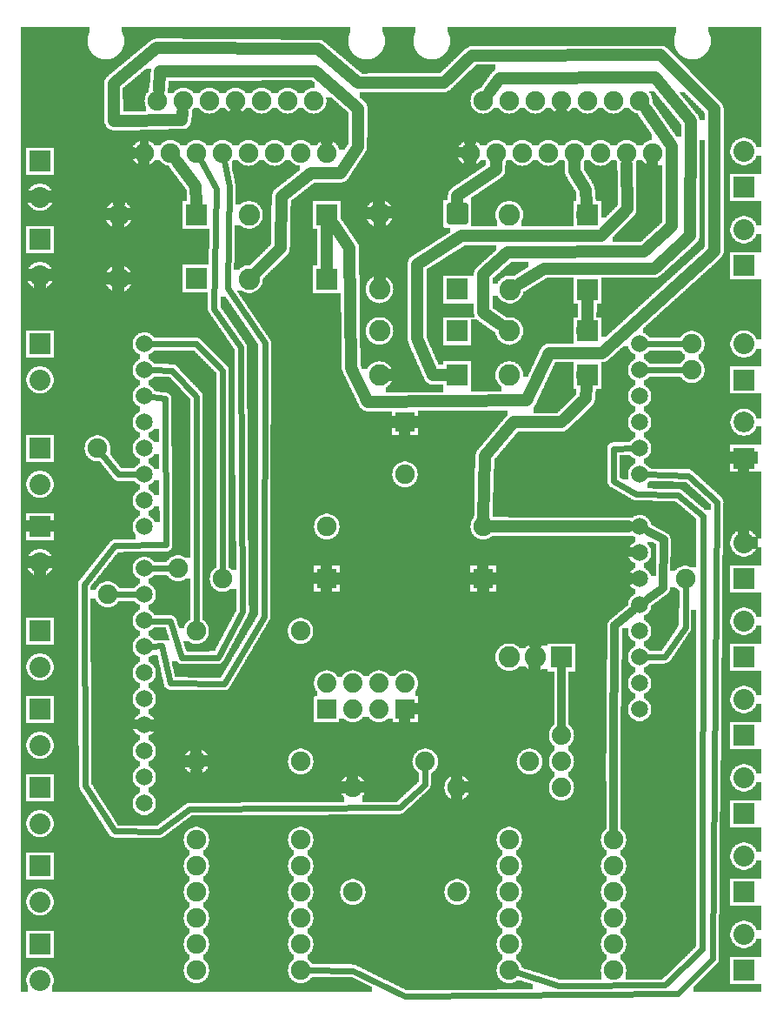
<source format=gtl>
G04 MADE WITH FRITZING*
G04 WWW.FRITZING.ORG*
G04 DOUBLE SIDED*
G04 HOLES PLATED*
G04 CONTOUR ON CENTER OF CONTOUR VECTOR*
%ASAXBY*%
%FSLAX23Y23*%
%MOIN*%
%OFA0B0*%
%SFA1.0B1.0*%
%ADD10C,0.065278*%
%ADD11C,0.075433*%
%ADD12C,0.074803*%
%ADD13C,0.075000*%
%ADD14C,0.082000*%
%ADD15C,0.074472*%
%ADD16C,0.074000*%
%ADD17C,0.080000*%
%ADD18C,0.079370*%
%ADD19R,0.075000X0.075000*%
%ADD20R,0.082000X0.082000*%
%ADD21R,0.074472X0.074108*%
%ADD22R,0.080000X0.080000*%
%ADD23R,0.079370X0.079370*%
%ADD24C,0.024000*%
%ADD25C,0.048000*%
%ADD26C,0.032000*%
%ADD27C,0.020000*%
%LNCOPPER1*%
G90*
G70*
G54D10*
X2412Y2122D03*
X2412Y2222D03*
X2412Y2322D03*
X2412Y2422D03*
X2412Y2522D03*
X512Y1662D03*
X512Y1562D03*
X512Y1462D03*
X512Y1362D03*
X512Y1262D03*
X512Y1162D03*
X512Y1062D03*
X512Y962D03*
X512Y862D03*
X512Y762D03*
X512Y2522D03*
X512Y2422D03*
X512Y2322D03*
X512Y2222D03*
X512Y2122D03*
X512Y2022D03*
X512Y1922D03*
X512Y1822D03*
X2412Y1222D03*
X2412Y1122D03*
X2412Y1322D03*
X2412Y1422D03*
X2412Y1522D03*
X2412Y1622D03*
X2412Y1722D03*
X2412Y1822D03*
X2412Y2022D03*
G54D11*
X2612Y2422D03*
X2612Y2522D03*
X332Y2122D03*
X641Y1663D03*
X372Y1563D03*
G54D12*
X562Y3454D03*
X662Y3454D03*
X762Y3454D03*
X862Y3454D03*
X962Y3454D03*
X1062Y3454D03*
X1162Y3454D03*
X512Y3254D03*
X612Y3254D03*
X712Y3254D03*
X812Y3254D03*
X912Y3254D03*
X1012Y3254D03*
X1112Y3254D03*
X1212Y3254D03*
X562Y3454D03*
X662Y3454D03*
X762Y3454D03*
X862Y3454D03*
X962Y3454D03*
X1062Y3454D03*
X1162Y3454D03*
X512Y3254D03*
X612Y3254D03*
X712Y3254D03*
X812Y3254D03*
X912Y3254D03*
X1012Y3254D03*
X1112Y3254D03*
X1212Y3254D03*
X1812Y3454D03*
X1912Y3454D03*
X2012Y3454D03*
X2112Y3454D03*
X2212Y3454D03*
X2312Y3454D03*
X2412Y3454D03*
X1762Y3254D03*
X1862Y3254D03*
X1962Y3254D03*
X2062Y3254D03*
X2162Y3254D03*
X2262Y3254D03*
X2362Y3254D03*
X2462Y3254D03*
X1812Y3454D03*
X1912Y3454D03*
X2012Y3454D03*
X2112Y3454D03*
X2212Y3454D03*
X2312Y3454D03*
X2412Y3454D03*
X1762Y3254D03*
X1862Y3254D03*
X1962Y3254D03*
X2062Y3254D03*
X2162Y3254D03*
X2262Y3254D03*
X2362Y3254D03*
X2462Y3254D03*
G54D13*
X1512Y2222D03*
X1512Y2022D03*
X1812Y1622D03*
X1812Y1822D03*
X1212Y1622D03*
X1212Y1822D03*
G54D14*
X2112Y1322D03*
X2012Y1322D03*
X1912Y1322D03*
G54D15*
X1513Y1122D03*
X1513Y1222D03*
X1413Y1122D03*
X1413Y1222D03*
X1312Y1122D03*
X1312Y1222D03*
X1211Y1122D03*
X1211Y1222D03*
X1513Y1122D03*
X1513Y1222D03*
X1413Y1122D03*
X1413Y1222D03*
X1312Y1122D03*
X1312Y1222D03*
X1211Y1122D03*
X1211Y1222D03*
G54D13*
X711Y1422D03*
X1111Y1422D03*
X712Y922D03*
X1112Y922D03*
G54D16*
X2112Y822D03*
X2112Y922D03*
X2112Y1022D03*
X2112Y822D03*
X2112Y922D03*
X2112Y1022D03*
G54D13*
X1590Y922D03*
X1990Y922D03*
G54D14*
X712Y2773D03*
X414Y2773D03*
X712Y3017D03*
X414Y3017D03*
X1212Y3017D03*
X914Y3017D03*
X1212Y2771D03*
X914Y2771D03*
X1712Y2572D03*
X1414Y2572D03*
X1712Y2403D03*
X1414Y2403D03*
X1712Y3022D03*
X1414Y3022D03*
X1712Y2732D03*
X1414Y2732D03*
X2210Y2572D03*
X1912Y2572D03*
X2210Y2403D03*
X1912Y2403D03*
X2210Y3017D03*
X1912Y3017D03*
X2212Y2731D03*
X1914Y2731D03*
G54D13*
X1712Y422D03*
X1712Y822D03*
X1312Y422D03*
X1312Y822D03*
G54D17*
X112Y1822D03*
X112Y1684D03*
X112Y2122D03*
X112Y1984D03*
X112Y2922D03*
X112Y2784D03*
X112Y2522D03*
X112Y2384D03*
X2812Y2822D03*
X2812Y2960D03*
X2812Y3122D03*
X2812Y3260D03*
X2812Y1622D03*
X2812Y1760D03*
X112Y3222D03*
X112Y3084D03*
X2812Y2384D03*
X2812Y2522D03*
X112Y822D03*
X112Y684D03*
X112Y1122D03*
X112Y984D03*
X112Y1422D03*
X112Y1284D03*
X112Y522D03*
X112Y384D03*
X2812Y1322D03*
X2812Y1460D03*
X2812Y1022D03*
X2812Y1160D03*
X2812Y722D03*
X2812Y860D03*
X2812Y422D03*
X2812Y560D03*
X2812Y122D03*
X2812Y260D03*
X112Y222D03*
X112Y84D03*
G54D13*
X2312Y122D03*
X1912Y122D03*
X712Y122D03*
X1112Y122D03*
X2312Y622D03*
X1912Y622D03*
X712Y622D03*
X1112Y622D03*
X2312Y222D03*
X1912Y222D03*
X712Y222D03*
X1112Y222D03*
X2312Y322D03*
X1912Y322D03*
X712Y322D03*
X1112Y322D03*
X2312Y522D03*
X1912Y522D03*
X712Y522D03*
X1112Y522D03*
X2312Y422D03*
X1912Y422D03*
X712Y422D03*
X1112Y422D03*
G54D11*
X2587Y1622D03*
X812Y1622D03*
G54D13*
X2322Y2728D03*
X1926Y3133D03*
X919Y3131D03*
X2090Y2728D03*
X2322Y2400D03*
X2106Y2365D03*
X115Y3679D03*
X610Y1547D03*
X2498Y1479D03*
X2565Y1276D03*
X792Y1502D03*
G54D18*
X2812Y2084D03*
X2812Y2222D03*
G54D19*
X1512Y2222D03*
X1812Y1622D03*
X1212Y1622D03*
G54D20*
X2112Y1322D03*
G54D21*
X1513Y1122D03*
X1513Y1122D03*
X1211Y1122D03*
G54D20*
X713Y2773D03*
X713Y3017D03*
X1213Y3017D03*
X1213Y2771D03*
X1713Y2572D03*
X1713Y2403D03*
X1713Y2732D03*
X2211Y2572D03*
X2211Y2403D03*
X2211Y3017D03*
X2213Y2731D03*
G54D22*
X112Y1822D03*
X112Y2122D03*
X112Y2922D03*
X112Y2522D03*
X2812Y2822D03*
X2812Y3122D03*
X2812Y1622D03*
X112Y3222D03*
X2812Y2384D03*
X112Y822D03*
X112Y1122D03*
X112Y1422D03*
X112Y522D03*
X2812Y1322D03*
X2812Y1022D03*
X2812Y722D03*
X2812Y422D03*
X2812Y122D03*
X112Y222D03*
G54D23*
X2812Y2084D03*
G54D24*
X2443Y2422D02*
X2583Y2422D01*
D02*
X350Y2100D02*
X412Y2022D01*
D02*
X2443Y2522D02*
X2583Y2522D01*
D02*
X543Y1662D02*
X613Y1663D01*
D02*
X481Y1562D02*
X400Y1563D01*
D02*
X711Y1451D02*
X713Y2321D01*
D02*
X812Y1651D02*
X813Y2421D01*
G54D25*
D02*
X1861Y3216D02*
X1861Y3189D01*
G54D24*
D02*
X831Y2736D02*
X974Y2527D01*
D02*
X819Y3222D02*
X839Y3126D01*
G54D25*
D02*
X710Y3125D02*
X711Y3060D01*
D02*
X639Y3219D02*
X710Y3125D01*
D02*
X1711Y1624D02*
X1778Y1623D01*
D02*
X1712Y2121D02*
X1711Y1624D01*
D02*
X1546Y2222D02*
X1613Y2223D01*
D02*
X2111Y3353D02*
X1760Y3355D01*
D02*
X2111Y3411D02*
X2111Y3353D01*
D02*
X1760Y3355D02*
X1761Y3298D01*
G54D26*
D02*
X515Y3327D02*
X870Y3333D01*
D02*
X513Y3293D02*
X515Y3327D01*
D02*
X870Y3333D02*
X864Y3416D01*
G54D25*
D02*
X414Y3060D02*
X411Y3253D01*
D02*
X1313Y1624D02*
X1313Y2121D01*
D02*
X1313Y2121D02*
X1412Y2223D01*
D02*
X1246Y1623D02*
X1313Y1624D01*
D02*
X567Y3498D02*
X573Y3566D01*
D02*
X1035Y2889D02*
X941Y2797D01*
D02*
X2162Y3216D02*
X2161Y3184D01*
G54D24*
D02*
X592Y2313D02*
X596Y1752D01*
D02*
X543Y2319D02*
X592Y2313D01*
D02*
X2587Y1437D02*
X2587Y1593D01*
D02*
X2510Y1323D02*
X2587Y1437D01*
D02*
X2443Y1323D02*
X2510Y1323D01*
G54D25*
D02*
X2607Y3376D02*
X2606Y2935D01*
D02*
X2606Y2935D02*
X2467Y2811D01*
D02*
X2471Y3542D02*
X2607Y3376D01*
D02*
X1835Y3485D02*
X1875Y3541D01*
D02*
X1813Y2642D02*
X1877Y2597D01*
D02*
X2535Y2973D02*
X2430Y2877D01*
D02*
X2535Y3281D02*
X2535Y2973D01*
D02*
X2437Y3419D02*
X2535Y3281D01*
G54D24*
D02*
X971Y1476D02*
X818Y1220D01*
G54D25*
D02*
X1613Y2223D02*
X1712Y2121D01*
D02*
X1412Y2223D02*
X1478Y2222D01*
G54D24*
D02*
X656Y1321D02*
X612Y1459D01*
D02*
X780Y2658D02*
X881Y2510D01*
D02*
X889Y1496D02*
X795Y1321D01*
D02*
X790Y3118D02*
X780Y2658D01*
D02*
X728Y3226D02*
X790Y3118D01*
D02*
X839Y3126D02*
X831Y2736D01*
G54D26*
D02*
X2502Y1587D02*
X2504Y1772D01*
D02*
X2504Y1772D02*
X2444Y1804D01*
D02*
X2442Y1544D02*
X2502Y1587D01*
D02*
X2311Y922D02*
X2316Y1443D01*
D02*
X2312Y656D02*
X2311Y922D01*
G54D25*
D02*
X1911Y1624D02*
X2375Y1622D01*
D02*
X1846Y1623D02*
X1911Y1624D01*
G54D24*
D02*
X397Y655D02*
X286Y829D01*
D02*
X570Y653D02*
X397Y655D01*
D02*
X686Y740D02*
X570Y653D01*
D02*
X1587Y834D02*
X1491Y745D01*
D02*
X1589Y894D02*
X1587Y834D01*
D02*
X713Y2321D02*
X618Y2421D01*
G54D25*
D02*
X1169Y3568D02*
X1332Y3424D01*
D02*
X1332Y3424D02*
X1331Y3278D01*
D02*
X659Y3411D02*
X656Y3379D01*
D02*
X656Y3379D02*
X396Y3376D01*
D02*
X394Y3520D02*
X559Y3656D01*
D02*
X1179Y3652D02*
X1333Y3523D01*
D02*
X1333Y3523D02*
X1661Y3524D01*
D02*
X1661Y3524D02*
X1770Y3627D01*
D02*
X1300Y2890D02*
X1237Y2981D01*
D02*
X1369Y2301D02*
X1306Y2431D01*
D02*
X2698Y2877D02*
X2267Y2487D01*
D02*
X2698Y3422D02*
X2698Y2877D01*
D02*
X2493Y3629D02*
X2698Y3422D01*
D02*
X1770Y3627D02*
X2493Y3629D01*
D02*
X559Y3656D02*
X1179Y3652D01*
D02*
X396Y3376D02*
X394Y3520D01*
G54D24*
D02*
X612Y1459D02*
X543Y1461D01*
D02*
X579Y1365D02*
X543Y1363D01*
D02*
X2510Y65D02*
X2103Y63D01*
D02*
X2654Y1863D02*
X2652Y202D01*
D02*
X2103Y63D02*
X1934Y115D01*
D02*
X2652Y202D02*
X2510Y65D01*
D02*
X2558Y1944D02*
X2654Y1863D01*
D02*
X2400Y1946D02*
X2558Y1944D01*
D02*
X2313Y1996D02*
X2400Y1946D01*
D02*
X2312Y2121D02*
X2313Y1996D01*
D02*
X2386Y2122D02*
X2312Y2121D01*
G54D26*
D02*
X2316Y1443D02*
X2384Y1499D01*
G54D24*
D02*
X2709Y1918D02*
X2691Y165D01*
D02*
X2438Y2022D02*
X2599Y2018D01*
D02*
X2599Y2018D02*
X2709Y1918D01*
D02*
X1513Y22D02*
X1313Y121D01*
D02*
X2691Y165D02*
X2559Y32D01*
D02*
X2559Y32D02*
X1513Y22D01*
D02*
X1313Y121D02*
X1135Y122D01*
G54D25*
D02*
X611Y1058D02*
X543Y1061D01*
D02*
X683Y922D02*
X612Y923D01*
D02*
X1813Y1522D02*
X1812Y1594D01*
D02*
X2012Y1365D02*
X2013Y1422D01*
G54D26*
D02*
X2113Y1123D02*
X2112Y1055D01*
D02*
X2112Y1285D02*
X2113Y1123D01*
G54D25*
D02*
X812Y823D02*
X1283Y822D01*
D02*
X713Y882D02*
X714Y824D01*
G54D24*
D02*
X974Y2527D02*
X971Y1476D01*
D02*
X881Y2510D02*
X889Y1496D01*
D02*
X611Y1222D02*
X579Y1365D01*
D02*
X813Y2421D02*
X712Y2522D01*
D02*
X712Y2522D02*
X543Y2522D01*
D02*
X618Y2421D02*
X543Y2422D01*
D02*
X281Y1600D02*
X400Y1749D01*
D02*
X400Y1749D02*
X596Y1752D01*
D02*
X286Y829D02*
X281Y1600D01*
D02*
X412Y2022D02*
X481Y2022D01*
D02*
X818Y1220D02*
X611Y1222D01*
D02*
X795Y1321D02*
X656Y1321D01*
G54D25*
D02*
X2370Y1822D02*
X1812Y1823D01*
D02*
X1812Y1823D02*
X1813Y1851D01*
D02*
X2113Y2223D02*
X2206Y2313D01*
D02*
X2206Y2313D02*
X2208Y2359D01*
D02*
X2205Y3112D02*
X2208Y3060D01*
D02*
X1875Y3541D02*
X2471Y3542D01*
D02*
X612Y923D02*
X611Y1058D01*
G54D24*
D02*
X1491Y745D02*
X686Y740D01*
G54D25*
D02*
X1929Y2223D02*
X2113Y2223D01*
D02*
X1818Y2092D02*
X1929Y2223D01*
D02*
X411Y3253D02*
X468Y3254D01*
D02*
X2045Y2811D02*
X1951Y2754D01*
D02*
X1906Y2872D02*
X1812Y2789D01*
D02*
X1812Y2789D02*
X1813Y2642D01*
D02*
X2430Y2877D02*
X1906Y2872D01*
D02*
X2065Y2487D02*
X1980Y2305D01*
D02*
X1980Y2305D02*
X1369Y2301D01*
D02*
X1557Y2827D02*
X1557Y2542D01*
D02*
X2265Y2938D02*
X1730Y2935D01*
D02*
X1730Y2935D02*
X1557Y2827D01*
D02*
X2365Y3040D02*
X2265Y2938D01*
D02*
X2363Y3211D02*
X2365Y3040D01*
D02*
X1557Y2542D02*
X1619Y2403D01*
D02*
X1619Y2403D02*
X1669Y2403D01*
D02*
X2467Y2811D02*
X2045Y2811D01*
D02*
X1813Y1856D02*
X1818Y2092D01*
D02*
X1212Y2809D02*
X1212Y2979D01*
D02*
X1414Y2770D02*
X1414Y2985D01*
D02*
X1488Y3029D02*
X1452Y3026D01*
D02*
X1761Y3202D02*
X1488Y3029D01*
D02*
X1761Y3216D02*
X1761Y3202D01*
D02*
X863Y3339D02*
X1214Y3339D01*
D02*
X1214Y3339D02*
X1213Y3298D01*
D02*
X863Y3411D02*
X863Y3339D01*
D02*
X1037Y3087D02*
X1035Y2889D01*
D02*
X1152Y3177D02*
X1037Y3087D01*
D02*
X1264Y3177D02*
X1152Y3177D01*
D02*
X1331Y3278D02*
X1264Y3177D01*
D02*
X1306Y2431D02*
X1300Y2890D01*
D02*
X1713Y3090D02*
X1712Y3060D01*
D02*
X1861Y3189D02*
X1713Y3090D01*
D02*
X2161Y3184D02*
X2205Y3112D01*
D02*
X2267Y2487D02*
X2065Y2487D01*
D02*
X573Y3566D02*
X1169Y3568D01*
D02*
X2212Y2688D02*
X2211Y2615D01*
D02*
X2013Y1422D02*
X1813Y1522D01*
G54D24*
D02*
X412Y2022D02*
X412Y2022D01*
G54D25*
D02*
X714Y824D02*
X812Y823D01*
G54D27*
X1682Y2991D02*
X1682Y3053D01*
X1744Y3053D01*
X1744Y2991D01*
X1682Y2991D01*
D02*
G36*
X518Y3576D02*
X518Y3574D01*
X516Y3574D01*
X516Y3572D01*
X512Y3572D01*
X512Y3570D01*
X510Y3570D01*
X510Y3568D01*
X508Y3568D01*
X508Y3566D01*
X506Y3566D01*
X506Y3564D01*
X504Y3564D01*
X504Y3562D01*
X500Y3562D01*
X500Y3560D01*
X498Y3560D01*
X498Y3558D01*
X496Y3558D01*
X496Y3556D01*
X494Y3556D01*
X494Y3554D01*
X492Y3554D01*
X492Y3552D01*
X488Y3552D01*
X488Y3550D01*
X486Y3550D01*
X486Y3548D01*
X484Y3548D01*
X484Y3546D01*
X482Y3546D01*
X482Y3544D01*
X480Y3544D01*
X480Y3542D01*
X476Y3542D01*
X476Y3540D01*
X474Y3540D01*
X474Y3538D01*
X472Y3538D01*
X472Y3536D01*
X470Y3536D01*
X470Y3534D01*
X466Y3534D01*
X466Y3532D01*
X464Y3532D01*
X464Y3530D01*
X462Y3530D01*
X462Y3528D01*
X460Y3528D01*
X460Y3526D01*
X458Y3526D01*
X458Y3524D01*
X454Y3524D01*
X454Y3522D01*
X452Y3522D01*
X452Y3520D01*
X450Y3520D01*
X450Y3518D01*
X448Y3518D01*
X448Y3516D01*
X446Y3516D01*
X446Y3514D01*
X442Y3514D01*
X442Y3512D01*
X440Y3512D01*
X440Y3510D01*
X438Y3510D01*
X438Y3508D01*
X436Y3508D01*
X436Y3506D01*
X432Y3506D01*
X432Y3504D01*
X430Y3504D01*
X430Y3460D01*
X432Y3460D01*
X432Y3412D01*
X492Y3412D01*
X492Y3414D01*
X518Y3414D01*
X518Y3434D01*
X516Y3434D01*
X516Y3440D01*
X514Y3440D01*
X514Y3450D01*
X512Y3450D01*
X512Y3458D01*
X514Y3458D01*
X514Y3468D01*
X516Y3468D01*
X516Y3474D01*
X518Y3474D01*
X518Y3478D01*
X520Y3478D01*
X520Y3482D01*
X522Y3482D01*
X522Y3484D01*
X524Y3484D01*
X524Y3486D01*
X526Y3486D01*
X526Y3488D01*
X528Y3488D01*
X528Y3490D01*
X530Y3490D01*
X530Y3504D01*
X532Y3504D01*
X532Y3524D01*
X534Y3524D01*
X534Y3544D01*
X536Y3544D01*
X536Y3564D01*
X538Y3564D01*
X538Y3576D01*
X518Y3576D01*
G37*
D02*
G36*
X962Y3532D02*
X962Y3530D01*
X606Y3530D01*
X606Y3520D01*
X604Y3520D01*
X604Y3504D01*
X1068Y3504D01*
X1068Y3502D01*
X1076Y3502D01*
X1076Y3500D01*
X1082Y3500D01*
X1082Y3498D01*
X1086Y3498D01*
X1086Y3496D01*
X1090Y3496D01*
X1090Y3494D01*
X1092Y3494D01*
X1092Y3492D01*
X1094Y3492D01*
X1094Y3490D01*
X1098Y3490D01*
X1098Y3486D01*
X1100Y3486D01*
X1100Y3484D01*
X1102Y3484D01*
X1102Y3482D01*
X1122Y3482D01*
X1122Y3484D01*
X1124Y3484D01*
X1124Y3486D01*
X1126Y3486D01*
X1126Y3488D01*
X1128Y3488D01*
X1128Y3490D01*
X1130Y3490D01*
X1130Y3492D01*
X1132Y3492D01*
X1132Y3494D01*
X1134Y3494D01*
X1134Y3496D01*
X1138Y3496D01*
X1138Y3498D01*
X1142Y3498D01*
X1142Y3500D01*
X1148Y3500D01*
X1148Y3502D01*
X1156Y3502D01*
X1156Y3504D01*
X1166Y3504D01*
X1166Y3524D01*
X1164Y3524D01*
X1164Y3526D01*
X1160Y3526D01*
X1160Y3528D01*
X1158Y3528D01*
X1158Y3530D01*
X1156Y3530D01*
X1156Y3532D01*
X962Y3532D01*
G37*
D02*
G36*
X604Y3504D02*
X604Y3502D01*
X602Y3502D01*
X602Y3482D01*
X622Y3482D01*
X622Y3484D01*
X624Y3484D01*
X624Y3486D01*
X626Y3486D01*
X626Y3488D01*
X628Y3488D01*
X628Y3490D01*
X630Y3490D01*
X630Y3492D01*
X632Y3492D01*
X632Y3494D01*
X634Y3494D01*
X634Y3496D01*
X638Y3496D01*
X638Y3498D01*
X642Y3498D01*
X642Y3500D01*
X648Y3500D01*
X648Y3502D01*
X656Y3502D01*
X656Y3504D01*
X604Y3504D01*
G37*
D02*
G36*
X668Y3504D02*
X668Y3502D01*
X676Y3502D01*
X676Y3500D01*
X682Y3500D01*
X682Y3498D01*
X686Y3498D01*
X686Y3496D01*
X690Y3496D01*
X690Y3494D01*
X692Y3494D01*
X692Y3492D01*
X694Y3492D01*
X694Y3490D01*
X698Y3490D01*
X698Y3486D01*
X700Y3486D01*
X700Y3484D01*
X702Y3484D01*
X702Y3482D01*
X722Y3482D01*
X722Y3484D01*
X724Y3484D01*
X724Y3486D01*
X726Y3486D01*
X726Y3488D01*
X728Y3488D01*
X728Y3490D01*
X730Y3490D01*
X730Y3492D01*
X732Y3492D01*
X732Y3494D01*
X734Y3494D01*
X734Y3496D01*
X738Y3496D01*
X738Y3498D01*
X742Y3498D01*
X742Y3500D01*
X748Y3500D01*
X748Y3502D01*
X756Y3502D01*
X756Y3504D01*
X668Y3504D01*
G37*
D02*
G36*
X768Y3504D02*
X768Y3502D01*
X776Y3502D01*
X776Y3500D01*
X782Y3500D01*
X782Y3498D01*
X786Y3498D01*
X786Y3496D01*
X790Y3496D01*
X790Y3494D01*
X792Y3494D01*
X792Y3492D01*
X794Y3492D01*
X794Y3490D01*
X798Y3490D01*
X798Y3486D01*
X800Y3486D01*
X800Y3484D01*
X802Y3484D01*
X802Y3482D01*
X822Y3482D01*
X822Y3484D01*
X824Y3484D01*
X824Y3486D01*
X826Y3486D01*
X826Y3488D01*
X828Y3488D01*
X828Y3490D01*
X830Y3490D01*
X830Y3492D01*
X832Y3492D01*
X832Y3494D01*
X834Y3494D01*
X834Y3496D01*
X838Y3496D01*
X838Y3498D01*
X842Y3498D01*
X842Y3500D01*
X848Y3500D01*
X848Y3502D01*
X856Y3502D01*
X856Y3504D01*
X768Y3504D01*
G37*
D02*
G36*
X868Y3504D02*
X868Y3502D01*
X876Y3502D01*
X876Y3500D01*
X882Y3500D01*
X882Y3498D01*
X886Y3498D01*
X886Y3496D01*
X890Y3496D01*
X890Y3494D01*
X892Y3494D01*
X892Y3492D01*
X894Y3492D01*
X894Y3490D01*
X898Y3490D01*
X898Y3486D01*
X900Y3486D01*
X900Y3484D01*
X902Y3484D01*
X902Y3482D01*
X922Y3482D01*
X922Y3484D01*
X924Y3484D01*
X924Y3486D01*
X926Y3486D01*
X926Y3488D01*
X928Y3488D01*
X928Y3490D01*
X930Y3490D01*
X930Y3492D01*
X932Y3492D01*
X932Y3494D01*
X934Y3494D01*
X934Y3496D01*
X938Y3496D01*
X938Y3498D01*
X942Y3498D01*
X942Y3500D01*
X948Y3500D01*
X948Y3502D01*
X956Y3502D01*
X956Y3504D01*
X868Y3504D01*
G37*
D02*
G36*
X968Y3504D02*
X968Y3502D01*
X976Y3502D01*
X976Y3500D01*
X982Y3500D01*
X982Y3498D01*
X986Y3498D01*
X986Y3496D01*
X990Y3496D01*
X990Y3494D01*
X992Y3494D01*
X992Y3492D01*
X994Y3492D01*
X994Y3490D01*
X998Y3490D01*
X998Y3486D01*
X1000Y3486D01*
X1000Y3484D01*
X1002Y3484D01*
X1002Y3482D01*
X1022Y3482D01*
X1022Y3484D01*
X1024Y3484D01*
X1024Y3486D01*
X1026Y3486D01*
X1026Y3488D01*
X1028Y3488D01*
X1028Y3490D01*
X1030Y3490D01*
X1030Y3492D01*
X1032Y3492D01*
X1032Y3494D01*
X1034Y3494D01*
X1034Y3496D01*
X1038Y3496D01*
X1038Y3498D01*
X1042Y3498D01*
X1042Y3500D01*
X1048Y3500D01*
X1048Y3502D01*
X1056Y3502D01*
X1056Y3504D01*
X968Y3504D01*
G37*
D02*
G36*
X2448Y3490D02*
X2448Y3486D01*
X2450Y3486D01*
X2450Y3484D01*
X2452Y3484D01*
X2452Y3482D01*
X2454Y3482D01*
X2454Y3478D01*
X2456Y3478D01*
X2456Y3474D01*
X2458Y3474D01*
X2458Y3468D01*
X2460Y3468D01*
X2460Y3460D01*
X2462Y3460D01*
X2462Y3444D01*
X2464Y3444D01*
X2464Y3442D01*
X2466Y3442D01*
X2466Y3438D01*
X2468Y3438D01*
X2468Y3436D01*
X2470Y3436D01*
X2470Y3434D01*
X2472Y3434D01*
X2472Y3430D01*
X2474Y3430D01*
X2474Y3428D01*
X2476Y3428D01*
X2476Y3424D01*
X2478Y3424D01*
X2478Y3422D01*
X2480Y3422D01*
X2480Y3420D01*
X2482Y3420D01*
X2482Y3416D01*
X2484Y3416D01*
X2484Y3414D01*
X2486Y3414D01*
X2486Y3410D01*
X2488Y3410D01*
X2488Y3408D01*
X2490Y3408D01*
X2490Y3404D01*
X2492Y3404D01*
X2492Y3402D01*
X2494Y3402D01*
X2494Y3400D01*
X2496Y3400D01*
X2496Y3396D01*
X2498Y3396D01*
X2498Y3394D01*
X2500Y3394D01*
X2500Y3390D01*
X2502Y3390D01*
X2502Y3388D01*
X2504Y3388D01*
X2504Y3386D01*
X2506Y3386D01*
X2506Y3382D01*
X2508Y3382D01*
X2508Y3380D01*
X2510Y3380D01*
X2510Y3376D01*
X2512Y3376D01*
X2512Y3374D01*
X2514Y3374D01*
X2514Y3370D01*
X2516Y3370D01*
X2516Y3368D01*
X2518Y3368D01*
X2518Y3366D01*
X2520Y3366D01*
X2520Y3362D01*
X2522Y3362D01*
X2522Y3360D01*
X2524Y3360D01*
X2524Y3356D01*
X2526Y3356D01*
X2526Y3354D01*
X2528Y3354D01*
X2528Y3352D01*
X2530Y3352D01*
X2530Y3348D01*
X2532Y3348D01*
X2532Y3346D01*
X2534Y3346D01*
X2534Y3342D01*
X2536Y3342D01*
X2536Y3340D01*
X2538Y3340D01*
X2538Y3336D01*
X2540Y3336D01*
X2540Y3334D01*
X2542Y3334D01*
X2542Y3332D01*
X2544Y3332D01*
X2544Y3328D01*
X2546Y3328D01*
X2546Y3326D01*
X2548Y3326D01*
X2548Y3322D01*
X2550Y3322D01*
X2550Y3320D01*
X2552Y3320D01*
X2552Y3318D01*
X2572Y3318D01*
X2572Y3364D01*
X2570Y3364D01*
X2570Y3366D01*
X2568Y3366D01*
X2568Y3368D01*
X2566Y3368D01*
X2566Y3370D01*
X2564Y3370D01*
X2564Y3374D01*
X2562Y3374D01*
X2562Y3376D01*
X2560Y3376D01*
X2560Y3378D01*
X2558Y3378D01*
X2558Y3380D01*
X2556Y3380D01*
X2556Y3382D01*
X2554Y3382D01*
X2554Y3386D01*
X2552Y3386D01*
X2552Y3388D01*
X2550Y3388D01*
X2550Y3390D01*
X2548Y3390D01*
X2548Y3392D01*
X2546Y3392D01*
X2546Y3396D01*
X2544Y3396D01*
X2544Y3398D01*
X2542Y3398D01*
X2542Y3400D01*
X2540Y3400D01*
X2540Y3402D01*
X2538Y3402D01*
X2538Y3404D01*
X2536Y3404D01*
X2536Y3408D01*
X2534Y3408D01*
X2534Y3410D01*
X2532Y3410D01*
X2532Y3412D01*
X2530Y3412D01*
X2530Y3414D01*
X2528Y3414D01*
X2528Y3416D01*
X2526Y3416D01*
X2526Y3420D01*
X2524Y3420D01*
X2524Y3422D01*
X2522Y3422D01*
X2522Y3424D01*
X2520Y3424D01*
X2520Y3426D01*
X2518Y3426D01*
X2518Y3430D01*
X2516Y3430D01*
X2516Y3432D01*
X2514Y3432D01*
X2514Y3434D01*
X2512Y3434D01*
X2512Y3436D01*
X2510Y3436D01*
X2510Y3438D01*
X2508Y3438D01*
X2508Y3442D01*
X2506Y3442D01*
X2506Y3444D01*
X2504Y3444D01*
X2504Y3446D01*
X2502Y3446D01*
X2502Y3448D01*
X2500Y3448D01*
X2500Y3452D01*
X2498Y3452D01*
X2498Y3454D01*
X2496Y3454D01*
X2496Y3456D01*
X2494Y3456D01*
X2494Y3458D01*
X2492Y3458D01*
X2492Y3460D01*
X2490Y3460D01*
X2490Y3464D01*
X2488Y3464D01*
X2488Y3466D01*
X2486Y3466D01*
X2486Y3468D01*
X2484Y3468D01*
X2484Y3470D01*
X2482Y3470D01*
X2482Y3474D01*
X2480Y3474D01*
X2480Y3476D01*
X2478Y3476D01*
X2478Y3478D01*
X2476Y3478D01*
X2476Y3480D01*
X2474Y3480D01*
X2474Y3482D01*
X2472Y3482D01*
X2472Y3486D01*
X2470Y3486D01*
X2470Y3488D01*
X2468Y3488D01*
X2468Y3490D01*
X2448Y3490D01*
G37*
D02*
G36*
X2562Y3488D02*
X2562Y3486D01*
X2564Y3486D01*
X2564Y3484D01*
X2566Y3484D01*
X2566Y3482D01*
X2568Y3482D01*
X2568Y3480D01*
X2570Y3480D01*
X2570Y3476D01*
X2572Y3476D01*
X2572Y3474D01*
X2574Y3474D01*
X2574Y3472D01*
X2576Y3472D01*
X2576Y3470D01*
X2578Y3470D01*
X2578Y3468D01*
X2580Y3468D01*
X2580Y3464D01*
X2582Y3464D01*
X2582Y3462D01*
X2584Y3462D01*
X2584Y3460D01*
X2586Y3460D01*
X2586Y3458D01*
X2588Y3458D01*
X2588Y3454D01*
X2590Y3454D01*
X2590Y3452D01*
X2592Y3452D01*
X2592Y3450D01*
X2594Y3450D01*
X2594Y3448D01*
X2596Y3448D01*
X2596Y3446D01*
X2598Y3446D01*
X2598Y3442D01*
X2600Y3442D01*
X2600Y3440D01*
X2602Y3440D01*
X2602Y3438D01*
X2604Y3438D01*
X2604Y3436D01*
X2606Y3436D01*
X2606Y3434D01*
X2608Y3434D01*
X2608Y3430D01*
X2610Y3430D01*
X2610Y3428D01*
X2612Y3428D01*
X2612Y3426D01*
X2614Y3426D01*
X2614Y3424D01*
X2616Y3424D01*
X2616Y3420D01*
X2618Y3420D01*
X2618Y3418D01*
X2620Y3418D01*
X2620Y3416D01*
X2622Y3416D01*
X2622Y3414D01*
X2624Y3414D01*
X2624Y3412D01*
X2626Y3412D01*
X2626Y3408D01*
X2628Y3408D01*
X2628Y3406D01*
X2630Y3406D01*
X2630Y3404D01*
X2632Y3404D01*
X2632Y3402D01*
X2634Y3402D01*
X2634Y3398D01*
X2636Y3398D01*
X2636Y3396D01*
X2638Y3396D01*
X2638Y3392D01*
X2640Y3392D01*
X2640Y3388D01*
X2642Y3388D01*
X2642Y3380D01*
X2662Y3380D01*
X2662Y3408D01*
X2660Y3408D01*
X2660Y3410D01*
X2658Y3410D01*
X2658Y3412D01*
X2656Y3412D01*
X2656Y3414D01*
X2654Y3414D01*
X2654Y3416D01*
X2652Y3416D01*
X2652Y3418D01*
X2650Y3418D01*
X2650Y3420D01*
X2648Y3420D01*
X2648Y3422D01*
X2646Y3422D01*
X2646Y3424D01*
X2644Y3424D01*
X2644Y3426D01*
X2642Y3426D01*
X2642Y3428D01*
X2640Y3428D01*
X2640Y3430D01*
X2638Y3430D01*
X2638Y3432D01*
X2636Y3432D01*
X2636Y3434D01*
X2634Y3434D01*
X2634Y3436D01*
X2632Y3436D01*
X2632Y3438D01*
X2630Y3438D01*
X2630Y3440D01*
X2628Y3440D01*
X2628Y3442D01*
X2626Y3442D01*
X2626Y3444D01*
X2624Y3444D01*
X2624Y3446D01*
X2622Y3446D01*
X2622Y3448D01*
X2620Y3448D01*
X2620Y3450D01*
X2618Y3450D01*
X2618Y3452D01*
X2616Y3452D01*
X2616Y3454D01*
X2614Y3454D01*
X2614Y3456D01*
X2612Y3456D01*
X2612Y3458D01*
X2610Y3458D01*
X2610Y3460D01*
X2608Y3460D01*
X2608Y3462D01*
X2606Y3462D01*
X2606Y3464D01*
X2604Y3464D01*
X2604Y3466D01*
X2602Y3466D01*
X2602Y3468D01*
X2600Y3468D01*
X2600Y3470D01*
X2598Y3470D01*
X2598Y3472D01*
X2596Y3472D01*
X2596Y3474D01*
X2594Y3474D01*
X2594Y3476D01*
X2592Y3476D01*
X2592Y3478D01*
X2590Y3478D01*
X2590Y3480D01*
X2588Y3480D01*
X2588Y3482D01*
X2586Y3482D01*
X2586Y3484D01*
X2584Y3484D01*
X2584Y3486D01*
X2582Y3486D01*
X2582Y3488D01*
X2562Y3488D01*
G37*
D02*
G36*
X2642Y3304D02*
X2642Y2926D01*
X2640Y2926D01*
X2640Y2920D01*
X2638Y2920D01*
X2638Y2916D01*
X2636Y2916D01*
X2636Y2914D01*
X2634Y2914D01*
X2634Y2912D01*
X2632Y2912D01*
X2632Y2910D01*
X2630Y2910D01*
X2630Y2908D01*
X2628Y2908D01*
X2628Y2906D01*
X2626Y2906D01*
X2626Y2904D01*
X2624Y2904D01*
X2624Y2902D01*
X2622Y2902D01*
X2622Y2900D01*
X2620Y2900D01*
X2620Y2898D01*
X2618Y2898D01*
X2618Y2896D01*
X2616Y2896D01*
X2616Y2894D01*
X2614Y2894D01*
X2614Y2892D01*
X2610Y2892D01*
X2610Y2890D01*
X2608Y2890D01*
X2608Y2888D01*
X2606Y2888D01*
X2606Y2886D01*
X2604Y2886D01*
X2604Y2884D01*
X2602Y2884D01*
X2602Y2882D01*
X2600Y2882D01*
X2600Y2880D01*
X2598Y2880D01*
X2598Y2878D01*
X2596Y2878D01*
X2596Y2876D01*
X2592Y2876D01*
X2592Y2874D01*
X2590Y2874D01*
X2590Y2872D01*
X2588Y2872D01*
X2588Y2870D01*
X2586Y2870D01*
X2586Y2868D01*
X2584Y2868D01*
X2584Y2866D01*
X2582Y2866D01*
X2582Y2864D01*
X2580Y2864D01*
X2580Y2862D01*
X2578Y2862D01*
X2578Y2860D01*
X2574Y2860D01*
X2574Y2858D01*
X2572Y2858D01*
X2572Y2856D01*
X2570Y2856D01*
X2570Y2854D01*
X2568Y2854D01*
X2568Y2852D01*
X2566Y2852D01*
X2566Y2850D01*
X2564Y2850D01*
X2564Y2848D01*
X2562Y2848D01*
X2562Y2846D01*
X2560Y2846D01*
X2560Y2844D01*
X2556Y2844D01*
X2556Y2842D01*
X2554Y2842D01*
X2554Y2840D01*
X2552Y2840D01*
X2552Y2838D01*
X2550Y2838D01*
X2550Y2836D01*
X2548Y2836D01*
X2548Y2834D01*
X2546Y2834D01*
X2546Y2832D01*
X2544Y2832D01*
X2544Y2830D01*
X2542Y2830D01*
X2542Y2828D01*
X2538Y2828D01*
X2538Y2826D01*
X2536Y2826D01*
X2536Y2824D01*
X2534Y2824D01*
X2534Y2822D01*
X2532Y2822D01*
X2532Y2820D01*
X2530Y2820D01*
X2530Y2818D01*
X2528Y2818D01*
X2528Y2816D01*
X2526Y2816D01*
X2526Y2814D01*
X2524Y2814D01*
X2524Y2812D01*
X2522Y2812D01*
X2522Y2810D01*
X2518Y2810D01*
X2518Y2808D01*
X2516Y2808D01*
X2516Y2806D01*
X2514Y2806D01*
X2514Y2804D01*
X2512Y2804D01*
X2512Y2802D01*
X2510Y2802D01*
X2510Y2800D01*
X2508Y2800D01*
X2508Y2798D01*
X2506Y2798D01*
X2506Y2796D01*
X2504Y2796D01*
X2504Y2794D01*
X2500Y2794D01*
X2500Y2792D01*
X2498Y2792D01*
X2498Y2790D01*
X2496Y2790D01*
X2496Y2788D01*
X2494Y2788D01*
X2494Y2786D01*
X2492Y2786D01*
X2492Y2784D01*
X2490Y2784D01*
X2490Y2782D01*
X2486Y2782D01*
X2486Y2780D01*
X2482Y2780D01*
X2482Y2778D01*
X2478Y2778D01*
X2478Y2776D01*
X2266Y2776D01*
X2266Y2678D01*
X2248Y2678D01*
X2248Y2644D01*
X2246Y2644D01*
X2246Y2624D01*
X2264Y2624D01*
X2264Y2550D01*
X2284Y2550D01*
X2284Y2552D01*
X2286Y2552D01*
X2286Y2554D01*
X2288Y2554D01*
X2288Y2556D01*
X2290Y2556D01*
X2290Y2558D01*
X2292Y2558D01*
X2292Y2560D01*
X2294Y2560D01*
X2294Y2562D01*
X2298Y2562D01*
X2298Y2564D01*
X2300Y2564D01*
X2300Y2566D01*
X2302Y2566D01*
X2302Y2568D01*
X2304Y2568D01*
X2304Y2570D01*
X2306Y2570D01*
X2306Y2572D01*
X2308Y2572D01*
X2308Y2574D01*
X2310Y2574D01*
X2310Y2576D01*
X2312Y2576D01*
X2312Y2578D01*
X2314Y2578D01*
X2314Y2580D01*
X2318Y2580D01*
X2318Y2582D01*
X2320Y2582D01*
X2320Y2584D01*
X2322Y2584D01*
X2322Y2586D01*
X2324Y2586D01*
X2324Y2588D01*
X2326Y2588D01*
X2326Y2590D01*
X2328Y2590D01*
X2328Y2592D01*
X2330Y2592D01*
X2330Y2594D01*
X2332Y2594D01*
X2332Y2596D01*
X2334Y2596D01*
X2334Y2598D01*
X2338Y2598D01*
X2338Y2600D01*
X2340Y2600D01*
X2340Y2602D01*
X2342Y2602D01*
X2342Y2604D01*
X2344Y2604D01*
X2344Y2606D01*
X2346Y2606D01*
X2346Y2608D01*
X2348Y2608D01*
X2348Y2610D01*
X2350Y2610D01*
X2350Y2612D01*
X2352Y2612D01*
X2352Y2614D01*
X2354Y2614D01*
X2354Y2616D01*
X2356Y2616D01*
X2356Y2618D01*
X2360Y2618D01*
X2360Y2620D01*
X2362Y2620D01*
X2362Y2622D01*
X2364Y2622D01*
X2364Y2624D01*
X2366Y2624D01*
X2366Y2626D01*
X2368Y2626D01*
X2368Y2628D01*
X2370Y2628D01*
X2370Y2630D01*
X2372Y2630D01*
X2372Y2632D01*
X2374Y2632D01*
X2374Y2634D01*
X2376Y2634D01*
X2376Y2636D01*
X2380Y2636D01*
X2380Y2638D01*
X2382Y2638D01*
X2382Y2640D01*
X2384Y2640D01*
X2384Y2642D01*
X2386Y2642D01*
X2386Y2644D01*
X2388Y2644D01*
X2388Y2646D01*
X2390Y2646D01*
X2390Y2648D01*
X2392Y2648D01*
X2392Y2650D01*
X2394Y2650D01*
X2394Y2652D01*
X2396Y2652D01*
X2396Y2654D01*
X2398Y2654D01*
X2398Y2656D01*
X2402Y2656D01*
X2402Y2658D01*
X2404Y2658D01*
X2404Y2660D01*
X2406Y2660D01*
X2406Y2662D01*
X2408Y2662D01*
X2408Y2664D01*
X2410Y2664D01*
X2410Y2666D01*
X2412Y2666D01*
X2412Y2668D01*
X2414Y2668D01*
X2414Y2670D01*
X2416Y2670D01*
X2416Y2672D01*
X2418Y2672D01*
X2418Y2674D01*
X2422Y2674D01*
X2422Y2676D01*
X2424Y2676D01*
X2424Y2678D01*
X2426Y2678D01*
X2426Y2680D01*
X2428Y2680D01*
X2428Y2682D01*
X2430Y2682D01*
X2430Y2684D01*
X2432Y2684D01*
X2432Y2686D01*
X2434Y2686D01*
X2434Y2688D01*
X2436Y2688D01*
X2436Y2690D01*
X2438Y2690D01*
X2438Y2692D01*
X2440Y2692D01*
X2440Y2694D01*
X2444Y2694D01*
X2444Y2696D01*
X2446Y2696D01*
X2446Y2698D01*
X2448Y2698D01*
X2448Y2700D01*
X2450Y2700D01*
X2450Y2702D01*
X2452Y2702D01*
X2452Y2704D01*
X2454Y2704D01*
X2454Y2706D01*
X2456Y2706D01*
X2456Y2708D01*
X2458Y2708D01*
X2458Y2710D01*
X2460Y2710D01*
X2460Y2712D01*
X2464Y2712D01*
X2464Y2714D01*
X2466Y2714D01*
X2466Y2716D01*
X2468Y2716D01*
X2468Y2718D01*
X2470Y2718D01*
X2470Y2720D01*
X2472Y2720D01*
X2472Y2722D01*
X2474Y2722D01*
X2474Y2724D01*
X2476Y2724D01*
X2476Y2726D01*
X2478Y2726D01*
X2478Y2728D01*
X2480Y2728D01*
X2480Y2730D01*
X2484Y2730D01*
X2484Y2732D01*
X2486Y2732D01*
X2486Y2734D01*
X2488Y2734D01*
X2488Y2736D01*
X2490Y2736D01*
X2490Y2738D01*
X2492Y2738D01*
X2492Y2740D01*
X2494Y2740D01*
X2494Y2742D01*
X2496Y2742D01*
X2496Y2744D01*
X2498Y2744D01*
X2498Y2746D01*
X2500Y2746D01*
X2500Y2748D01*
X2502Y2748D01*
X2502Y2750D01*
X2506Y2750D01*
X2506Y2752D01*
X2508Y2752D01*
X2508Y2754D01*
X2510Y2754D01*
X2510Y2756D01*
X2512Y2756D01*
X2512Y2758D01*
X2514Y2758D01*
X2514Y2760D01*
X2516Y2760D01*
X2516Y2762D01*
X2518Y2762D01*
X2518Y2764D01*
X2520Y2764D01*
X2520Y2766D01*
X2522Y2766D01*
X2522Y2768D01*
X2526Y2768D01*
X2526Y2770D01*
X2528Y2770D01*
X2528Y2772D01*
X2530Y2772D01*
X2530Y2774D01*
X2532Y2774D01*
X2532Y2776D01*
X2534Y2776D01*
X2534Y2778D01*
X2536Y2778D01*
X2536Y2780D01*
X2538Y2780D01*
X2538Y2782D01*
X2540Y2782D01*
X2540Y2784D01*
X2542Y2784D01*
X2542Y2786D01*
X2544Y2786D01*
X2544Y2788D01*
X2548Y2788D01*
X2548Y2790D01*
X2550Y2790D01*
X2550Y2792D01*
X2552Y2792D01*
X2552Y2794D01*
X2554Y2794D01*
X2554Y2796D01*
X2556Y2796D01*
X2556Y2798D01*
X2558Y2798D01*
X2558Y2800D01*
X2560Y2800D01*
X2560Y2802D01*
X2562Y2802D01*
X2562Y2804D01*
X2564Y2804D01*
X2564Y2806D01*
X2568Y2806D01*
X2568Y2808D01*
X2570Y2808D01*
X2570Y2810D01*
X2572Y2810D01*
X2572Y2812D01*
X2574Y2812D01*
X2574Y2814D01*
X2576Y2814D01*
X2576Y2816D01*
X2578Y2816D01*
X2578Y2818D01*
X2580Y2818D01*
X2580Y2820D01*
X2582Y2820D01*
X2582Y2822D01*
X2584Y2822D01*
X2584Y2824D01*
X2588Y2824D01*
X2588Y2826D01*
X2590Y2826D01*
X2590Y2828D01*
X2592Y2828D01*
X2592Y2830D01*
X2594Y2830D01*
X2594Y2832D01*
X2596Y2832D01*
X2596Y2834D01*
X2598Y2834D01*
X2598Y2836D01*
X2600Y2836D01*
X2600Y2838D01*
X2602Y2838D01*
X2602Y2840D01*
X2604Y2840D01*
X2604Y2842D01*
X2606Y2842D01*
X2606Y2844D01*
X2610Y2844D01*
X2610Y2846D01*
X2612Y2846D01*
X2612Y2848D01*
X2614Y2848D01*
X2614Y2850D01*
X2616Y2850D01*
X2616Y2852D01*
X2618Y2852D01*
X2618Y2854D01*
X2620Y2854D01*
X2620Y2856D01*
X2622Y2856D01*
X2622Y2858D01*
X2624Y2858D01*
X2624Y2860D01*
X2626Y2860D01*
X2626Y2862D01*
X2630Y2862D01*
X2630Y2864D01*
X2632Y2864D01*
X2632Y2866D01*
X2634Y2866D01*
X2634Y2868D01*
X2636Y2868D01*
X2636Y2870D01*
X2638Y2870D01*
X2638Y2872D01*
X2640Y2872D01*
X2640Y2874D01*
X2642Y2874D01*
X2642Y2876D01*
X2644Y2876D01*
X2644Y2878D01*
X2646Y2878D01*
X2646Y2880D01*
X2648Y2880D01*
X2648Y2882D01*
X2652Y2882D01*
X2652Y2884D01*
X2654Y2884D01*
X2654Y2886D01*
X2656Y2886D01*
X2656Y2888D01*
X2658Y2888D01*
X2658Y2890D01*
X2660Y2890D01*
X2660Y2892D01*
X2662Y2892D01*
X2662Y3304D01*
X2642Y3304D01*
G37*
D02*
G36*
X1902Y3226D02*
X1902Y3224D01*
X1900Y3224D01*
X1900Y3222D01*
X1898Y3222D01*
X1898Y3208D01*
X1896Y3208D01*
X1896Y3204D01*
X1958Y3204D01*
X1958Y3206D01*
X1948Y3206D01*
X1948Y3208D01*
X1942Y3208D01*
X1942Y3210D01*
X1938Y3210D01*
X1938Y3212D01*
X1936Y3212D01*
X1936Y3214D01*
X1932Y3214D01*
X1932Y3216D01*
X1930Y3216D01*
X1930Y3218D01*
X1928Y3218D01*
X1928Y3220D01*
X1926Y3220D01*
X1926Y3222D01*
X1924Y3222D01*
X1924Y3224D01*
X1922Y3224D01*
X1922Y3226D01*
X1902Y3226D01*
G37*
D02*
G36*
X2002Y3226D02*
X2002Y3224D01*
X2000Y3224D01*
X2000Y3222D01*
X1998Y3222D01*
X1998Y3220D01*
X1996Y3220D01*
X1996Y3218D01*
X1994Y3218D01*
X1994Y3216D01*
X1992Y3216D01*
X1992Y3214D01*
X1990Y3214D01*
X1990Y3212D01*
X1986Y3212D01*
X1986Y3210D01*
X1982Y3210D01*
X1982Y3208D01*
X1976Y3208D01*
X1976Y3206D01*
X1966Y3206D01*
X1966Y3204D01*
X2058Y3204D01*
X2058Y3206D01*
X2048Y3206D01*
X2048Y3208D01*
X2042Y3208D01*
X2042Y3210D01*
X2038Y3210D01*
X2038Y3212D01*
X2036Y3212D01*
X2036Y3214D01*
X2032Y3214D01*
X2032Y3216D01*
X2030Y3216D01*
X2030Y3218D01*
X2028Y3218D01*
X2028Y3220D01*
X2026Y3220D01*
X2026Y3222D01*
X2024Y3222D01*
X2024Y3224D01*
X2022Y3224D01*
X2022Y3226D01*
X2002Y3226D01*
G37*
D02*
G36*
X2102Y3226D02*
X2102Y3224D01*
X2100Y3224D01*
X2100Y3222D01*
X2098Y3222D01*
X2098Y3220D01*
X2096Y3220D01*
X2096Y3218D01*
X2094Y3218D01*
X2094Y3216D01*
X2092Y3216D01*
X2092Y3214D01*
X2090Y3214D01*
X2090Y3212D01*
X2086Y3212D01*
X2086Y3210D01*
X2082Y3210D01*
X2082Y3208D01*
X2076Y3208D01*
X2076Y3206D01*
X2066Y3206D01*
X2066Y3204D01*
X2126Y3204D01*
X2126Y3222D01*
X2124Y3222D01*
X2124Y3224D01*
X2122Y3224D01*
X2122Y3226D01*
X2102Y3226D01*
G37*
D02*
G36*
X1896Y3204D02*
X1896Y3202D01*
X2126Y3202D01*
X2126Y3204D01*
X1896Y3204D01*
G37*
D02*
G36*
X1896Y3204D02*
X1896Y3202D01*
X2126Y3202D01*
X2126Y3204D01*
X1896Y3204D01*
G37*
D02*
G36*
X1896Y3204D02*
X1896Y3202D01*
X2126Y3202D01*
X2126Y3204D01*
X1896Y3204D01*
G37*
D02*
G36*
X1896Y3202D02*
X1896Y3180D01*
X1894Y3180D01*
X1894Y3174D01*
X1892Y3174D01*
X1892Y3170D01*
X1890Y3170D01*
X1890Y3168D01*
X1888Y3168D01*
X1888Y3164D01*
X1886Y3164D01*
X1886Y3162D01*
X1882Y3162D01*
X1882Y3160D01*
X1880Y3160D01*
X1880Y3158D01*
X1878Y3158D01*
X1878Y3156D01*
X1874Y3156D01*
X1874Y3154D01*
X1872Y3154D01*
X1872Y3152D01*
X1868Y3152D01*
X1868Y3150D01*
X1866Y3150D01*
X1866Y3148D01*
X1862Y3148D01*
X1862Y3146D01*
X1860Y3146D01*
X1860Y3144D01*
X1856Y3144D01*
X1856Y3142D01*
X1854Y3142D01*
X1854Y3140D01*
X1850Y3140D01*
X1850Y3138D01*
X1848Y3138D01*
X1848Y3136D01*
X1844Y3136D01*
X1844Y3134D01*
X1842Y3134D01*
X1842Y3132D01*
X1838Y3132D01*
X1838Y3130D01*
X1836Y3130D01*
X1836Y3128D01*
X1832Y3128D01*
X1832Y3126D01*
X1830Y3126D01*
X1830Y3124D01*
X1826Y3124D01*
X1826Y3122D01*
X1824Y3122D01*
X1824Y3120D01*
X1820Y3120D01*
X1820Y3118D01*
X1818Y3118D01*
X1818Y3116D01*
X1814Y3116D01*
X1814Y3114D01*
X1812Y3114D01*
X1812Y3112D01*
X1810Y3112D01*
X1810Y3110D01*
X1806Y3110D01*
X1806Y3108D01*
X1804Y3108D01*
X1804Y3106D01*
X1800Y3106D01*
X1800Y3104D01*
X1798Y3104D01*
X1798Y3102D01*
X1794Y3102D01*
X1794Y3100D01*
X1792Y3100D01*
X1792Y3098D01*
X1788Y3098D01*
X1788Y3096D01*
X1786Y3096D01*
X1786Y3094D01*
X1782Y3094D01*
X1782Y3092D01*
X1780Y3092D01*
X1780Y3090D01*
X1776Y3090D01*
X1776Y3088D01*
X1774Y3088D01*
X1774Y3086D01*
X1770Y3086D01*
X1770Y3084D01*
X1768Y3084D01*
X1768Y3082D01*
X1766Y3082D01*
X1766Y3070D01*
X1922Y3070D01*
X1922Y3068D01*
X1930Y3068D01*
X1930Y3066D01*
X1934Y3066D01*
X1934Y3064D01*
X1938Y3064D01*
X1938Y3062D01*
X1942Y3062D01*
X1942Y3060D01*
X1944Y3060D01*
X1944Y3058D01*
X1946Y3058D01*
X1946Y3056D01*
X1948Y3056D01*
X1948Y3054D01*
X1950Y3054D01*
X1950Y3052D01*
X1952Y3052D01*
X1952Y3050D01*
X1954Y3050D01*
X1954Y3048D01*
X1956Y3048D01*
X1956Y3044D01*
X1958Y3044D01*
X1958Y3042D01*
X1960Y3042D01*
X1960Y3038D01*
X1962Y3038D01*
X1962Y3032D01*
X1964Y3032D01*
X1964Y3018D01*
X1966Y3018D01*
X1966Y3016D01*
X1964Y3016D01*
X1964Y3002D01*
X1962Y3002D01*
X1962Y2996D01*
X1960Y2996D01*
X1960Y2992D01*
X1958Y2992D01*
X1958Y2972D01*
X2158Y2972D01*
X2158Y3070D01*
X2170Y3070D01*
X2170Y3102D01*
X2168Y3102D01*
X2168Y3106D01*
X2166Y3106D01*
X2166Y3108D01*
X2164Y3108D01*
X2164Y3112D01*
X2162Y3112D01*
X2162Y3114D01*
X2160Y3114D01*
X2160Y3118D01*
X2158Y3118D01*
X2158Y3122D01*
X2156Y3122D01*
X2156Y3124D01*
X2154Y3124D01*
X2154Y3128D01*
X2152Y3128D01*
X2152Y3132D01*
X2150Y3132D01*
X2150Y3134D01*
X2148Y3134D01*
X2148Y3138D01*
X2146Y3138D01*
X2146Y3142D01*
X2144Y3142D01*
X2144Y3144D01*
X2142Y3144D01*
X2142Y3148D01*
X2140Y3148D01*
X2140Y3152D01*
X2138Y3152D01*
X2138Y3154D01*
X2136Y3154D01*
X2136Y3158D01*
X2134Y3158D01*
X2134Y3162D01*
X2132Y3162D01*
X2132Y3164D01*
X2130Y3164D01*
X2130Y3168D01*
X2128Y3168D01*
X2128Y3174D01*
X2126Y3174D01*
X2126Y3202D01*
X1896Y3202D01*
G37*
D02*
G36*
X1766Y3070D02*
X1766Y2972D01*
X1866Y2972D01*
X1866Y2994D01*
X1864Y2994D01*
X1864Y2998D01*
X1862Y2998D01*
X1862Y3004D01*
X1860Y3004D01*
X1860Y3030D01*
X1862Y3030D01*
X1862Y3036D01*
X1864Y3036D01*
X1864Y3040D01*
X1866Y3040D01*
X1866Y3044D01*
X1868Y3044D01*
X1868Y3048D01*
X1870Y3048D01*
X1870Y3050D01*
X1872Y3050D01*
X1872Y3052D01*
X1874Y3052D01*
X1874Y3054D01*
X1876Y3054D01*
X1876Y3056D01*
X1878Y3056D01*
X1878Y3058D01*
X1880Y3058D01*
X1880Y3060D01*
X1882Y3060D01*
X1882Y3062D01*
X1886Y3062D01*
X1886Y3064D01*
X1890Y3064D01*
X1890Y3066D01*
X1894Y3066D01*
X1894Y3068D01*
X1902Y3068D01*
X1902Y3070D01*
X1766Y3070D01*
G37*
D02*
G36*
X2202Y3226D02*
X2202Y3224D01*
X2200Y3224D01*
X2200Y3222D01*
X2198Y3222D01*
X2198Y3204D01*
X2258Y3204D01*
X2258Y3206D01*
X2248Y3206D01*
X2248Y3208D01*
X2242Y3208D01*
X2242Y3210D01*
X2238Y3210D01*
X2238Y3212D01*
X2236Y3212D01*
X2236Y3214D01*
X2232Y3214D01*
X2232Y3216D01*
X2230Y3216D01*
X2230Y3218D01*
X2228Y3218D01*
X2228Y3220D01*
X2226Y3220D01*
X2226Y3222D01*
X2224Y3222D01*
X2224Y3224D01*
X2222Y3224D01*
X2222Y3226D01*
X2202Y3226D01*
G37*
D02*
G36*
X2302Y3226D02*
X2302Y3224D01*
X2300Y3224D01*
X2300Y3222D01*
X2298Y3222D01*
X2298Y3220D01*
X2296Y3220D01*
X2296Y3218D01*
X2294Y3218D01*
X2294Y3216D01*
X2292Y3216D01*
X2292Y3214D01*
X2290Y3214D01*
X2290Y3212D01*
X2286Y3212D01*
X2286Y3210D01*
X2282Y3210D01*
X2282Y3208D01*
X2276Y3208D01*
X2276Y3206D01*
X2266Y3206D01*
X2266Y3204D01*
X2326Y3204D01*
X2326Y3222D01*
X2324Y3222D01*
X2324Y3224D01*
X2322Y3224D01*
X2322Y3226D01*
X2302Y3226D01*
G37*
D02*
G36*
X2198Y3204D02*
X2198Y3202D01*
X2326Y3202D01*
X2326Y3204D01*
X2198Y3204D01*
G37*
D02*
G36*
X2198Y3204D02*
X2198Y3202D01*
X2326Y3202D01*
X2326Y3204D01*
X2198Y3204D01*
G37*
D02*
G36*
X2198Y3202D02*
X2198Y3192D01*
X2200Y3192D01*
X2200Y3188D01*
X2202Y3188D01*
X2202Y3184D01*
X2204Y3184D01*
X2204Y3182D01*
X2206Y3182D01*
X2206Y3178D01*
X2208Y3178D01*
X2208Y3174D01*
X2210Y3174D01*
X2210Y3172D01*
X2212Y3172D01*
X2212Y3168D01*
X2214Y3168D01*
X2214Y3164D01*
X2216Y3164D01*
X2216Y3162D01*
X2218Y3162D01*
X2218Y3158D01*
X2220Y3158D01*
X2220Y3154D01*
X2222Y3154D01*
X2222Y3152D01*
X2224Y3152D01*
X2224Y3148D01*
X2226Y3148D01*
X2226Y3146D01*
X2228Y3146D01*
X2228Y3142D01*
X2230Y3142D01*
X2230Y3138D01*
X2232Y3138D01*
X2232Y3136D01*
X2234Y3136D01*
X2234Y3132D01*
X2236Y3132D01*
X2236Y3128D01*
X2238Y3128D01*
X2238Y3124D01*
X2240Y3124D01*
X2240Y3114D01*
X2242Y3114D01*
X2242Y3078D01*
X2244Y3078D01*
X2244Y3070D01*
X2264Y3070D01*
X2264Y3008D01*
X2284Y3008D01*
X2284Y3010D01*
X2286Y3010D01*
X2286Y3012D01*
X2288Y3012D01*
X2288Y3014D01*
X2290Y3014D01*
X2290Y3016D01*
X2292Y3016D01*
X2292Y3018D01*
X2294Y3018D01*
X2294Y3020D01*
X2296Y3020D01*
X2296Y3022D01*
X2298Y3022D01*
X2298Y3024D01*
X2300Y3024D01*
X2300Y3026D01*
X2302Y3026D01*
X2302Y3028D01*
X2304Y3028D01*
X2304Y3030D01*
X2306Y3030D01*
X2306Y3032D01*
X2308Y3032D01*
X2308Y3034D01*
X2310Y3034D01*
X2310Y3036D01*
X2312Y3036D01*
X2312Y3038D01*
X2314Y3038D01*
X2314Y3040D01*
X2316Y3040D01*
X2316Y3042D01*
X2318Y3042D01*
X2318Y3044D01*
X2320Y3044D01*
X2320Y3046D01*
X2322Y3046D01*
X2322Y3048D01*
X2324Y3048D01*
X2324Y3050D01*
X2326Y3050D01*
X2326Y3052D01*
X2328Y3052D01*
X2328Y3186D01*
X2326Y3186D01*
X2326Y3202D01*
X2198Y3202D01*
G37*
D02*
G36*
X2402Y3226D02*
X2402Y3224D01*
X2400Y3224D01*
X2400Y3222D01*
X2398Y3222D01*
X2398Y3204D01*
X2458Y3204D01*
X2458Y3206D01*
X2448Y3206D01*
X2448Y3208D01*
X2442Y3208D01*
X2442Y3210D01*
X2438Y3210D01*
X2438Y3212D01*
X2436Y3212D01*
X2436Y3214D01*
X2432Y3214D01*
X2432Y3216D01*
X2430Y3216D01*
X2430Y3218D01*
X2428Y3218D01*
X2428Y3220D01*
X2426Y3220D01*
X2426Y3222D01*
X2424Y3222D01*
X2424Y3224D01*
X2422Y3224D01*
X2422Y3226D01*
X2402Y3226D01*
G37*
D02*
G36*
X2476Y3208D02*
X2476Y3206D01*
X2466Y3206D01*
X2466Y3204D01*
X2498Y3204D01*
X2498Y3208D01*
X2476Y3208D01*
G37*
D02*
G36*
X2398Y3204D02*
X2398Y3202D01*
X2498Y3202D01*
X2498Y3204D01*
X2398Y3204D01*
G37*
D02*
G36*
X2398Y3204D02*
X2398Y3202D01*
X2498Y3202D01*
X2498Y3204D01*
X2398Y3204D01*
G37*
D02*
G36*
X2398Y3202D02*
X2398Y3186D01*
X2400Y3186D01*
X2400Y3028D01*
X2398Y3028D01*
X2398Y3024D01*
X2396Y3024D01*
X2396Y3020D01*
X2394Y3020D01*
X2394Y3018D01*
X2392Y3018D01*
X2392Y3014D01*
X2390Y3014D01*
X2390Y3012D01*
X2388Y3012D01*
X2388Y3010D01*
X2386Y3010D01*
X2386Y3008D01*
X2384Y3008D01*
X2384Y3006D01*
X2382Y3006D01*
X2382Y3004D01*
X2380Y3004D01*
X2380Y3002D01*
X2378Y3002D01*
X2378Y3000D01*
X2376Y3000D01*
X2376Y2998D01*
X2374Y2998D01*
X2374Y2996D01*
X2372Y2996D01*
X2372Y2994D01*
X2370Y2994D01*
X2370Y2992D01*
X2368Y2992D01*
X2368Y2990D01*
X2366Y2990D01*
X2366Y2988D01*
X2364Y2988D01*
X2364Y2986D01*
X2362Y2986D01*
X2362Y2984D01*
X2360Y2984D01*
X2360Y2982D01*
X2358Y2982D01*
X2358Y2980D01*
X2356Y2980D01*
X2356Y2978D01*
X2354Y2978D01*
X2354Y2976D01*
X2352Y2976D01*
X2352Y2974D01*
X2350Y2974D01*
X2350Y2972D01*
X2348Y2972D01*
X2348Y2970D01*
X2346Y2970D01*
X2346Y2968D01*
X2344Y2968D01*
X2344Y2966D01*
X2342Y2966D01*
X2342Y2964D01*
X2340Y2964D01*
X2340Y2962D01*
X2338Y2962D01*
X2338Y2960D01*
X2336Y2960D01*
X2336Y2958D01*
X2334Y2958D01*
X2334Y2956D01*
X2332Y2956D01*
X2332Y2954D01*
X2330Y2954D01*
X2330Y2952D01*
X2328Y2952D01*
X2328Y2950D01*
X2326Y2950D01*
X2326Y2948D01*
X2324Y2948D01*
X2324Y2946D01*
X2322Y2946D01*
X2322Y2944D01*
X2320Y2944D01*
X2320Y2942D01*
X2318Y2942D01*
X2318Y2940D01*
X2316Y2940D01*
X2316Y2938D01*
X2314Y2938D01*
X2314Y2934D01*
X2312Y2934D01*
X2312Y2932D01*
X2310Y2932D01*
X2310Y2912D01*
X2416Y2912D01*
X2416Y2914D01*
X2418Y2914D01*
X2418Y2916D01*
X2420Y2916D01*
X2420Y2918D01*
X2424Y2918D01*
X2424Y2920D01*
X2426Y2920D01*
X2426Y2922D01*
X2428Y2922D01*
X2428Y2924D01*
X2430Y2924D01*
X2430Y2926D01*
X2432Y2926D01*
X2432Y2928D01*
X2434Y2928D01*
X2434Y2930D01*
X2436Y2930D01*
X2436Y2932D01*
X2438Y2932D01*
X2438Y2934D01*
X2440Y2934D01*
X2440Y2936D01*
X2442Y2936D01*
X2442Y2938D01*
X2444Y2938D01*
X2444Y2940D01*
X2446Y2940D01*
X2446Y2942D01*
X2450Y2942D01*
X2450Y2944D01*
X2452Y2944D01*
X2452Y2946D01*
X2454Y2946D01*
X2454Y2948D01*
X2456Y2948D01*
X2456Y2950D01*
X2458Y2950D01*
X2458Y2952D01*
X2460Y2952D01*
X2460Y2954D01*
X2462Y2954D01*
X2462Y2956D01*
X2464Y2956D01*
X2464Y2958D01*
X2466Y2958D01*
X2466Y2960D01*
X2468Y2960D01*
X2468Y2962D01*
X2470Y2962D01*
X2470Y2964D01*
X2472Y2964D01*
X2472Y2966D01*
X2476Y2966D01*
X2476Y2968D01*
X2478Y2968D01*
X2478Y2970D01*
X2480Y2970D01*
X2480Y2972D01*
X2482Y2972D01*
X2482Y2974D01*
X2484Y2974D01*
X2484Y2976D01*
X2486Y2976D01*
X2486Y2978D01*
X2488Y2978D01*
X2488Y2980D01*
X2490Y2980D01*
X2490Y2982D01*
X2492Y2982D01*
X2492Y2984D01*
X2494Y2984D01*
X2494Y2986D01*
X2496Y2986D01*
X2496Y2988D01*
X2498Y2988D01*
X2498Y3202D01*
X2398Y3202D01*
G37*
D02*
G36*
X852Y3226D02*
X852Y3224D01*
X850Y3224D01*
X850Y3222D01*
X848Y3222D01*
X848Y3204D01*
X908Y3204D01*
X908Y3206D01*
X898Y3206D01*
X898Y3208D01*
X892Y3208D01*
X892Y3210D01*
X888Y3210D01*
X888Y3212D01*
X886Y3212D01*
X886Y3214D01*
X882Y3214D01*
X882Y3216D01*
X880Y3216D01*
X880Y3218D01*
X878Y3218D01*
X878Y3220D01*
X876Y3220D01*
X876Y3222D01*
X874Y3222D01*
X874Y3224D01*
X872Y3224D01*
X872Y3226D01*
X852Y3226D01*
G37*
D02*
G36*
X952Y3226D02*
X952Y3224D01*
X950Y3224D01*
X950Y3222D01*
X948Y3222D01*
X948Y3220D01*
X946Y3220D01*
X946Y3218D01*
X944Y3218D01*
X944Y3216D01*
X942Y3216D01*
X942Y3214D01*
X940Y3214D01*
X940Y3212D01*
X936Y3212D01*
X936Y3210D01*
X932Y3210D01*
X932Y3208D01*
X926Y3208D01*
X926Y3206D01*
X916Y3206D01*
X916Y3204D01*
X1008Y3204D01*
X1008Y3206D01*
X998Y3206D01*
X998Y3208D01*
X992Y3208D01*
X992Y3210D01*
X988Y3210D01*
X988Y3212D01*
X986Y3212D01*
X986Y3214D01*
X982Y3214D01*
X982Y3216D01*
X980Y3216D01*
X980Y3218D01*
X978Y3218D01*
X978Y3220D01*
X976Y3220D01*
X976Y3222D01*
X974Y3222D01*
X974Y3224D01*
X972Y3224D01*
X972Y3226D01*
X952Y3226D01*
G37*
D02*
G36*
X1052Y3226D02*
X1052Y3224D01*
X1050Y3224D01*
X1050Y3222D01*
X1048Y3222D01*
X1048Y3220D01*
X1046Y3220D01*
X1046Y3218D01*
X1044Y3218D01*
X1044Y3216D01*
X1042Y3216D01*
X1042Y3214D01*
X1040Y3214D01*
X1040Y3212D01*
X1036Y3212D01*
X1036Y3210D01*
X1032Y3210D01*
X1032Y3208D01*
X1026Y3208D01*
X1026Y3206D01*
X1016Y3206D01*
X1016Y3204D01*
X1108Y3204D01*
X1108Y3206D01*
X1098Y3206D01*
X1098Y3208D01*
X1092Y3208D01*
X1092Y3210D01*
X1088Y3210D01*
X1088Y3212D01*
X1086Y3212D01*
X1086Y3214D01*
X1082Y3214D01*
X1082Y3216D01*
X1080Y3216D01*
X1080Y3218D01*
X1078Y3218D01*
X1078Y3220D01*
X1076Y3220D01*
X1076Y3222D01*
X1074Y3222D01*
X1074Y3224D01*
X1072Y3224D01*
X1072Y3226D01*
X1052Y3226D01*
G37*
D02*
G36*
X848Y3204D02*
X848Y3202D01*
X1108Y3202D01*
X1108Y3204D01*
X848Y3204D01*
G37*
D02*
G36*
X848Y3204D02*
X848Y3202D01*
X1108Y3202D01*
X1108Y3204D01*
X848Y3204D01*
G37*
D02*
G36*
X848Y3204D02*
X848Y3202D01*
X1108Y3202D01*
X1108Y3204D01*
X848Y3204D01*
G37*
D02*
G36*
X848Y3202D02*
X848Y3194D01*
X850Y3194D01*
X850Y3184D01*
X852Y3184D01*
X852Y3174D01*
X854Y3174D01*
X854Y3166D01*
X856Y3166D01*
X856Y3156D01*
X858Y3156D01*
X858Y3146D01*
X860Y3146D01*
X860Y3136D01*
X862Y3136D01*
X862Y3070D01*
X922Y3070D01*
X922Y3068D01*
X932Y3068D01*
X932Y3066D01*
X936Y3066D01*
X936Y3064D01*
X940Y3064D01*
X940Y3062D01*
X944Y3062D01*
X944Y3060D01*
X946Y3060D01*
X946Y3058D01*
X948Y3058D01*
X948Y3056D01*
X950Y3056D01*
X950Y3054D01*
X952Y3054D01*
X952Y3052D01*
X954Y3052D01*
X954Y3050D01*
X956Y3050D01*
X956Y3048D01*
X958Y3048D01*
X958Y3044D01*
X960Y3044D01*
X960Y3040D01*
X962Y3040D01*
X962Y3038D01*
X964Y3038D01*
X964Y3032D01*
X966Y3032D01*
X966Y3018D01*
X968Y3018D01*
X968Y3016D01*
X966Y3016D01*
X966Y3002D01*
X964Y3002D01*
X964Y2996D01*
X962Y2996D01*
X962Y2992D01*
X960Y2992D01*
X960Y2990D01*
X958Y2990D01*
X958Y2986D01*
X956Y2986D01*
X956Y2984D01*
X954Y2984D01*
X954Y2982D01*
X952Y2982D01*
X952Y2978D01*
X948Y2978D01*
X948Y2976D01*
X946Y2976D01*
X946Y2974D01*
X944Y2974D01*
X944Y2972D01*
X940Y2972D01*
X940Y2970D01*
X936Y2970D01*
X936Y2968D01*
X932Y2968D01*
X932Y2966D01*
X924Y2966D01*
X924Y2964D01*
X1000Y2964D01*
X1000Y3052D01*
X1002Y3052D01*
X1002Y3098D01*
X1004Y3098D01*
X1004Y3102D01*
X1006Y3102D01*
X1006Y3106D01*
X1008Y3106D01*
X1008Y3108D01*
X1010Y3108D01*
X1010Y3112D01*
X1012Y3112D01*
X1012Y3114D01*
X1014Y3114D01*
X1014Y3116D01*
X1018Y3116D01*
X1018Y3118D01*
X1020Y3118D01*
X1020Y3120D01*
X1022Y3120D01*
X1022Y3122D01*
X1024Y3122D01*
X1024Y3124D01*
X1028Y3124D01*
X1028Y3126D01*
X1030Y3126D01*
X1030Y3128D01*
X1032Y3128D01*
X1032Y3130D01*
X1036Y3130D01*
X1036Y3132D01*
X1038Y3132D01*
X1038Y3134D01*
X1040Y3134D01*
X1040Y3136D01*
X1042Y3136D01*
X1042Y3138D01*
X1046Y3138D01*
X1046Y3140D01*
X1048Y3140D01*
X1048Y3142D01*
X1050Y3142D01*
X1050Y3144D01*
X1054Y3144D01*
X1054Y3146D01*
X1056Y3146D01*
X1056Y3148D01*
X1058Y3148D01*
X1058Y3150D01*
X1060Y3150D01*
X1060Y3152D01*
X1064Y3152D01*
X1064Y3154D01*
X1066Y3154D01*
X1066Y3156D01*
X1068Y3156D01*
X1068Y3158D01*
X1072Y3158D01*
X1072Y3160D01*
X1074Y3160D01*
X1074Y3162D01*
X1076Y3162D01*
X1076Y3164D01*
X1078Y3164D01*
X1078Y3166D01*
X1082Y3166D01*
X1082Y3168D01*
X1084Y3168D01*
X1084Y3170D01*
X1086Y3170D01*
X1086Y3172D01*
X1090Y3172D01*
X1090Y3174D01*
X1092Y3174D01*
X1092Y3176D01*
X1094Y3176D01*
X1094Y3178D01*
X1096Y3178D01*
X1096Y3180D01*
X1100Y3180D01*
X1100Y3182D01*
X1102Y3182D01*
X1102Y3184D01*
X1104Y3184D01*
X1104Y3186D01*
X1108Y3186D01*
X1108Y3202D01*
X848Y3202D01*
G37*
D02*
G36*
X862Y3070D02*
X862Y3058D01*
X882Y3058D01*
X882Y3060D01*
X886Y3060D01*
X886Y3062D01*
X888Y3062D01*
X888Y3064D01*
X892Y3064D01*
X892Y3066D01*
X898Y3066D01*
X898Y3068D01*
X906Y3068D01*
X906Y3070D01*
X862Y3070D01*
G37*
D02*
G36*
X860Y2978D02*
X860Y2964D01*
X904Y2964D01*
X904Y2966D01*
X896Y2966D01*
X896Y2968D01*
X892Y2968D01*
X892Y2970D01*
X888Y2970D01*
X888Y2972D01*
X884Y2972D01*
X884Y2974D01*
X882Y2974D01*
X882Y2976D01*
X880Y2976D01*
X880Y2978D01*
X860Y2978D01*
G37*
D02*
G36*
X860Y2964D02*
X860Y2962D01*
X1000Y2962D01*
X1000Y2964D01*
X860Y2964D01*
G37*
D02*
G36*
X860Y2964D02*
X860Y2962D01*
X1000Y2962D01*
X1000Y2964D01*
X860Y2964D01*
G37*
D02*
G36*
X860Y2962D02*
X860Y2936D01*
X858Y2936D01*
X858Y2834D01*
X856Y2834D01*
X856Y2806D01*
X876Y2806D01*
X876Y2808D01*
X878Y2808D01*
X878Y2810D01*
X880Y2810D01*
X880Y2812D01*
X882Y2812D01*
X882Y2814D01*
X884Y2814D01*
X884Y2816D01*
X888Y2816D01*
X888Y2818D01*
X892Y2818D01*
X892Y2820D01*
X896Y2820D01*
X896Y2822D01*
X904Y2822D01*
X904Y2824D01*
X918Y2824D01*
X918Y2826D01*
X920Y2826D01*
X920Y2828D01*
X922Y2828D01*
X922Y2830D01*
X924Y2830D01*
X924Y2832D01*
X926Y2832D01*
X926Y2834D01*
X928Y2834D01*
X928Y2836D01*
X930Y2836D01*
X930Y2838D01*
X932Y2838D01*
X932Y2840D01*
X934Y2840D01*
X934Y2842D01*
X936Y2842D01*
X936Y2844D01*
X938Y2844D01*
X938Y2846D01*
X940Y2846D01*
X940Y2848D01*
X942Y2848D01*
X942Y2850D01*
X944Y2850D01*
X944Y2852D01*
X946Y2852D01*
X946Y2854D01*
X948Y2854D01*
X948Y2856D01*
X950Y2856D01*
X950Y2858D01*
X954Y2858D01*
X954Y2860D01*
X956Y2860D01*
X956Y2862D01*
X958Y2862D01*
X958Y2864D01*
X960Y2864D01*
X960Y2866D01*
X962Y2866D01*
X962Y2868D01*
X964Y2868D01*
X964Y2870D01*
X966Y2870D01*
X966Y2872D01*
X968Y2872D01*
X968Y2874D01*
X970Y2874D01*
X970Y2876D01*
X972Y2876D01*
X972Y2878D01*
X974Y2878D01*
X974Y2880D01*
X976Y2880D01*
X976Y2882D01*
X978Y2882D01*
X978Y2884D01*
X980Y2884D01*
X980Y2886D01*
X982Y2886D01*
X982Y2888D01*
X984Y2888D01*
X984Y2890D01*
X986Y2890D01*
X986Y2892D01*
X988Y2892D01*
X988Y2894D01*
X990Y2894D01*
X990Y2896D01*
X992Y2896D01*
X992Y2898D01*
X994Y2898D01*
X994Y2900D01*
X996Y2900D01*
X996Y2902D01*
X998Y2902D01*
X998Y2904D01*
X1000Y2904D01*
X1000Y2962D01*
X860Y2962D01*
G37*
D02*
G36*
X1740Y2900D02*
X1740Y2898D01*
X1736Y2898D01*
X1736Y2896D01*
X1734Y2896D01*
X1734Y2894D01*
X1730Y2894D01*
X1730Y2892D01*
X1728Y2892D01*
X1728Y2890D01*
X1724Y2890D01*
X1724Y2888D01*
X1720Y2888D01*
X1720Y2886D01*
X1718Y2886D01*
X1718Y2884D01*
X1714Y2884D01*
X1714Y2882D01*
X1712Y2882D01*
X1712Y2880D01*
X1708Y2880D01*
X1708Y2878D01*
X1704Y2878D01*
X1704Y2876D01*
X1702Y2876D01*
X1702Y2874D01*
X1698Y2874D01*
X1698Y2872D01*
X1696Y2872D01*
X1696Y2870D01*
X1692Y2870D01*
X1692Y2868D01*
X1688Y2868D01*
X1688Y2866D01*
X1686Y2866D01*
X1686Y2864D01*
X1682Y2864D01*
X1682Y2862D01*
X1680Y2862D01*
X1680Y2860D01*
X1676Y2860D01*
X1676Y2858D01*
X1672Y2858D01*
X1672Y2856D01*
X1670Y2856D01*
X1670Y2854D01*
X1666Y2854D01*
X1666Y2852D01*
X1664Y2852D01*
X1664Y2850D01*
X1660Y2850D01*
X1660Y2848D01*
X1656Y2848D01*
X1656Y2846D01*
X1654Y2846D01*
X1654Y2844D01*
X1650Y2844D01*
X1650Y2842D01*
X1648Y2842D01*
X1648Y2840D01*
X1644Y2840D01*
X1644Y2838D01*
X1640Y2838D01*
X1640Y2836D01*
X1638Y2836D01*
X1638Y2834D01*
X1634Y2834D01*
X1634Y2832D01*
X1632Y2832D01*
X1632Y2830D01*
X1628Y2830D01*
X1628Y2828D01*
X1624Y2828D01*
X1624Y2826D01*
X1622Y2826D01*
X1622Y2824D01*
X1618Y2824D01*
X1618Y2822D01*
X1616Y2822D01*
X1616Y2820D01*
X1612Y2820D01*
X1612Y2818D01*
X1608Y2818D01*
X1608Y2816D01*
X1606Y2816D01*
X1606Y2814D01*
X1602Y2814D01*
X1602Y2812D01*
X1600Y2812D01*
X1600Y2810D01*
X1596Y2810D01*
X1596Y2808D01*
X1594Y2808D01*
X1594Y2546D01*
X1596Y2546D01*
X1596Y2542D01*
X1598Y2542D01*
X1598Y2536D01*
X1600Y2536D01*
X1600Y2532D01*
X1602Y2532D01*
X1602Y2528D01*
X1604Y2528D01*
X1604Y2524D01*
X1606Y2524D01*
X1606Y2518D01*
X1660Y2518D01*
X1660Y2624D01*
X1780Y2624D01*
X1780Y2630D01*
X1778Y2630D01*
X1778Y2638D01*
X1776Y2638D01*
X1776Y2678D01*
X1660Y2678D01*
X1660Y2784D01*
X1776Y2784D01*
X1776Y2796D01*
X1778Y2796D01*
X1778Y2802D01*
X1780Y2802D01*
X1780Y2806D01*
X1782Y2806D01*
X1782Y2810D01*
X1784Y2810D01*
X1784Y2812D01*
X1786Y2812D01*
X1786Y2814D01*
X1788Y2814D01*
X1788Y2816D01*
X1790Y2816D01*
X1790Y2818D01*
X1792Y2818D01*
X1792Y2820D01*
X1794Y2820D01*
X1794Y2822D01*
X1796Y2822D01*
X1796Y2824D01*
X1798Y2824D01*
X1798Y2826D01*
X1800Y2826D01*
X1800Y2828D01*
X1804Y2828D01*
X1804Y2830D01*
X1806Y2830D01*
X1806Y2832D01*
X1808Y2832D01*
X1808Y2834D01*
X1810Y2834D01*
X1810Y2836D01*
X1812Y2836D01*
X1812Y2838D01*
X1814Y2838D01*
X1814Y2840D01*
X1816Y2840D01*
X1816Y2842D01*
X1818Y2842D01*
X1818Y2844D01*
X1822Y2844D01*
X1822Y2846D01*
X1824Y2846D01*
X1824Y2848D01*
X1826Y2848D01*
X1826Y2850D01*
X1828Y2850D01*
X1828Y2852D01*
X1830Y2852D01*
X1830Y2854D01*
X1832Y2854D01*
X1832Y2856D01*
X1834Y2856D01*
X1834Y2858D01*
X1836Y2858D01*
X1836Y2860D01*
X1840Y2860D01*
X1840Y2862D01*
X1842Y2862D01*
X1842Y2864D01*
X1844Y2864D01*
X1844Y2866D01*
X1846Y2866D01*
X1846Y2868D01*
X1848Y2868D01*
X1848Y2870D01*
X1850Y2870D01*
X1850Y2872D01*
X1852Y2872D01*
X1852Y2874D01*
X1856Y2874D01*
X1856Y2876D01*
X1858Y2876D01*
X1858Y2878D01*
X1860Y2878D01*
X1860Y2880D01*
X1862Y2880D01*
X1862Y2900D01*
X1740Y2900D01*
G37*
D02*
G36*
X2056Y2776D02*
X2056Y2774D01*
X2052Y2774D01*
X2052Y2772D01*
X2048Y2772D01*
X2048Y2770D01*
X2046Y2770D01*
X2046Y2768D01*
X2042Y2768D01*
X2042Y2766D01*
X2038Y2766D01*
X2038Y2764D01*
X2036Y2764D01*
X2036Y2762D01*
X2032Y2762D01*
X2032Y2760D01*
X2028Y2760D01*
X2028Y2758D01*
X2026Y2758D01*
X2026Y2756D01*
X2022Y2756D01*
X2022Y2754D01*
X2020Y2754D01*
X2020Y2752D01*
X2016Y2752D01*
X2016Y2750D01*
X2012Y2750D01*
X2012Y2748D01*
X2010Y2748D01*
X2010Y2746D01*
X2006Y2746D01*
X2006Y2744D01*
X2002Y2744D01*
X2002Y2742D01*
X2000Y2742D01*
X2000Y2740D01*
X1996Y2740D01*
X1996Y2738D01*
X1992Y2738D01*
X1992Y2736D01*
X1990Y2736D01*
X1990Y2734D01*
X1986Y2734D01*
X1986Y2732D01*
X1984Y2732D01*
X1984Y2730D01*
X1980Y2730D01*
X1980Y2728D01*
X1976Y2728D01*
X1976Y2726D01*
X1974Y2726D01*
X1974Y2724D01*
X1970Y2724D01*
X1970Y2722D01*
X1966Y2722D01*
X1966Y2716D01*
X1964Y2716D01*
X1964Y2710D01*
X1962Y2710D01*
X1962Y2706D01*
X1960Y2706D01*
X1960Y2704D01*
X1958Y2704D01*
X1958Y2700D01*
X1956Y2700D01*
X1956Y2698D01*
X1954Y2698D01*
X1954Y2696D01*
X1952Y2696D01*
X1952Y2694D01*
X1950Y2694D01*
X1950Y2692D01*
X1948Y2692D01*
X1948Y2690D01*
X1946Y2690D01*
X1946Y2688D01*
X1944Y2688D01*
X1944Y2686D01*
X1940Y2686D01*
X1940Y2684D01*
X1936Y2684D01*
X1936Y2682D01*
X1932Y2682D01*
X1932Y2680D01*
X1924Y2680D01*
X1924Y2678D01*
X2160Y2678D01*
X2160Y2776D01*
X2056Y2776D01*
G37*
D02*
G36*
X1848Y2708D02*
X1848Y2678D01*
X1906Y2678D01*
X1906Y2680D01*
X1898Y2680D01*
X1898Y2682D01*
X1892Y2682D01*
X1892Y2684D01*
X1888Y2684D01*
X1888Y2686D01*
X1884Y2686D01*
X1884Y2688D01*
X1882Y2688D01*
X1882Y2690D01*
X1880Y2690D01*
X1880Y2692D01*
X1878Y2692D01*
X1878Y2694D01*
X1876Y2694D01*
X1876Y2696D01*
X1874Y2696D01*
X1874Y2698D01*
X1872Y2698D01*
X1872Y2700D01*
X1870Y2700D01*
X1870Y2704D01*
X1868Y2704D01*
X1868Y2708D01*
X1848Y2708D01*
G37*
D02*
G36*
X1848Y2678D02*
X1848Y2676D01*
X2176Y2676D01*
X2176Y2678D01*
X1848Y2678D01*
G37*
D02*
G36*
X1848Y2678D02*
X1848Y2676D01*
X2176Y2676D01*
X2176Y2678D01*
X1848Y2678D01*
G37*
D02*
G36*
X1848Y2676D02*
X1848Y2660D01*
X1850Y2660D01*
X1850Y2658D01*
X1854Y2658D01*
X1854Y2656D01*
X1856Y2656D01*
X1856Y2654D01*
X1860Y2654D01*
X1860Y2652D01*
X1862Y2652D01*
X1862Y2650D01*
X1864Y2650D01*
X1864Y2648D01*
X1868Y2648D01*
X1868Y2646D01*
X1870Y2646D01*
X1870Y2644D01*
X1874Y2644D01*
X1874Y2642D01*
X1876Y2642D01*
X1876Y2640D01*
X1880Y2640D01*
X1880Y2638D01*
X1882Y2638D01*
X1882Y2636D01*
X1884Y2636D01*
X1884Y2634D01*
X1888Y2634D01*
X1888Y2632D01*
X1890Y2632D01*
X1890Y2630D01*
X1894Y2630D01*
X1894Y2628D01*
X1896Y2628D01*
X1896Y2626D01*
X1898Y2626D01*
X1898Y2624D01*
X1926Y2624D01*
X1926Y2622D01*
X1932Y2622D01*
X1932Y2620D01*
X1936Y2620D01*
X1936Y2618D01*
X1940Y2618D01*
X1940Y2616D01*
X1942Y2616D01*
X1942Y2614D01*
X1946Y2614D01*
X1946Y2612D01*
X1948Y2612D01*
X1948Y2610D01*
X1950Y2610D01*
X1950Y2608D01*
X1952Y2608D01*
X1952Y2606D01*
X1954Y2606D01*
X1954Y2602D01*
X1956Y2602D01*
X1956Y2600D01*
X1958Y2600D01*
X1958Y2596D01*
X1960Y2596D01*
X1960Y2592D01*
X1962Y2592D01*
X1962Y2586D01*
X1964Y2586D01*
X1964Y2574D01*
X1966Y2574D01*
X1966Y2570D01*
X1964Y2570D01*
X1964Y2558D01*
X1962Y2558D01*
X1962Y2552D01*
X1960Y2552D01*
X1960Y2548D01*
X1958Y2548D01*
X1958Y2544D01*
X1956Y2544D01*
X1956Y2542D01*
X1954Y2542D01*
X1954Y2538D01*
X1952Y2538D01*
X1952Y2536D01*
X1950Y2536D01*
X1950Y2534D01*
X1948Y2534D01*
X1948Y2532D01*
X1946Y2532D01*
X1946Y2530D01*
X1942Y2530D01*
X1942Y2528D01*
X1940Y2528D01*
X1940Y2526D01*
X1936Y2526D01*
X1936Y2524D01*
X1932Y2524D01*
X1932Y2522D01*
X1926Y2522D01*
X1926Y2520D01*
X1914Y2520D01*
X1914Y2518D01*
X2048Y2518D01*
X2048Y2520D01*
X2052Y2520D01*
X2052Y2522D01*
X2062Y2522D01*
X2062Y2524D01*
X2158Y2524D01*
X2158Y2624D01*
X2174Y2624D01*
X2174Y2644D01*
X2176Y2644D01*
X2176Y2676D01*
X1848Y2676D01*
G37*
D02*
G36*
X1766Y2618D02*
X1766Y2518D01*
X1912Y2518D01*
X1912Y2520D01*
X1898Y2520D01*
X1898Y2522D01*
X1892Y2522D01*
X1892Y2524D01*
X1888Y2524D01*
X1888Y2526D01*
X1884Y2526D01*
X1884Y2528D01*
X1882Y2528D01*
X1882Y2530D01*
X1878Y2530D01*
X1878Y2532D01*
X1876Y2532D01*
X1876Y2534D01*
X1874Y2534D01*
X1874Y2536D01*
X1872Y2536D01*
X1872Y2538D01*
X1870Y2538D01*
X1870Y2542D01*
X1868Y2542D01*
X1868Y2544D01*
X1866Y2544D01*
X1866Y2548D01*
X1864Y2548D01*
X1864Y2552D01*
X1862Y2552D01*
X1862Y2558D01*
X1860Y2558D01*
X1860Y2566D01*
X1856Y2566D01*
X1856Y2568D01*
X1854Y2568D01*
X1854Y2570D01*
X1850Y2570D01*
X1850Y2572D01*
X1848Y2572D01*
X1848Y2574D01*
X1844Y2574D01*
X1844Y2576D01*
X1842Y2576D01*
X1842Y2578D01*
X1840Y2578D01*
X1840Y2580D01*
X1836Y2580D01*
X1836Y2582D01*
X1834Y2582D01*
X1834Y2584D01*
X1830Y2584D01*
X1830Y2586D01*
X1828Y2586D01*
X1828Y2588D01*
X1826Y2588D01*
X1826Y2590D01*
X1822Y2590D01*
X1822Y2592D01*
X1820Y2592D01*
X1820Y2594D01*
X1816Y2594D01*
X1816Y2596D01*
X1814Y2596D01*
X1814Y2598D01*
X1810Y2598D01*
X1810Y2600D01*
X1808Y2600D01*
X1808Y2602D01*
X1806Y2602D01*
X1806Y2604D01*
X1802Y2604D01*
X1802Y2606D01*
X1800Y2606D01*
X1800Y2608D01*
X1796Y2608D01*
X1796Y2610D01*
X1794Y2610D01*
X1794Y2612D01*
X1790Y2612D01*
X1790Y2614D01*
X1788Y2614D01*
X1788Y2616D01*
X1786Y2616D01*
X1786Y2618D01*
X1766Y2618D01*
G37*
D02*
G36*
X1608Y2518D02*
X1608Y2516D01*
X2044Y2516D01*
X2044Y2518D01*
X1608Y2518D01*
G37*
D02*
G36*
X1608Y2518D02*
X1608Y2516D01*
X2044Y2516D01*
X2044Y2518D01*
X1608Y2518D01*
G37*
D02*
G36*
X1608Y2518D02*
X1608Y2516D01*
X2044Y2516D01*
X2044Y2518D01*
X1608Y2518D01*
G37*
D02*
G36*
X1608Y2516D02*
X1608Y2514D01*
X1610Y2514D01*
X1610Y2510D01*
X1612Y2510D01*
X1612Y2506D01*
X1614Y2506D01*
X1614Y2500D01*
X1616Y2500D01*
X1616Y2496D01*
X1618Y2496D01*
X1618Y2492D01*
X1620Y2492D01*
X1620Y2488D01*
X1622Y2488D01*
X1622Y2482D01*
X1624Y2482D01*
X1624Y2478D01*
X1626Y2478D01*
X1626Y2474D01*
X1628Y2474D01*
X1628Y2470D01*
X1630Y2470D01*
X1630Y2464D01*
X1632Y2464D01*
X1632Y2460D01*
X1634Y2460D01*
X1634Y2456D01*
X1918Y2456D01*
X1918Y2454D01*
X1928Y2454D01*
X1928Y2452D01*
X1934Y2452D01*
X1934Y2450D01*
X1936Y2450D01*
X1936Y2448D01*
X1940Y2448D01*
X1940Y2446D01*
X1944Y2446D01*
X1944Y2444D01*
X1946Y2444D01*
X1946Y2442D01*
X1948Y2442D01*
X1948Y2440D01*
X1950Y2440D01*
X1950Y2438D01*
X1952Y2438D01*
X1952Y2436D01*
X1954Y2436D01*
X1954Y2434D01*
X1956Y2434D01*
X1956Y2430D01*
X1958Y2430D01*
X1958Y2426D01*
X1960Y2426D01*
X1960Y2422D01*
X1962Y2422D01*
X1962Y2416D01*
X1964Y2416D01*
X1964Y2404D01*
X1966Y2404D01*
X1966Y2400D01*
X1964Y2400D01*
X1964Y2396D01*
X1984Y2396D01*
X1984Y2400D01*
X1986Y2400D01*
X1986Y2406D01*
X1988Y2406D01*
X1988Y2410D01*
X1990Y2410D01*
X1990Y2414D01*
X1992Y2414D01*
X1992Y2418D01*
X1994Y2418D01*
X1994Y2422D01*
X1996Y2422D01*
X1996Y2426D01*
X1998Y2426D01*
X1998Y2430D01*
X2000Y2430D01*
X2000Y2436D01*
X2002Y2436D01*
X2002Y2440D01*
X2004Y2440D01*
X2004Y2444D01*
X2006Y2444D01*
X2006Y2448D01*
X2008Y2448D01*
X2008Y2452D01*
X2010Y2452D01*
X2010Y2456D01*
X2012Y2456D01*
X2012Y2462D01*
X2014Y2462D01*
X2014Y2466D01*
X2016Y2466D01*
X2016Y2470D01*
X2018Y2470D01*
X2018Y2474D01*
X2020Y2474D01*
X2020Y2478D01*
X2022Y2478D01*
X2022Y2482D01*
X2024Y2482D01*
X2024Y2486D01*
X2026Y2486D01*
X2026Y2492D01*
X2028Y2492D01*
X2028Y2496D01*
X2030Y2496D01*
X2030Y2500D01*
X2032Y2500D01*
X2032Y2504D01*
X2034Y2504D01*
X2034Y2508D01*
X2036Y2508D01*
X2036Y2510D01*
X2038Y2510D01*
X2038Y2512D01*
X2040Y2512D01*
X2040Y2514D01*
X2042Y2514D01*
X2042Y2516D01*
X1608Y2516D01*
G37*
D02*
G36*
X1636Y2456D02*
X1636Y2452D01*
X1638Y2452D01*
X1638Y2446D01*
X1640Y2446D01*
X1640Y2442D01*
X1660Y2442D01*
X1660Y2456D01*
X1636Y2456D01*
G37*
D02*
G36*
X1766Y2456D02*
X1766Y2340D01*
X1882Y2340D01*
X1882Y2360D01*
X1880Y2360D01*
X1880Y2362D01*
X1876Y2362D01*
X1876Y2364D01*
X1874Y2364D01*
X1874Y2366D01*
X1872Y2366D01*
X1872Y2370D01*
X1870Y2370D01*
X1870Y2372D01*
X1868Y2372D01*
X1868Y2376D01*
X1866Y2376D01*
X1866Y2378D01*
X1864Y2378D01*
X1864Y2382D01*
X1862Y2382D01*
X1862Y2388D01*
X1860Y2388D01*
X1860Y2416D01*
X1862Y2416D01*
X1862Y2422D01*
X1864Y2422D01*
X1864Y2426D01*
X1866Y2426D01*
X1866Y2430D01*
X1868Y2430D01*
X1868Y2432D01*
X1870Y2432D01*
X1870Y2436D01*
X1872Y2436D01*
X1872Y2438D01*
X1874Y2438D01*
X1874Y2440D01*
X1876Y2440D01*
X1876Y2442D01*
X1878Y2442D01*
X1878Y2444D01*
X1880Y2444D01*
X1880Y2446D01*
X1884Y2446D01*
X1884Y2448D01*
X1888Y2448D01*
X1888Y2450D01*
X1892Y2450D01*
X1892Y2452D01*
X1896Y2452D01*
X1896Y2454D01*
X1906Y2454D01*
X1906Y2456D01*
X1766Y2456D01*
G37*
D02*
G36*
X1918Y2836D02*
X1918Y2834D01*
X1916Y2834D01*
X1916Y2832D01*
X1914Y2832D01*
X1914Y2830D01*
X1912Y2830D01*
X1912Y2828D01*
X1910Y2828D01*
X1910Y2826D01*
X1908Y2826D01*
X1908Y2824D01*
X1904Y2824D01*
X1904Y2822D01*
X1902Y2822D01*
X1902Y2820D01*
X1900Y2820D01*
X1900Y2818D01*
X1898Y2818D01*
X1898Y2816D01*
X1896Y2816D01*
X1896Y2814D01*
X1894Y2814D01*
X1894Y2812D01*
X1892Y2812D01*
X1892Y2810D01*
X1890Y2810D01*
X1890Y2808D01*
X1886Y2808D01*
X1886Y2806D01*
X1884Y2806D01*
X1884Y2804D01*
X1882Y2804D01*
X1882Y2802D01*
X1880Y2802D01*
X1880Y2800D01*
X1878Y2800D01*
X1878Y2798D01*
X1876Y2798D01*
X1876Y2796D01*
X1874Y2796D01*
X1874Y2794D01*
X1872Y2794D01*
X1872Y2792D01*
X1868Y2792D01*
X1868Y2790D01*
X1866Y2790D01*
X1866Y2788D01*
X1864Y2788D01*
X1864Y2786D01*
X1862Y2786D01*
X1862Y2784D01*
X1860Y2784D01*
X1860Y2782D01*
X1858Y2782D01*
X1858Y2780D01*
X1856Y2780D01*
X1856Y2778D01*
X1852Y2778D01*
X1852Y2776D01*
X1850Y2776D01*
X1850Y2774D01*
X1848Y2774D01*
X1848Y2754D01*
X1868Y2754D01*
X1868Y2758D01*
X1870Y2758D01*
X1870Y2762D01*
X1872Y2762D01*
X1872Y2764D01*
X1874Y2764D01*
X1874Y2766D01*
X1876Y2766D01*
X1876Y2768D01*
X1878Y2768D01*
X1878Y2770D01*
X1880Y2770D01*
X1880Y2772D01*
X1882Y2772D01*
X1882Y2774D01*
X1884Y2774D01*
X1884Y2776D01*
X1888Y2776D01*
X1888Y2778D01*
X1892Y2778D01*
X1892Y2780D01*
X1896Y2780D01*
X1896Y2782D01*
X1904Y2782D01*
X1904Y2784D01*
X1934Y2784D01*
X1934Y2786D01*
X1936Y2786D01*
X1936Y2788D01*
X1940Y2788D01*
X1940Y2790D01*
X1944Y2790D01*
X1944Y2792D01*
X1946Y2792D01*
X1946Y2794D01*
X1950Y2794D01*
X1950Y2796D01*
X1952Y2796D01*
X1952Y2798D01*
X1956Y2798D01*
X1956Y2800D01*
X1960Y2800D01*
X1960Y2802D01*
X1962Y2802D01*
X1962Y2804D01*
X1966Y2804D01*
X1966Y2806D01*
X1970Y2806D01*
X1970Y2808D01*
X1972Y2808D01*
X1972Y2810D01*
X1976Y2810D01*
X1976Y2812D01*
X1980Y2812D01*
X1980Y2814D01*
X1982Y2814D01*
X1982Y2816D01*
X1986Y2816D01*
X1986Y2836D01*
X1918Y2836D01*
G37*
D02*
G36*
X2348Y2512D02*
X2348Y2510D01*
X2344Y2510D01*
X2344Y2508D01*
X2342Y2508D01*
X2342Y2506D01*
X2340Y2506D01*
X2340Y2504D01*
X2338Y2504D01*
X2338Y2502D01*
X2336Y2502D01*
X2336Y2500D01*
X2334Y2500D01*
X2334Y2498D01*
X2332Y2498D01*
X2332Y2496D01*
X2330Y2496D01*
X2330Y2494D01*
X2328Y2494D01*
X2328Y2492D01*
X2324Y2492D01*
X2324Y2490D01*
X2322Y2490D01*
X2322Y2488D01*
X2320Y2488D01*
X2320Y2486D01*
X2318Y2486D01*
X2318Y2484D01*
X2316Y2484D01*
X2316Y2482D01*
X2314Y2482D01*
X2314Y2480D01*
X2312Y2480D01*
X2312Y2478D01*
X2310Y2478D01*
X2310Y2476D01*
X2308Y2476D01*
X2308Y2474D01*
X2306Y2474D01*
X2306Y2472D01*
X2302Y2472D01*
X2302Y2470D01*
X2300Y2470D01*
X2300Y2468D01*
X2298Y2468D01*
X2298Y2466D01*
X2296Y2466D01*
X2296Y2464D01*
X2294Y2464D01*
X2294Y2462D01*
X2292Y2462D01*
X2292Y2460D01*
X2290Y2460D01*
X2290Y2458D01*
X2286Y2458D01*
X2286Y2456D01*
X2282Y2456D01*
X2282Y2454D01*
X2278Y2454D01*
X2278Y2452D01*
X2264Y2452D01*
X2264Y2350D01*
X2244Y2350D01*
X2244Y2340D01*
X2242Y2340D01*
X2242Y2306D01*
X2240Y2306D01*
X2240Y2300D01*
X2238Y2300D01*
X2238Y2296D01*
X2236Y2296D01*
X2236Y2292D01*
X2234Y2292D01*
X2234Y2290D01*
X2232Y2290D01*
X2232Y2288D01*
X2230Y2288D01*
X2230Y2286D01*
X2228Y2286D01*
X2228Y2284D01*
X2226Y2284D01*
X2226Y2282D01*
X2224Y2282D01*
X2224Y2280D01*
X2222Y2280D01*
X2222Y2278D01*
X2220Y2278D01*
X2220Y2276D01*
X2218Y2276D01*
X2218Y2274D01*
X2216Y2274D01*
X2216Y2272D01*
X2214Y2272D01*
X2214Y2270D01*
X2212Y2270D01*
X2212Y2268D01*
X2210Y2268D01*
X2210Y2266D01*
X2208Y2266D01*
X2208Y2264D01*
X2206Y2264D01*
X2206Y2262D01*
X2204Y2262D01*
X2204Y2260D01*
X2202Y2260D01*
X2202Y2258D01*
X2200Y2258D01*
X2200Y2256D01*
X2198Y2256D01*
X2198Y2254D01*
X2196Y2254D01*
X2196Y2252D01*
X2194Y2252D01*
X2194Y2250D01*
X2192Y2250D01*
X2192Y2248D01*
X2190Y2248D01*
X2190Y2246D01*
X2188Y2246D01*
X2188Y2244D01*
X2186Y2244D01*
X2186Y2242D01*
X2184Y2242D01*
X2184Y2240D01*
X2182Y2240D01*
X2182Y2238D01*
X2180Y2238D01*
X2180Y2236D01*
X2178Y2236D01*
X2178Y2234D01*
X2176Y2234D01*
X2176Y2232D01*
X2174Y2232D01*
X2174Y2230D01*
X2170Y2230D01*
X2170Y2228D01*
X2168Y2228D01*
X2168Y2226D01*
X2166Y2226D01*
X2166Y2224D01*
X2164Y2224D01*
X2164Y2222D01*
X2162Y2222D01*
X2162Y2220D01*
X2160Y2220D01*
X2160Y2218D01*
X2158Y2218D01*
X2158Y2216D01*
X2156Y2216D01*
X2156Y2214D01*
X2154Y2214D01*
X2154Y2212D01*
X2152Y2212D01*
X2152Y2210D01*
X2150Y2210D01*
X2150Y2208D01*
X2148Y2208D01*
X2148Y2206D01*
X2146Y2206D01*
X2146Y2204D01*
X2144Y2204D01*
X2144Y2202D01*
X2142Y2202D01*
X2142Y2200D01*
X2140Y2200D01*
X2140Y2198D01*
X2138Y2198D01*
X2138Y2196D01*
X2136Y2196D01*
X2136Y2194D01*
X2134Y2194D01*
X2134Y2192D01*
X2130Y2192D01*
X2130Y2190D01*
X2126Y2190D01*
X2126Y2188D01*
X2116Y2188D01*
X2116Y2186D01*
X1944Y2186D01*
X1944Y2182D01*
X1942Y2182D01*
X1942Y2180D01*
X1940Y2180D01*
X1940Y2178D01*
X1938Y2178D01*
X1938Y2176D01*
X1936Y2176D01*
X1936Y2174D01*
X1934Y2174D01*
X1934Y2172D01*
X1932Y2172D01*
X1932Y2168D01*
X1930Y2168D01*
X1930Y2166D01*
X1928Y2166D01*
X1928Y2164D01*
X1926Y2164D01*
X1926Y2162D01*
X1924Y2162D01*
X1924Y2160D01*
X1922Y2160D01*
X1922Y2158D01*
X1920Y2158D01*
X1920Y2154D01*
X1918Y2154D01*
X1918Y2152D01*
X1916Y2152D01*
X1916Y2150D01*
X1914Y2150D01*
X1914Y2148D01*
X1912Y2148D01*
X1912Y2146D01*
X1910Y2146D01*
X1910Y2142D01*
X1908Y2142D01*
X1908Y2140D01*
X1906Y2140D01*
X1906Y2138D01*
X1904Y2138D01*
X1904Y2136D01*
X1902Y2136D01*
X1902Y2134D01*
X1900Y2134D01*
X1900Y2132D01*
X1898Y2132D01*
X1898Y2128D01*
X1896Y2128D01*
X1896Y2126D01*
X1894Y2126D01*
X1894Y2124D01*
X1892Y2124D01*
X1892Y2122D01*
X1890Y2122D01*
X1890Y2120D01*
X1888Y2120D01*
X1888Y2116D01*
X1886Y2116D01*
X1886Y2114D01*
X1884Y2114D01*
X1884Y2112D01*
X1882Y2112D01*
X1882Y2110D01*
X1880Y2110D01*
X1880Y2108D01*
X1878Y2108D01*
X1878Y2106D01*
X1876Y2106D01*
X1876Y2102D01*
X1874Y2102D01*
X1874Y2100D01*
X1872Y2100D01*
X1872Y2098D01*
X1870Y2098D01*
X1870Y2096D01*
X1868Y2096D01*
X1868Y2094D01*
X1866Y2094D01*
X1866Y2092D01*
X1864Y2092D01*
X1864Y2088D01*
X1862Y2088D01*
X1862Y2086D01*
X1860Y2086D01*
X1860Y2084D01*
X1858Y2084D01*
X1858Y2082D01*
X1856Y2082D01*
X1856Y2080D01*
X1854Y2080D01*
X1854Y2044D01*
X1852Y2044D01*
X1852Y1954D01*
X1850Y1954D01*
X1850Y1866D01*
X2424Y1866D01*
X2424Y1864D01*
X2430Y1864D01*
X2430Y1862D01*
X2434Y1862D01*
X2434Y1860D01*
X2436Y1860D01*
X2436Y1858D01*
X2440Y1858D01*
X2440Y1856D01*
X2442Y1856D01*
X2442Y1854D01*
X2444Y1854D01*
X2444Y1852D01*
X2446Y1852D01*
X2446Y1850D01*
X2448Y1850D01*
X2448Y1846D01*
X2450Y1846D01*
X2450Y1844D01*
X2452Y1844D01*
X2452Y1840D01*
X2454Y1840D01*
X2454Y1834D01*
X2456Y1834D01*
X2456Y1830D01*
X2458Y1830D01*
X2458Y1828D01*
X2462Y1828D01*
X2462Y1826D01*
X2464Y1826D01*
X2464Y1824D01*
X2468Y1824D01*
X2468Y1822D01*
X2472Y1822D01*
X2472Y1820D01*
X2476Y1820D01*
X2476Y1818D01*
X2480Y1818D01*
X2480Y1816D01*
X2482Y1816D01*
X2482Y1814D01*
X2486Y1814D01*
X2486Y1812D01*
X2490Y1812D01*
X2490Y1810D01*
X2494Y1810D01*
X2494Y1808D01*
X2498Y1808D01*
X2498Y1806D01*
X2502Y1806D01*
X2502Y1804D01*
X2504Y1804D01*
X2504Y1802D01*
X2508Y1802D01*
X2508Y1800D01*
X2512Y1800D01*
X2512Y1798D01*
X2516Y1798D01*
X2516Y1796D01*
X2518Y1796D01*
X2518Y1794D01*
X2522Y1794D01*
X2522Y1792D01*
X2524Y1792D01*
X2524Y1790D01*
X2526Y1790D01*
X2526Y1788D01*
X2528Y1788D01*
X2528Y1784D01*
X2530Y1784D01*
X2530Y1778D01*
X2532Y1778D01*
X2532Y1706D01*
X2530Y1706D01*
X2530Y1672D01*
X2594Y1672D01*
X2594Y1670D01*
X2602Y1670D01*
X2602Y1668D01*
X2608Y1668D01*
X2608Y1666D01*
X2630Y1666D01*
X2630Y1852D01*
X2628Y1852D01*
X2628Y1854D01*
X2626Y1854D01*
X2626Y1856D01*
X2624Y1856D01*
X2624Y1858D01*
X2622Y1858D01*
X2622Y1860D01*
X2620Y1860D01*
X2620Y1862D01*
X2618Y1862D01*
X2618Y1864D01*
X2614Y1864D01*
X2614Y1866D01*
X2612Y1866D01*
X2612Y1868D01*
X2610Y1868D01*
X2610Y1870D01*
X2608Y1870D01*
X2608Y1872D01*
X2606Y1872D01*
X2606Y1874D01*
X2602Y1874D01*
X2602Y1876D01*
X2600Y1876D01*
X2600Y1878D01*
X2598Y1878D01*
X2598Y1880D01*
X2596Y1880D01*
X2596Y1882D01*
X2594Y1882D01*
X2594Y1884D01*
X2590Y1884D01*
X2590Y1886D01*
X2588Y1886D01*
X2588Y1888D01*
X2586Y1888D01*
X2586Y1890D01*
X2584Y1890D01*
X2584Y1892D01*
X2582Y1892D01*
X2582Y1894D01*
X2580Y1894D01*
X2580Y1896D01*
X2576Y1896D01*
X2576Y1898D01*
X2574Y1898D01*
X2574Y1900D01*
X2572Y1900D01*
X2572Y1902D01*
X2570Y1902D01*
X2570Y1904D01*
X2568Y1904D01*
X2568Y1906D01*
X2564Y1906D01*
X2564Y1908D01*
X2562Y1908D01*
X2562Y1910D01*
X2560Y1910D01*
X2560Y1912D01*
X2558Y1912D01*
X2558Y1914D01*
X2556Y1914D01*
X2556Y1916D01*
X2552Y1916D01*
X2552Y1918D01*
X2550Y1918D01*
X2550Y1920D01*
X2462Y1920D01*
X2462Y1922D01*
X2392Y1922D01*
X2392Y1924D01*
X2388Y1924D01*
X2388Y1926D01*
X2384Y1926D01*
X2384Y1928D01*
X2380Y1928D01*
X2380Y1930D01*
X2378Y1930D01*
X2378Y1932D01*
X2374Y1932D01*
X2374Y1934D01*
X2370Y1934D01*
X2370Y1936D01*
X2366Y1936D01*
X2366Y1938D01*
X2364Y1938D01*
X2364Y1940D01*
X2360Y1940D01*
X2360Y1942D01*
X2356Y1942D01*
X2356Y1944D01*
X2354Y1944D01*
X2354Y1946D01*
X2350Y1946D01*
X2350Y1948D01*
X2346Y1948D01*
X2346Y1950D01*
X2342Y1950D01*
X2342Y1952D01*
X2340Y1952D01*
X2340Y1954D01*
X2336Y1954D01*
X2336Y1956D01*
X2332Y1956D01*
X2332Y1958D01*
X2328Y1958D01*
X2328Y1960D01*
X2326Y1960D01*
X2326Y1962D01*
X2322Y1962D01*
X2322Y1964D01*
X2318Y1964D01*
X2318Y1966D01*
X2314Y1966D01*
X2314Y1968D01*
X2312Y1968D01*
X2312Y1970D01*
X2308Y1970D01*
X2308Y1972D01*
X2304Y1972D01*
X2304Y1974D01*
X2300Y1974D01*
X2300Y1976D01*
X2298Y1976D01*
X2298Y1978D01*
X2296Y1978D01*
X2296Y1980D01*
X2294Y1980D01*
X2294Y1982D01*
X2292Y1982D01*
X2292Y1986D01*
X2290Y1986D01*
X2290Y1992D01*
X2288Y1992D01*
X2288Y2128D01*
X2290Y2128D01*
X2290Y2132D01*
X2292Y2132D01*
X2292Y2136D01*
X2294Y2136D01*
X2294Y2138D01*
X2296Y2138D01*
X2296Y2140D01*
X2298Y2140D01*
X2298Y2142D01*
X2302Y2142D01*
X2302Y2144D01*
X2310Y2144D01*
X2310Y2146D01*
X2376Y2146D01*
X2376Y2150D01*
X2378Y2150D01*
X2378Y2152D01*
X2380Y2152D01*
X2380Y2154D01*
X2382Y2154D01*
X2382Y2156D01*
X2384Y2156D01*
X2384Y2158D01*
X2388Y2158D01*
X2388Y2160D01*
X2390Y2160D01*
X2390Y2162D01*
X2394Y2162D01*
X2394Y2182D01*
X2390Y2182D01*
X2390Y2184D01*
X2388Y2184D01*
X2388Y2186D01*
X2384Y2186D01*
X2384Y2188D01*
X2382Y2188D01*
X2382Y2190D01*
X2380Y2190D01*
X2380Y2192D01*
X2378Y2192D01*
X2378Y2194D01*
X2376Y2194D01*
X2376Y2198D01*
X2374Y2198D01*
X2374Y2200D01*
X2372Y2200D01*
X2372Y2204D01*
X2370Y2204D01*
X2370Y2212D01*
X2368Y2212D01*
X2368Y2232D01*
X2370Y2232D01*
X2370Y2240D01*
X2372Y2240D01*
X2372Y2242D01*
X2374Y2242D01*
X2374Y2246D01*
X2376Y2246D01*
X2376Y2250D01*
X2378Y2250D01*
X2378Y2252D01*
X2380Y2252D01*
X2380Y2254D01*
X2382Y2254D01*
X2382Y2256D01*
X2384Y2256D01*
X2384Y2258D01*
X2388Y2258D01*
X2388Y2260D01*
X2392Y2260D01*
X2392Y2262D01*
X2394Y2262D01*
X2394Y2282D01*
X2390Y2282D01*
X2390Y2284D01*
X2388Y2284D01*
X2388Y2286D01*
X2384Y2286D01*
X2384Y2288D01*
X2382Y2288D01*
X2382Y2290D01*
X2380Y2290D01*
X2380Y2292D01*
X2378Y2292D01*
X2378Y2294D01*
X2376Y2294D01*
X2376Y2298D01*
X2374Y2298D01*
X2374Y2300D01*
X2372Y2300D01*
X2372Y2304D01*
X2370Y2304D01*
X2370Y2312D01*
X2368Y2312D01*
X2368Y2332D01*
X2370Y2332D01*
X2370Y2340D01*
X2372Y2340D01*
X2372Y2344D01*
X2374Y2344D01*
X2374Y2346D01*
X2376Y2346D01*
X2376Y2350D01*
X2378Y2350D01*
X2378Y2352D01*
X2380Y2352D01*
X2380Y2354D01*
X2382Y2354D01*
X2382Y2356D01*
X2384Y2356D01*
X2384Y2358D01*
X2388Y2358D01*
X2388Y2360D01*
X2390Y2360D01*
X2390Y2362D01*
X2394Y2362D01*
X2394Y2382D01*
X2390Y2382D01*
X2390Y2384D01*
X2388Y2384D01*
X2388Y2386D01*
X2384Y2386D01*
X2384Y2388D01*
X2382Y2388D01*
X2382Y2390D01*
X2380Y2390D01*
X2380Y2392D01*
X2378Y2392D01*
X2378Y2394D01*
X2376Y2394D01*
X2376Y2398D01*
X2374Y2398D01*
X2374Y2400D01*
X2372Y2400D01*
X2372Y2404D01*
X2370Y2404D01*
X2370Y2412D01*
X2368Y2412D01*
X2368Y2432D01*
X2370Y2432D01*
X2370Y2440D01*
X2372Y2440D01*
X2372Y2444D01*
X2374Y2444D01*
X2374Y2446D01*
X2376Y2446D01*
X2376Y2450D01*
X2378Y2450D01*
X2378Y2452D01*
X2380Y2452D01*
X2380Y2454D01*
X2382Y2454D01*
X2382Y2456D01*
X2384Y2456D01*
X2384Y2458D01*
X2388Y2458D01*
X2388Y2460D01*
X2390Y2460D01*
X2390Y2462D01*
X2394Y2462D01*
X2394Y2482D01*
X2390Y2482D01*
X2390Y2484D01*
X2388Y2484D01*
X2388Y2486D01*
X2384Y2486D01*
X2384Y2488D01*
X2382Y2488D01*
X2382Y2490D01*
X2380Y2490D01*
X2380Y2492D01*
X2378Y2492D01*
X2378Y2494D01*
X2376Y2494D01*
X2376Y2498D01*
X2374Y2498D01*
X2374Y2500D01*
X2372Y2500D01*
X2372Y2504D01*
X2370Y2504D01*
X2370Y2512D01*
X2348Y2512D01*
G37*
D02*
G36*
X1850Y1866D02*
X1850Y1860D01*
X1908Y1860D01*
X1908Y1858D01*
X2388Y1858D01*
X2388Y1860D01*
X2390Y1860D01*
X2390Y1862D01*
X2394Y1862D01*
X2394Y1864D01*
X2402Y1864D01*
X2402Y1866D01*
X1850Y1866D01*
G37*
D02*
G36*
X2530Y1672D02*
X2530Y1654D01*
X2550Y1654D01*
X2550Y1656D01*
X2552Y1656D01*
X2552Y1658D01*
X2554Y1658D01*
X2554Y1660D01*
X2556Y1660D01*
X2556Y1662D01*
X2560Y1662D01*
X2560Y1664D01*
X2562Y1664D01*
X2562Y1666D01*
X2566Y1666D01*
X2566Y1668D01*
X2572Y1668D01*
X2572Y1670D01*
X2580Y1670D01*
X2580Y1672D01*
X2530Y1672D01*
G37*
D02*
G36*
X2448Y2498D02*
X2448Y2494D01*
X2446Y2494D01*
X2446Y2492D01*
X2444Y2492D01*
X2444Y2490D01*
X2442Y2490D01*
X2442Y2488D01*
X2440Y2488D01*
X2440Y2486D01*
X2436Y2486D01*
X2436Y2484D01*
X2434Y2484D01*
X2434Y2482D01*
X2430Y2482D01*
X2430Y2462D01*
X2434Y2462D01*
X2434Y2460D01*
X2436Y2460D01*
X2436Y2458D01*
X2440Y2458D01*
X2440Y2456D01*
X2442Y2456D01*
X2442Y2454D01*
X2444Y2454D01*
X2444Y2452D01*
X2446Y2452D01*
X2446Y2450D01*
X2448Y2450D01*
X2448Y2446D01*
X2570Y2446D01*
X2570Y2450D01*
X2572Y2450D01*
X2572Y2452D01*
X2574Y2452D01*
X2574Y2454D01*
X2576Y2454D01*
X2576Y2458D01*
X2580Y2458D01*
X2580Y2460D01*
X2582Y2460D01*
X2582Y2462D01*
X2584Y2462D01*
X2584Y2482D01*
X2582Y2482D01*
X2582Y2484D01*
X2580Y2484D01*
X2580Y2486D01*
X2576Y2486D01*
X2576Y2490D01*
X2574Y2490D01*
X2574Y2492D01*
X2572Y2492D01*
X2572Y2494D01*
X2570Y2494D01*
X2570Y2498D01*
X2448Y2498D01*
G37*
D02*
G36*
X2088Y2452D02*
X2088Y2450D01*
X2086Y2450D01*
X2086Y2446D01*
X2084Y2446D01*
X2084Y2440D01*
X2082Y2440D01*
X2082Y2436D01*
X2080Y2436D01*
X2080Y2432D01*
X2078Y2432D01*
X2078Y2428D01*
X2076Y2428D01*
X2076Y2424D01*
X2074Y2424D01*
X2074Y2420D01*
X2072Y2420D01*
X2072Y2414D01*
X2070Y2414D01*
X2070Y2410D01*
X2068Y2410D01*
X2068Y2406D01*
X2066Y2406D01*
X2066Y2402D01*
X2064Y2402D01*
X2064Y2398D01*
X2062Y2398D01*
X2062Y2394D01*
X2060Y2394D01*
X2060Y2390D01*
X2058Y2390D01*
X2058Y2384D01*
X2056Y2384D01*
X2056Y2380D01*
X2054Y2380D01*
X2054Y2376D01*
X2052Y2376D01*
X2052Y2372D01*
X2050Y2372D01*
X2050Y2368D01*
X2048Y2368D01*
X2048Y2364D01*
X2046Y2364D01*
X2046Y2358D01*
X2044Y2358D01*
X2044Y2354D01*
X2042Y2354D01*
X2042Y2350D01*
X2040Y2350D01*
X2040Y2346D01*
X2038Y2346D01*
X2038Y2342D01*
X2036Y2342D01*
X2036Y2338D01*
X2034Y2338D01*
X2034Y2334D01*
X2032Y2334D01*
X2032Y2328D01*
X2030Y2328D01*
X2030Y2324D01*
X2028Y2324D01*
X2028Y2320D01*
X2026Y2320D01*
X2026Y2316D01*
X2024Y2316D01*
X2024Y2312D01*
X2022Y2312D01*
X2022Y2308D01*
X2020Y2308D01*
X2020Y2302D01*
X2018Y2302D01*
X2018Y2298D01*
X2016Y2298D01*
X2016Y2294D01*
X2014Y2294D01*
X2014Y2290D01*
X2012Y2290D01*
X2012Y2286D01*
X2010Y2286D01*
X2010Y2284D01*
X2008Y2284D01*
X2008Y2280D01*
X2006Y2280D01*
X2006Y2278D01*
X2004Y2278D01*
X2004Y2258D01*
X2098Y2258D01*
X2098Y2260D01*
X2100Y2260D01*
X2100Y2262D01*
X2102Y2262D01*
X2102Y2264D01*
X2104Y2264D01*
X2104Y2266D01*
X2106Y2266D01*
X2106Y2268D01*
X2108Y2268D01*
X2108Y2270D01*
X2110Y2270D01*
X2110Y2272D01*
X2112Y2272D01*
X2112Y2274D01*
X2116Y2274D01*
X2116Y2276D01*
X2118Y2276D01*
X2118Y2278D01*
X2120Y2278D01*
X2120Y2280D01*
X2122Y2280D01*
X2122Y2282D01*
X2124Y2282D01*
X2124Y2284D01*
X2126Y2284D01*
X2126Y2286D01*
X2128Y2286D01*
X2128Y2288D01*
X2130Y2288D01*
X2130Y2290D01*
X2132Y2290D01*
X2132Y2292D01*
X2134Y2292D01*
X2134Y2294D01*
X2136Y2294D01*
X2136Y2296D01*
X2138Y2296D01*
X2138Y2298D01*
X2140Y2298D01*
X2140Y2300D01*
X2142Y2300D01*
X2142Y2302D01*
X2144Y2302D01*
X2144Y2304D01*
X2146Y2304D01*
X2146Y2306D01*
X2148Y2306D01*
X2148Y2308D01*
X2150Y2308D01*
X2150Y2310D01*
X2152Y2310D01*
X2152Y2312D01*
X2154Y2312D01*
X2154Y2314D01*
X2156Y2314D01*
X2156Y2316D01*
X2158Y2316D01*
X2158Y2318D01*
X2160Y2318D01*
X2160Y2320D01*
X2162Y2320D01*
X2162Y2322D01*
X2164Y2322D01*
X2164Y2324D01*
X2166Y2324D01*
X2166Y2326D01*
X2168Y2326D01*
X2168Y2328D01*
X2170Y2328D01*
X2170Y2350D01*
X2158Y2350D01*
X2158Y2452D01*
X2088Y2452D01*
G37*
D02*
G36*
X548Y2398D02*
X548Y2394D01*
X546Y2394D01*
X546Y2392D01*
X544Y2392D01*
X544Y2390D01*
X542Y2390D01*
X542Y2388D01*
X540Y2388D01*
X540Y2386D01*
X536Y2386D01*
X536Y2384D01*
X534Y2384D01*
X534Y2382D01*
X530Y2382D01*
X530Y2362D01*
X534Y2362D01*
X534Y2360D01*
X536Y2360D01*
X536Y2358D01*
X540Y2358D01*
X540Y2356D01*
X542Y2356D01*
X542Y2354D01*
X544Y2354D01*
X544Y2352D01*
X546Y2352D01*
X546Y2350D01*
X548Y2350D01*
X548Y2346D01*
X550Y2346D01*
X550Y2344D01*
X552Y2344D01*
X552Y2342D01*
X556Y2342D01*
X556Y2340D01*
X572Y2340D01*
X572Y2338D01*
X588Y2338D01*
X588Y2336D01*
X600Y2336D01*
X600Y2334D01*
X604Y2334D01*
X604Y2332D01*
X606Y2332D01*
X606Y2330D01*
X608Y2330D01*
X608Y2328D01*
X610Y2328D01*
X610Y2326D01*
X612Y2326D01*
X612Y2324D01*
X614Y2324D01*
X614Y2318D01*
X616Y2318D01*
X616Y2130D01*
X618Y2130D01*
X618Y1884D01*
X620Y1884D01*
X620Y1744D01*
X618Y1744D01*
X618Y1740D01*
X616Y1740D01*
X616Y1736D01*
X614Y1736D01*
X614Y1734D01*
X612Y1734D01*
X612Y1732D01*
X608Y1732D01*
X608Y1730D01*
X604Y1730D01*
X604Y1728D01*
X568Y1728D01*
X568Y1726D01*
X432Y1726D01*
X432Y1724D01*
X410Y1724D01*
X410Y1722D01*
X408Y1722D01*
X408Y1718D01*
X406Y1718D01*
X406Y1716D01*
X404Y1716D01*
X404Y1714D01*
X402Y1714D01*
X402Y1712D01*
X652Y1712D01*
X652Y1710D01*
X658Y1710D01*
X658Y1708D01*
X664Y1708D01*
X664Y1706D01*
X666Y1706D01*
X666Y1704D01*
X688Y1704D01*
X688Y2312D01*
X686Y2312D01*
X686Y2314D01*
X684Y2314D01*
X684Y2318D01*
X682Y2318D01*
X682Y2320D01*
X680Y2320D01*
X680Y2322D01*
X678Y2322D01*
X678Y2324D01*
X676Y2324D01*
X676Y2326D01*
X674Y2326D01*
X674Y2328D01*
X672Y2328D01*
X672Y2330D01*
X670Y2330D01*
X670Y2332D01*
X668Y2332D01*
X668Y2334D01*
X666Y2334D01*
X666Y2336D01*
X664Y2336D01*
X664Y2338D01*
X662Y2338D01*
X662Y2340D01*
X660Y2340D01*
X660Y2342D01*
X658Y2342D01*
X658Y2344D01*
X656Y2344D01*
X656Y2346D01*
X654Y2346D01*
X654Y2348D01*
X652Y2348D01*
X652Y2352D01*
X650Y2352D01*
X650Y2354D01*
X648Y2354D01*
X648Y2356D01*
X646Y2356D01*
X646Y2358D01*
X644Y2358D01*
X644Y2360D01*
X642Y2360D01*
X642Y2362D01*
X640Y2362D01*
X640Y2364D01*
X638Y2364D01*
X638Y2366D01*
X636Y2366D01*
X636Y2368D01*
X634Y2368D01*
X634Y2370D01*
X632Y2370D01*
X632Y2372D01*
X630Y2372D01*
X630Y2374D01*
X628Y2374D01*
X628Y2376D01*
X626Y2376D01*
X626Y2378D01*
X624Y2378D01*
X624Y2380D01*
X622Y2380D01*
X622Y2382D01*
X620Y2382D01*
X620Y2384D01*
X618Y2384D01*
X618Y2388D01*
X616Y2388D01*
X616Y2390D01*
X614Y2390D01*
X614Y2392D01*
X612Y2392D01*
X612Y2394D01*
X610Y2394D01*
X610Y2396D01*
X602Y2396D01*
X602Y2398D01*
X548Y2398D01*
G37*
D02*
G36*
X400Y1712D02*
X400Y1708D01*
X398Y1708D01*
X398Y1706D01*
X522Y1706D01*
X522Y1704D01*
X530Y1704D01*
X530Y1702D01*
X534Y1702D01*
X534Y1700D01*
X536Y1700D01*
X536Y1698D01*
X540Y1698D01*
X540Y1696D01*
X542Y1696D01*
X542Y1694D01*
X544Y1694D01*
X544Y1692D01*
X546Y1692D01*
X546Y1690D01*
X548Y1690D01*
X548Y1686D01*
X598Y1686D01*
X598Y1688D01*
X600Y1688D01*
X600Y1692D01*
X602Y1692D01*
X602Y1694D01*
X604Y1694D01*
X604Y1696D01*
X606Y1696D01*
X606Y1698D01*
X608Y1698D01*
X608Y1700D01*
X610Y1700D01*
X610Y1702D01*
X612Y1702D01*
X612Y1704D01*
X616Y1704D01*
X616Y1706D01*
X620Y1706D01*
X620Y1708D01*
X624Y1708D01*
X624Y1710D01*
X632Y1710D01*
X632Y1712D01*
X400Y1712D01*
G37*
D02*
G36*
X396Y1706D02*
X396Y1704D01*
X394Y1704D01*
X394Y1702D01*
X392Y1702D01*
X392Y1698D01*
X390Y1698D01*
X390Y1696D01*
X388Y1696D01*
X388Y1694D01*
X386Y1694D01*
X386Y1692D01*
X384Y1692D01*
X384Y1688D01*
X382Y1688D01*
X382Y1686D01*
X380Y1686D01*
X380Y1684D01*
X378Y1684D01*
X378Y1682D01*
X376Y1682D01*
X376Y1678D01*
X374Y1678D01*
X374Y1676D01*
X372Y1676D01*
X372Y1674D01*
X370Y1674D01*
X370Y1672D01*
X368Y1672D01*
X368Y1668D01*
X366Y1668D01*
X366Y1666D01*
X364Y1666D01*
X364Y1664D01*
X362Y1664D01*
X362Y1662D01*
X360Y1662D01*
X360Y1658D01*
X358Y1658D01*
X358Y1656D01*
X356Y1656D01*
X356Y1654D01*
X354Y1654D01*
X354Y1652D01*
X352Y1652D01*
X352Y1648D01*
X350Y1648D01*
X350Y1646D01*
X348Y1646D01*
X348Y1644D01*
X346Y1644D01*
X346Y1642D01*
X344Y1642D01*
X344Y1638D01*
X342Y1638D01*
X342Y1636D01*
X340Y1636D01*
X340Y1634D01*
X338Y1634D01*
X338Y1632D01*
X336Y1632D01*
X336Y1628D01*
X334Y1628D01*
X334Y1626D01*
X332Y1626D01*
X332Y1624D01*
X330Y1624D01*
X330Y1622D01*
X328Y1622D01*
X328Y1618D01*
X326Y1618D01*
X326Y1616D01*
X324Y1616D01*
X324Y1614D01*
X322Y1614D01*
X322Y1612D01*
X382Y1612D01*
X382Y1610D01*
X388Y1610D01*
X388Y1608D01*
X394Y1608D01*
X394Y1606D01*
X396Y1606D01*
X396Y1604D01*
X400Y1604D01*
X400Y1602D01*
X402Y1602D01*
X402Y1600D01*
X406Y1600D01*
X406Y1598D01*
X408Y1598D01*
X408Y1594D01*
X410Y1594D01*
X410Y1592D01*
X412Y1592D01*
X412Y1590D01*
X414Y1590D01*
X414Y1586D01*
X476Y1586D01*
X476Y1590D01*
X478Y1590D01*
X478Y1592D01*
X480Y1592D01*
X480Y1594D01*
X482Y1594D01*
X482Y1596D01*
X484Y1596D01*
X484Y1598D01*
X488Y1598D01*
X488Y1600D01*
X490Y1600D01*
X490Y1602D01*
X494Y1602D01*
X494Y1622D01*
X490Y1622D01*
X490Y1624D01*
X488Y1624D01*
X488Y1626D01*
X484Y1626D01*
X484Y1628D01*
X482Y1628D01*
X482Y1630D01*
X480Y1630D01*
X480Y1632D01*
X478Y1632D01*
X478Y1634D01*
X476Y1634D01*
X476Y1638D01*
X474Y1638D01*
X474Y1640D01*
X472Y1640D01*
X472Y1644D01*
X470Y1644D01*
X470Y1652D01*
X468Y1652D01*
X468Y1672D01*
X470Y1672D01*
X470Y1680D01*
X472Y1680D01*
X472Y1682D01*
X474Y1682D01*
X474Y1686D01*
X476Y1686D01*
X476Y1690D01*
X478Y1690D01*
X478Y1692D01*
X480Y1692D01*
X480Y1694D01*
X482Y1694D01*
X482Y1696D01*
X484Y1696D01*
X484Y1698D01*
X488Y1698D01*
X488Y1700D01*
X492Y1700D01*
X492Y1702D01*
X494Y1702D01*
X494Y1704D01*
X502Y1704D01*
X502Y1706D01*
X396Y1706D01*
G37*
D02*
G36*
X320Y1612D02*
X320Y1608D01*
X318Y1608D01*
X318Y1606D01*
X316Y1606D01*
X316Y1604D01*
X314Y1604D01*
X314Y1602D01*
X312Y1602D01*
X312Y1600D01*
X310Y1600D01*
X310Y1596D01*
X308Y1596D01*
X308Y1594D01*
X306Y1594D01*
X306Y1580D01*
X326Y1580D01*
X326Y1584D01*
X328Y1584D01*
X328Y1588D01*
X330Y1588D01*
X330Y1590D01*
X332Y1590D01*
X332Y1594D01*
X334Y1594D01*
X334Y1596D01*
X336Y1596D01*
X336Y1598D01*
X338Y1598D01*
X338Y1600D01*
X340Y1600D01*
X340Y1602D01*
X344Y1602D01*
X344Y1604D01*
X346Y1604D01*
X346Y1606D01*
X350Y1606D01*
X350Y1608D01*
X354Y1608D01*
X354Y1610D01*
X362Y1610D01*
X362Y1612D01*
X320Y1612D01*
G37*
D02*
G36*
X40Y3736D02*
X40Y3612D01*
X356Y3612D01*
X356Y3614D01*
X346Y3614D01*
X346Y3616D01*
X340Y3616D01*
X340Y3618D01*
X334Y3618D01*
X334Y3620D01*
X330Y3620D01*
X330Y3622D01*
X328Y3622D01*
X328Y3624D01*
X324Y3624D01*
X324Y3626D01*
X322Y3626D01*
X322Y3628D01*
X318Y3628D01*
X318Y3630D01*
X316Y3630D01*
X316Y3632D01*
X314Y3632D01*
X314Y3634D01*
X312Y3634D01*
X312Y3636D01*
X310Y3636D01*
X310Y3640D01*
X308Y3640D01*
X308Y3642D01*
X306Y3642D01*
X306Y3644D01*
X304Y3644D01*
X304Y3648D01*
X302Y3648D01*
X302Y3652D01*
X300Y3652D01*
X300Y3656D01*
X298Y3656D01*
X298Y3662D01*
X296Y3662D01*
X296Y3670D01*
X294Y3670D01*
X294Y3698D01*
X296Y3698D01*
X296Y3704D01*
X298Y3704D01*
X298Y3710D01*
X300Y3710D01*
X300Y3714D01*
X302Y3714D01*
X302Y3736D01*
X40Y3736D01*
G37*
D02*
G36*
X426Y3736D02*
X426Y3716D01*
X428Y3716D01*
X428Y3712D01*
X430Y3712D01*
X430Y3708D01*
X432Y3708D01*
X432Y3700D01*
X434Y3700D01*
X434Y3692D01*
X660Y3692D01*
X660Y3690D01*
X1034Y3690D01*
X1034Y3688D01*
X1188Y3688D01*
X1188Y3686D01*
X1194Y3686D01*
X1194Y3684D01*
X1198Y3684D01*
X1198Y3682D01*
X1200Y3682D01*
X1200Y3680D01*
X1202Y3680D01*
X1202Y3678D01*
X1206Y3678D01*
X1206Y3676D01*
X1208Y3676D01*
X1208Y3674D01*
X1210Y3674D01*
X1210Y3672D01*
X1212Y3672D01*
X1212Y3670D01*
X1214Y3670D01*
X1214Y3668D01*
X1218Y3668D01*
X1218Y3666D01*
X1220Y3666D01*
X1220Y3664D01*
X1222Y3664D01*
X1222Y3662D01*
X1224Y3662D01*
X1224Y3660D01*
X1226Y3660D01*
X1226Y3658D01*
X1230Y3658D01*
X1230Y3656D01*
X1232Y3656D01*
X1232Y3654D01*
X1234Y3654D01*
X1234Y3652D01*
X1236Y3652D01*
X1236Y3650D01*
X1238Y3650D01*
X1238Y3648D01*
X1242Y3648D01*
X1242Y3646D01*
X1244Y3646D01*
X1244Y3644D01*
X1246Y3644D01*
X1246Y3642D01*
X1248Y3642D01*
X1248Y3640D01*
X1250Y3640D01*
X1250Y3638D01*
X1252Y3638D01*
X1252Y3636D01*
X1256Y3636D01*
X1256Y3634D01*
X1258Y3634D01*
X1258Y3632D01*
X1260Y3632D01*
X1260Y3630D01*
X1262Y3630D01*
X1262Y3628D01*
X1264Y3628D01*
X1264Y3626D01*
X1268Y3626D01*
X1268Y3624D01*
X1270Y3624D01*
X1270Y3622D01*
X1272Y3622D01*
X1272Y3620D01*
X1274Y3620D01*
X1274Y3618D01*
X1276Y3618D01*
X1276Y3616D01*
X1280Y3616D01*
X1280Y3614D01*
X1282Y3614D01*
X1282Y3612D01*
X1356Y3612D01*
X1356Y3614D01*
X1346Y3614D01*
X1346Y3616D01*
X1340Y3616D01*
X1340Y3618D01*
X1334Y3618D01*
X1334Y3620D01*
X1330Y3620D01*
X1330Y3622D01*
X1328Y3622D01*
X1328Y3624D01*
X1324Y3624D01*
X1324Y3626D01*
X1322Y3626D01*
X1322Y3628D01*
X1318Y3628D01*
X1318Y3630D01*
X1316Y3630D01*
X1316Y3632D01*
X1314Y3632D01*
X1314Y3634D01*
X1312Y3634D01*
X1312Y3636D01*
X1310Y3636D01*
X1310Y3640D01*
X1308Y3640D01*
X1308Y3642D01*
X1306Y3642D01*
X1306Y3644D01*
X1304Y3644D01*
X1304Y3648D01*
X1302Y3648D01*
X1302Y3652D01*
X1300Y3652D01*
X1300Y3656D01*
X1298Y3656D01*
X1298Y3662D01*
X1296Y3662D01*
X1296Y3670D01*
X1294Y3670D01*
X1294Y3698D01*
X1296Y3698D01*
X1296Y3704D01*
X1298Y3704D01*
X1298Y3710D01*
X1300Y3710D01*
X1300Y3714D01*
X1302Y3714D01*
X1302Y3736D01*
X426Y3736D01*
G37*
D02*
G36*
X1426Y3736D02*
X1426Y3716D01*
X1428Y3716D01*
X1428Y3712D01*
X1430Y3712D01*
X1430Y3708D01*
X1432Y3708D01*
X1432Y3700D01*
X1434Y3700D01*
X1434Y3690D01*
X1436Y3690D01*
X1436Y3676D01*
X1434Y3676D01*
X1434Y3666D01*
X1432Y3666D01*
X1432Y3660D01*
X1430Y3660D01*
X1430Y3654D01*
X1428Y3654D01*
X1428Y3650D01*
X1426Y3650D01*
X1426Y3646D01*
X1424Y3646D01*
X1424Y3644D01*
X1422Y3644D01*
X1422Y3640D01*
X1420Y3640D01*
X1420Y3638D01*
X1418Y3638D01*
X1418Y3636D01*
X1416Y3636D01*
X1416Y3634D01*
X1414Y3634D01*
X1414Y3632D01*
X1412Y3632D01*
X1412Y3630D01*
X1410Y3630D01*
X1410Y3628D01*
X1408Y3628D01*
X1408Y3626D01*
X1404Y3626D01*
X1404Y3624D01*
X1402Y3624D01*
X1402Y3622D01*
X1398Y3622D01*
X1398Y3620D01*
X1394Y3620D01*
X1394Y3618D01*
X1390Y3618D01*
X1390Y3616D01*
X1384Y3616D01*
X1384Y3614D01*
X1374Y3614D01*
X1374Y3612D01*
X1606Y3612D01*
X1606Y3614D01*
X1596Y3614D01*
X1596Y3616D01*
X1590Y3616D01*
X1590Y3618D01*
X1584Y3618D01*
X1584Y3620D01*
X1580Y3620D01*
X1580Y3622D01*
X1578Y3622D01*
X1578Y3624D01*
X1574Y3624D01*
X1574Y3626D01*
X1572Y3626D01*
X1572Y3628D01*
X1568Y3628D01*
X1568Y3630D01*
X1566Y3630D01*
X1566Y3632D01*
X1564Y3632D01*
X1564Y3634D01*
X1562Y3634D01*
X1562Y3636D01*
X1560Y3636D01*
X1560Y3640D01*
X1558Y3640D01*
X1558Y3642D01*
X1556Y3642D01*
X1556Y3644D01*
X1554Y3644D01*
X1554Y3648D01*
X1552Y3648D01*
X1552Y3652D01*
X1550Y3652D01*
X1550Y3656D01*
X1548Y3656D01*
X1548Y3662D01*
X1546Y3662D01*
X1546Y3670D01*
X1544Y3670D01*
X1544Y3698D01*
X1546Y3698D01*
X1546Y3704D01*
X1548Y3704D01*
X1548Y3710D01*
X1550Y3710D01*
X1550Y3714D01*
X1552Y3714D01*
X1552Y3736D01*
X1426Y3736D01*
G37*
D02*
G36*
X1676Y3736D02*
X1676Y3716D01*
X1678Y3716D01*
X1678Y3712D01*
X1680Y3712D01*
X1680Y3708D01*
X1682Y3708D01*
X1682Y3700D01*
X1684Y3700D01*
X1684Y3690D01*
X1686Y3690D01*
X1686Y3676D01*
X1684Y3676D01*
X1684Y3666D01*
X1682Y3666D01*
X1682Y3664D01*
X2504Y3664D01*
X2504Y3662D01*
X2510Y3662D01*
X2510Y3660D01*
X2512Y3660D01*
X2512Y3658D01*
X2516Y3658D01*
X2516Y3656D01*
X2518Y3656D01*
X2518Y3654D01*
X2520Y3654D01*
X2520Y3652D01*
X2522Y3652D01*
X2522Y3650D01*
X2524Y3650D01*
X2524Y3648D01*
X2526Y3648D01*
X2526Y3646D01*
X2528Y3646D01*
X2528Y3644D01*
X2530Y3644D01*
X2530Y3642D01*
X2532Y3642D01*
X2532Y3640D01*
X2534Y3640D01*
X2534Y3638D01*
X2536Y3638D01*
X2536Y3636D01*
X2538Y3636D01*
X2538Y3634D01*
X2540Y3634D01*
X2540Y3632D01*
X2542Y3632D01*
X2542Y3630D01*
X2544Y3630D01*
X2544Y3628D01*
X2546Y3628D01*
X2546Y3626D01*
X2548Y3626D01*
X2548Y3624D01*
X2550Y3624D01*
X2550Y3622D01*
X2552Y3622D01*
X2552Y3620D01*
X2554Y3620D01*
X2554Y3618D01*
X2556Y3618D01*
X2556Y3616D01*
X2558Y3616D01*
X2558Y3614D01*
X2560Y3614D01*
X2560Y3612D01*
X2606Y3612D01*
X2606Y3614D01*
X2596Y3614D01*
X2596Y3616D01*
X2590Y3616D01*
X2590Y3618D01*
X2584Y3618D01*
X2584Y3620D01*
X2580Y3620D01*
X2580Y3622D01*
X2578Y3622D01*
X2578Y3624D01*
X2574Y3624D01*
X2574Y3626D01*
X2572Y3626D01*
X2572Y3628D01*
X2568Y3628D01*
X2568Y3630D01*
X2566Y3630D01*
X2566Y3632D01*
X2564Y3632D01*
X2564Y3634D01*
X2562Y3634D01*
X2562Y3636D01*
X2560Y3636D01*
X2560Y3640D01*
X2558Y3640D01*
X2558Y3642D01*
X2556Y3642D01*
X2556Y3644D01*
X2554Y3644D01*
X2554Y3648D01*
X2552Y3648D01*
X2552Y3652D01*
X2550Y3652D01*
X2550Y3656D01*
X2548Y3656D01*
X2548Y3662D01*
X2546Y3662D01*
X2546Y3670D01*
X2544Y3670D01*
X2544Y3698D01*
X2546Y3698D01*
X2546Y3704D01*
X2548Y3704D01*
X2548Y3710D01*
X2550Y3710D01*
X2550Y3714D01*
X2552Y3714D01*
X2552Y3736D01*
X1676Y3736D01*
G37*
D02*
G36*
X2676Y3736D02*
X2676Y3716D01*
X2678Y3716D01*
X2678Y3712D01*
X2680Y3712D01*
X2680Y3708D01*
X2682Y3708D01*
X2682Y3700D01*
X2684Y3700D01*
X2684Y3690D01*
X2686Y3690D01*
X2686Y3676D01*
X2684Y3676D01*
X2684Y3666D01*
X2682Y3666D01*
X2682Y3660D01*
X2680Y3660D01*
X2680Y3654D01*
X2678Y3654D01*
X2678Y3650D01*
X2676Y3650D01*
X2676Y3646D01*
X2674Y3646D01*
X2674Y3644D01*
X2672Y3644D01*
X2672Y3640D01*
X2670Y3640D01*
X2670Y3638D01*
X2668Y3638D01*
X2668Y3636D01*
X2666Y3636D01*
X2666Y3634D01*
X2664Y3634D01*
X2664Y3632D01*
X2662Y3632D01*
X2662Y3630D01*
X2660Y3630D01*
X2660Y3628D01*
X2658Y3628D01*
X2658Y3626D01*
X2654Y3626D01*
X2654Y3624D01*
X2652Y3624D01*
X2652Y3622D01*
X2648Y3622D01*
X2648Y3620D01*
X2644Y3620D01*
X2644Y3618D01*
X2640Y3618D01*
X2640Y3616D01*
X2634Y3616D01*
X2634Y3614D01*
X2624Y3614D01*
X2624Y3612D01*
X2880Y3612D01*
X2880Y3736D01*
X2676Y3736D01*
G37*
D02*
G36*
X434Y3692D02*
X434Y3690D01*
X436Y3690D01*
X436Y3676D01*
X434Y3676D01*
X434Y3666D01*
X432Y3666D01*
X432Y3660D01*
X430Y3660D01*
X430Y3654D01*
X428Y3654D01*
X428Y3650D01*
X426Y3650D01*
X426Y3646D01*
X424Y3646D01*
X424Y3644D01*
X422Y3644D01*
X422Y3640D01*
X420Y3640D01*
X420Y3638D01*
X418Y3638D01*
X418Y3636D01*
X416Y3636D01*
X416Y3634D01*
X414Y3634D01*
X414Y3632D01*
X412Y3632D01*
X412Y3630D01*
X410Y3630D01*
X410Y3628D01*
X408Y3628D01*
X408Y3626D01*
X404Y3626D01*
X404Y3624D01*
X402Y3624D01*
X402Y3622D01*
X398Y3622D01*
X398Y3620D01*
X394Y3620D01*
X394Y3618D01*
X390Y3618D01*
X390Y3616D01*
X384Y3616D01*
X384Y3614D01*
X374Y3614D01*
X374Y3612D01*
X450Y3612D01*
X450Y3614D01*
X454Y3614D01*
X454Y3616D01*
X456Y3616D01*
X456Y3618D01*
X458Y3618D01*
X458Y3620D01*
X460Y3620D01*
X460Y3622D01*
X462Y3622D01*
X462Y3624D01*
X466Y3624D01*
X466Y3626D01*
X468Y3626D01*
X468Y3628D01*
X470Y3628D01*
X470Y3630D01*
X472Y3630D01*
X472Y3632D01*
X474Y3632D01*
X474Y3634D01*
X478Y3634D01*
X478Y3636D01*
X480Y3636D01*
X480Y3638D01*
X482Y3638D01*
X482Y3640D01*
X484Y3640D01*
X484Y3642D01*
X488Y3642D01*
X488Y3644D01*
X490Y3644D01*
X490Y3646D01*
X492Y3646D01*
X492Y3648D01*
X494Y3648D01*
X494Y3650D01*
X496Y3650D01*
X496Y3652D01*
X500Y3652D01*
X500Y3654D01*
X502Y3654D01*
X502Y3656D01*
X504Y3656D01*
X504Y3658D01*
X506Y3658D01*
X506Y3660D01*
X508Y3660D01*
X508Y3662D01*
X512Y3662D01*
X512Y3664D01*
X514Y3664D01*
X514Y3666D01*
X516Y3666D01*
X516Y3668D01*
X518Y3668D01*
X518Y3670D01*
X522Y3670D01*
X522Y3672D01*
X524Y3672D01*
X524Y3674D01*
X526Y3674D01*
X526Y3676D01*
X528Y3676D01*
X528Y3678D01*
X530Y3678D01*
X530Y3680D01*
X534Y3680D01*
X534Y3682D01*
X536Y3682D01*
X536Y3684D01*
X538Y3684D01*
X538Y3686D01*
X542Y3686D01*
X542Y3688D01*
X546Y3688D01*
X546Y3690D01*
X554Y3690D01*
X554Y3692D01*
X434Y3692D01*
G37*
D02*
G36*
X1682Y3664D02*
X1682Y3660D01*
X1680Y3660D01*
X1680Y3654D01*
X1678Y3654D01*
X1678Y3650D01*
X1676Y3650D01*
X1676Y3646D01*
X1674Y3646D01*
X1674Y3644D01*
X1672Y3644D01*
X1672Y3640D01*
X1670Y3640D01*
X1670Y3638D01*
X1668Y3638D01*
X1668Y3636D01*
X1666Y3636D01*
X1666Y3634D01*
X1664Y3634D01*
X1664Y3632D01*
X1662Y3632D01*
X1662Y3630D01*
X1660Y3630D01*
X1660Y3628D01*
X1658Y3628D01*
X1658Y3626D01*
X1654Y3626D01*
X1654Y3624D01*
X1652Y3624D01*
X1652Y3622D01*
X1648Y3622D01*
X1648Y3620D01*
X1644Y3620D01*
X1644Y3618D01*
X1640Y3618D01*
X1640Y3616D01*
X1634Y3616D01*
X1634Y3614D01*
X1624Y3614D01*
X1624Y3612D01*
X1702Y3612D01*
X1702Y3614D01*
X1704Y3614D01*
X1704Y3616D01*
X1706Y3616D01*
X1706Y3618D01*
X1710Y3618D01*
X1710Y3620D01*
X1712Y3620D01*
X1712Y3622D01*
X1714Y3622D01*
X1714Y3624D01*
X1716Y3624D01*
X1716Y3626D01*
X1718Y3626D01*
X1718Y3628D01*
X1720Y3628D01*
X1720Y3630D01*
X1722Y3630D01*
X1722Y3632D01*
X1724Y3632D01*
X1724Y3634D01*
X1726Y3634D01*
X1726Y3636D01*
X1728Y3636D01*
X1728Y3638D01*
X1730Y3638D01*
X1730Y3640D01*
X1732Y3640D01*
X1732Y3642D01*
X1734Y3642D01*
X1734Y3644D01*
X1736Y3644D01*
X1736Y3646D01*
X1738Y3646D01*
X1738Y3648D01*
X1740Y3648D01*
X1740Y3650D01*
X1742Y3650D01*
X1742Y3652D01*
X1744Y3652D01*
X1744Y3654D01*
X1748Y3654D01*
X1748Y3656D01*
X1750Y3656D01*
X1750Y3658D01*
X1754Y3658D01*
X1754Y3660D01*
X1758Y3660D01*
X1758Y3662D01*
X1768Y3662D01*
X1768Y3664D01*
X1682Y3664D01*
G37*
D02*
G36*
X40Y3612D02*
X40Y3610D01*
X448Y3610D01*
X448Y3612D01*
X40Y3612D01*
G37*
D02*
G36*
X40Y3612D02*
X40Y3610D01*
X448Y3610D01*
X448Y3612D01*
X40Y3612D01*
G37*
D02*
G36*
X1284Y3612D02*
X1284Y3610D01*
X1700Y3610D01*
X1700Y3612D01*
X1284Y3612D01*
G37*
D02*
G36*
X1284Y3612D02*
X1284Y3610D01*
X1700Y3610D01*
X1700Y3612D01*
X1284Y3612D01*
G37*
D02*
G36*
X1284Y3612D02*
X1284Y3610D01*
X1700Y3610D01*
X1700Y3612D01*
X1284Y3612D01*
G37*
D02*
G36*
X2562Y3612D02*
X2562Y3610D01*
X2880Y3610D01*
X2880Y3612D01*
X2562Y3612D01*
G37*
D02*
G36*
X2562Y3612D02*
X2562Y3610D01*
X2880Y3610D01*
X2880Y3612D01*
X2562Y3612D01*
G37*
D02*
G36*
X40Y3610D02*
X40Y3340D01*
X388Y3340D01*
X388Y3342D01*
X382Y3342D01*
X382Y3344D01*
X378Y3344D01*
X378Y3346D01*
X374Y3346D01*
X374Y3348D01*
X372Y3348D01*
X372Y3350D01*
X370Y3350D01*
X370Y3352D01*
X368Y3352D01*
X368Y3354D01*
X366Y3354D01*
X366Y3358D01*
X364Y3358D01*
X364Y3362D01*
X362Y3362D01*
X362Y3366D01*
X360Y3366D01*
X360Y3460D01*
X358Y3460D01*
X358Y3526D01*
X360Y3526D01*
X360Y3534D01*
X362Y3534D01*
X362Y3538D01*
X364Y3538D01*
X364Y3540D01*
X366Y3540D01*
X366Y3544D01*
X368Y3544D01*
X368Y3546D01*
X370Y3546D01*
X370Y3548D01*
X374Y3548D01*
X374Y3550D01*
X376Y3550D01*
X376Y3552D01*
X378Y3552D01*
X378Y3554D01*
X380Y3554D01*
X380Y3556D01*
X382Y3556D01*
X382Y3558D01*
X386Y3558D01*
X386Y3560D01*
X388Y3560D01*
X388Y3562D01*
X390Y3562D01*
X390Y3564D01*
X392Y3564D01*
X392Y3566D01*
X394Y3566D01*
X394Y3568D01*
X398Y3568D01*
X398Y3570D01*
X400Y3570D01*
X400Y3572D01*
X402Y3572D01*
X402Y3574D01*
X404Y3574D01*
X404Y3576D01*
X408Y3576D01*
X408Y3578D01*
X410Y3578D01*
X410Y3580D01*
X412Y3580D01*
X412Y3582D01*
X414Y3582D01*
X414Y3584D01*
X416Y3584D01*
X416Y3586D01*
X420Y3586D01*
X420Y3588D01*
X422Y3588D01*
X422Y3590D01*
X424Y3590D01*
X424Y3592D01*
X426Y3592D01*
X426Y3594D01*
X428Y3594D01*
X428Y3596D01*
X432Y3596D01*
X432Y3598D01*
X434Y3598D01*
X434Y3600D01*
X436Y3600D01*
X436Y3602D01*
X438Y3602D01*
X438Y3604D01*
X442Y3604D01*
X442Y3606D01*
X444Y3606D01*
X444Y3608D01*
X446Y3608D01*
X446Y3610D01*
X40Y3610D01*
G37*
D02*
G36*
X1286Y3610D02*
X1286Y3608D01*
X1288Y3608D01*
X1288Y3606D01*
X1292Y3606D01*
X1292Y3604D01*
X1294Y3604D01*
X1294Y3602D01*
X1296Y3602D01*
X1296Y3600D01*
X1298Y3600D01*
X1298Y3598D01*
X1300Y3598D01*
X1300Y3596D01*
X1302Y3596D01*
X1302Y3594D01*
X1306Y3594D01*
X1306Y3592D01*
X1308Y3592D01*
X1308Y3590D01*
X1310Y3590D01*
X1310Y3588D01*
X1312Y3588D01*
X1312Y3586D01*
X1314Y3586D01*
X1314Y3584D01*
X1318Y3584D01*
X1318Y3582D01*
X1320Y3582D01*
X1320Y3580D01*
X1322Y3580D01*
X1322Y3578D01*
X1324Y3578D01*
X1324Y3576D01*
X1326Y3576D01*
X1326Y3574D01*
X1330Y3574D01*
X1330Y3572D01*
X1332Y3572D01*
X1332Y3570D01*
X1334Y3570D01*
X1334Y3568D01*
X1336Y3568D01*
X1336Y3566D01*
X1338Y3566D01*
X1338Y3564D01*
X1342Y3564D01*
X1342Y3562D01*
X1344Y3562D01*
X1344Y3560D01*
X1346Y3560D01*
X1346Y3558D01*
X1370Y3558D01*
X1370Y3560D01*
X1648Y3560D01*
X1648Y3562D01*
X1650Y3562D01*
X1650Y3564D01*
X1652Y3564D01*
X1652Y3566D01*
X1654Y3566D01*
X1654Y3568D01*
X1656Y3568D01*
X1656Y3570D01*
X1658Y3570D01*
X1658Y3572D01*
X1660Y3572D01*
X1660Y3574D01*
X1662Y3574D01*
X1662Y3576D01*
X1666Y3576D01*
X1666Y3578D01*
X1668Y3578D01*
X1668Y3580D01*
X1670Y3580D01*
X1670Y3582D01*
X1672Y3582D01*
X1672Y3584D01*
X1674Y3584D01*
X1674Y3586D01*
X1676Y3586D01*
X1676Y3588D01*
X1678Y3588D01*
X1678Y3590D01*
X1680Y3590D01*
X1680Y3592D01*
X1682Y3592D01*
X1682Y3594D01*
X1684Y3594D01*
X1684Y3596D01*
X1686Y3596D01*
X1686Y3598D01*
X1688Y3598D01*
X1688Y3600D01*
X1690Y3600D01*
X1690Y3602D01*
X1692Y3602D01*
X1692Y3604D01*
X1694Y3604D01*
X1694Y3606D01*
X1696Y3606D01*
X1696Y3608D01*
X1698Y3608D01*
X1698Y3610D01*
X1286Y3610D01*
G37*
D02*
G36*
X2564Y3610D02*
X2564Y3608D01*
X2566Y3608D01*
X2566Y3606D01*
X2568Y3606D01*
X2568Y3604D01*
X2570Y3604D01*
X2570Y3602D01*
X2572Y3602D01*
X2572Y3600D01*
X2574Y3600D01*
X2574Y3598D01*
X2576Y3598D01*
X2576Y3596D01*
X2578Y3596D01*
X2578Y3594D01*
X2580Y3594D01*
X2580Y3592D01*
X2582Y3592D01*
X2582Y3590D01*
X2584Y3590D01*
X2584Y3588D01*
X2586Y3588D01*
X2586Y3586D01*
X2588Y3586D01*
X2588Y3584D01*
X2590Y3584D01*
X2590Y3582D01*
X2592Y3582D01*
X2592Y3580D01*
X2594Y3580D01*
X2594Y3578D01*
X2596Y3578D01*
X2596Y3576D01*
X2598Y3576D01*
X2598Y3574D01*
X2600Y3574D01*
X2600Y3572D01*
X2602Y3572D01*
X2602Y3570D01*
X2604Y3570D01*
X2604Y3566D01*
X2606Y3566D01*
X2606Y3564D01*
X2608Y3564D01*
X2608Y3562D01*
X2610Y3562D01*
X2610Y3560D01*
X2612Y3560D01*
X2612Y3558D01*
X2614Y3558D01*
X2614Y3556D01*
X2616Y3556D01*
X2616Y3554D01*
X2618Y3554D01*
X2618Y3552D01*
X2620Y3552D01*
X2620Y3550D01*
X2622Y3550D01*
X2622Y3548D01*
X2624Y3548D01*
X2624Y3546D01*
X2626Y3546D01*
X2626Y3544D01*
X2628Y3544D01*
X2628Y3542D01*
X2630Y3542D01*
X2630Y3540D01*
X2632Y3540D01*
X2632Y3538D01*
X2634Y3538D01*
X2634Y3536D01*
X2636Y3536D01*
X2636Y3534D01*
X2638Y3534D01*
X2638Y3532D01*
X2640Y3532D01*
X2640Y3530D01*
X2642Y3530D01*
X2642Y3528D01*
X2644Y3528D01*
X2644Y3526D01*
X2646Y3526D01*
X2646Y3524D01*
X2648Y3524D01*
X2648Y3522D01*
X2650Y3522D01*
X2650Y3520D01*
X2652Y3520D01*
X2652Y3518D01*
X2654Y3518D01*
X2654Y3516D01*
X2656Y3516D01*
X2656Y3514D01*
X2658Y3514D01*
X2658Y3512D01*
X2660Y3512D01*
X2660Y3510D01*
X2662Y3510D01*
X2662Y3508D01*
X2664Y3508D01*
X2664Y3506D01*
X2666Y3506D01*
X2666Y3504D01*
X2668Y3504D01*
X2668Y3502D01*
X2670Y3502D01*
X2670Y3500D01*
X2672Y3500D01*
X2672Y3498D01*
X2674Y3498D01*
X2674Y3496D01*
X2676Y3496D01*
X2676Y3494D01*
X2678Y3494D01*
X2678Y3492D01*
X2680Y3492D01*
X2680Y3490D01*
X2682Y3490D01*
X2682Y3488D01*
X2684Y3488D01*
X2684Y3486D01*
X2686Y3486D01*
X2686Y3484D01*
X2688Y3484D01*
X2688Y3482D01*
X2690Y3482D01*
X2690Y3480D01*
X2692Y3480D01*
X2692Y3478D01*
X2694Y3478D01*
X2694Y3476D01*
X2696Y3476D01*
X2696Y3474D01*
X2698Y3474D01*
X2698Y3472D01*
X2700Y3472D01*
X2700Y3470D01*
X2702Y3470D01*
X2702Y3468D01*
X2704Y3468D01*
X2704Y3466D01*
X2706Y3466D01*
X2706Y3464D01*
X2708Y3464D01*
X2708Y3462D01*
X2710Y3462D01*
X2710Y3460D01*
X2712Y3460D01*
X2712Y3458D01*
X2714Y3458D01*
X2714Y3456D01*
X2716Y3456D01*
X2716Y3454D01*
X2718Y3454D01*
X2718Y3452D01*
X2720Y3452D01*
X2720Y3450D01*
X2722Y3450D01*
X2722Y3448D01*
X2724Y3448D01*
X2724Y3446D01*
X2726Y3446D01*
X2726Y3442D01*
X2728Y3442D01*
X2728Y3440D01*
X2730Y3440D01*
X2730Y3436D01*
X2732Y3436D01*
X2732Y3428D01*
X2734Y3428D01*
X2734Y3312D01*
X2820Y3312D01*
X2820Y3310D01*
X2828Y3310D01*
X2828Y3308D01*
X2834Y3308D01*
X2834Y3306D01*
X2838Y3306D01*
X2838Y3304D01*
X2840Y3304D01*
X2840Y3302D01*
X2844Y3302D01*
X2844Y3300D01*
X2846Y3300D01*
X2846Y3298D01*
X2848Y3298D01*
X2848Y3296D01*
X2850Y3296D01*
X2850Y3294D01*
X2852Y3294D01*
X2852Y3292D01*
X2854Y3292D01*
X2854Y3288D01*
X2856Y3288D01*
X2856Y3286D01*
X2858Y3286D01*
X2858Y3282D01*
X2860Y3282D01*
X2860Y3278D01*
X2880Y3278D01*
X2880Y3610D01*
X2564Y3610D01*
G37*
D02*
G36*
X1784Y3592D02*
X1784Y3590D01*
X1782Y3590D01*
X1782Y3588D01*
X1780Y3588D01*
X1780Y3586D01*
X1778Y3586D01*
X1778Y3584D01*
X1776Y3584D01*
X1776Y3582D01*
X1774Y3582D01*
X1774Y3580D01*
X1772Y3580D01*
X1772Y3578D01*
X1770Y3578D01*
X1770Y3576D01*
X1768Y3576D01*
X1768Y3574D01*
X1766Y3574D01*
X1766Y3572D01*
X1764Y3572D01*
X1764Y3570D01*
X1760Y3570D01*
X1760Y3568D01*
X1758Y3568D01*
X1758Y3566D01*
X1756Y3566D01*
X1756Y3564D01*
X1754Y3564D01*
X1754Y3562D01*
X1752Y3562D01*
X1752Y3560D01*
X1750Y3560D01*
X1750Y3558D01*
X1748Y3558D01*
X1748Y3556D01*
X1746Y3556D01*
X1746Y3554D01*
X1744Y3554D01*
X1744Y3552D01*
X1742Y3552D01*
X1742Y3550D01*
X1740Y3550D01*
X1740Y3548D01*
X1738Y3548D01*
X1738Y3546D01*
X1736Y3546D01*
X1736Y3544D01*
X1734Y3544D01*
X1734Y3542D01*
X1732Y3542D01*
X1732Y3540D01*
X1730Y3540D01*
X1730Y3538D01*
X1728Y3538D01*
X1728Y3536D01*
X1726Y3536D01*
X1726Y3534D01*
X1724Y3534D01*
X1724Y3532D01*
X1722Y3532D01*
X1722Y3530D01*
X1720Y3530D01*
X1720Y3528D01*
X1716Y3528D01*
X1716Y3526D01*
X1714Y3526D01*
X1714Y3524D01*
X1712Y3524D01*
X1712Y3522D01*
X1710Y3522D01*
X1710Y3520D01*
X1708Y3520D01*
X1708Y3518D01*
X1706Y3518D01*
X1706Y3516D01*
X1704Y3516D01*
X1704Y3514D01*
X1702Y3514D01*
X1702Y3512D01*
X1700Y3512D01*
X1700Y3510D01*
X1698Y3510D01*
X1698Y3508D01*
X1696Y3508D01*
X1696Y3506D01*
X1694Y3506D01*
X1694Y3504D01*
X1692Y3504D01*
X1692Y3502D01*
X1690Y3502D01*
X1690Y3500D01*
X1688Y3500D01*
X1688Y3498D01*
X1686Y3498D01*
X1686Y3496D01*
X1684Y3496D01*
X1684Y3494D01*
X1680Y3494D01*
X1680Y3492D01*
X1676Y3492D01*
X1676Y3490D01*
X1672Y3490D01*
X1672Y3488D01*
X1378Y3488D01*
X1378Y3486D01*
X1338Y3486D01*
X1338Y3466D01*
X1340Y3466D01*
X1340Y3464D01*
X1342Y3464D01*
X1342Y3462D01*
X1344Y3462D01*
X1344Y3460D01*
X1348Y3460D01*
X1348Y3458D01*
X1350Y3458D01*
X1350Y3456D01*
X1352Y3456D01*
X1352Y3454D01*
X1354Y3454D01*
X1354Y3452D01*
X1356Y3452D01*
X1356Y3450D01*
X1358Y3450D01*
X1358Y3448D01*
X1360Y3448D01*
X1360Y3446D01*
X1362Y3446D01*
X1362Y3444D01*
X1364Y3444D01*
X1364Y3440D01*
X1366Y3440D01*
X1366Y3434D01*
X1368Y3434D01*
X1368Y3404D01*
X1808Y3404D01*
X1808Y3406D01*
X1798Y3406D01*
X1798Y3408D01*
X1792Y3408D01*
X1792Y3410D01*
X1788Y3410D01*
X1788Y3412D01*
X1786Y3412D01*
X1786Y3414D01*
X1782Y3414D01*
X1782Y3416D01*
X1780Y3416D01*
X1780Y3418D01*
X1778Y3418D01*
X1778Y3420D01*
X1776Y3420D01*
X1776Y3422D01*
X1774Y3422D01*
X1774Y3424D01*
X1772Y3424D01*
X1772Y3428D01*
X1770Y3428D01*
X1770Y3430D01*
X1768Y3430D01*
X1768Y3434D01*
X1766Y3434D01*
X1766Y3440D01*
X1764Y3440D01*
X1764Y3450D01*
X1762Y3450D01*
X1762Y3458D01*
X1764Y3458D01*
X1764Y3468D01*
X1766Y3468D01*
X1766Y3474D01*
X1768Y3474D01*
X1768Y3478D01*
X1770Y3478D01*
X1770Y3482D01*
X1772Y3482D01*
X1772Y3484D01*
X1774Y3484D01*
X1774Y3486D01*
X1776Y3486D01*
X1776Y3488D01*
X1778Y3488D01*
X1778Y3490D01*
X1780Y3490D01*
X1780Y3492D01*
X1782Y3492D01*
X1782Y3494D01*
X1784Y3494D01*
X1784Y3496D01*
X1788Y3496D01*
X1788Y3498D01*
X1792Y3498D01*
X1792Y3500D01*
X1798Y3500D01*
X1798Y3502D01*
X1804Y3502D01*
X1804Y3506D01*
X1806Y3506D01*
X1806Y3508D01*
X1808Y3508D01*
X1808Y3512D01*
X1810Y3512D01*
X1810Y3514D01*
X1812Y3514D01*
X1812Y3516D01*
X1814Y3516D01*
X1814Y3520D01*
X1816Y3520D01*
X1816Y3522D01*
X1818Y3522D01*
X1818Y3524D01*
X1820Y3524D01*
X1820Y3528D01*
X1822Y3528D01*
X1822Y3530D01*
X1824Y3530D01*
X1824Y3534D01*
X1826Y3534D01*
X1826Y3536D01*
X1828Y3536D01*
X1828Y3538D01*
X1830Y3538D01*
X1830Y3542D01*
X1832Y3542D01*
X1832Y3544D01*
X1834Y3544D01*
X1834Y3546D01*
X1836Y3546D01*
X1836Y3550D01*
X1838Y3550D01*
X1838Y3552D01*
X1840Y3552D01*
X1840Y3556D01*
X1842Y3556D01*
X1842Y3558D01*
X1844Y3558D01*
X1844Y3560D01*
X1846Y3560D01*
X1846Y3562D01*
X1848Y3562D01*
X1848Y3566D01*
X1850Y3566D01*
X1850Y3568D01*
X1854Y3568D01*
X1854Y3570D01*
X1856Y3570D01*
X1856Y3572D01*
X1860Y3572D01*
X1860Y3592D01*
X1784Y3592D01*
G37*
D02*
G36*
X1210Y3468D02*
X1210Y3460D01*
X1212Y3460D01*
X1212Y3448D01*
X1210Y3448D01*
X1210Y3440D01*
X1208Y3440D01*
X1208Y3434D01*
X1206Y3434D01*
X1206Y3430D01*
X1204Y3430D01*
X1204Y3426D01*
X1202Y3426D01*
X1202Y3424D01*
X1200Y3424D01*
X1200Y3422D01*
X1198Y3422D01*
X1198Y3420D01*
X1196Y3420D01*
X1196Y3418D01*
X1194Y3418D01*
X1194Y3416D01*
X1192Y3416D01*
X1192Y3414D01*
X1190Y3414D01*
X1190Y3412D01*
X1186Y3412D01*
X1186Y3410D01*
X1182Y3410D01*
X1182Y3408D01*
X1176Y3408D01*
X1176Y3406D01*
X1166Y3406D01*
X1166Y3404D01*
X1296Y3404D01*
X1296Y3410D01*
X1292Y3410D01*
X1292Y3412D01*
X1290Y3412D01*
X1290Y3414D01*
X1288Y3414D01*
X1288Y3416D01*
X1286Y3416D01*
X1286Y3418D01*
X1284Y3418D01*
X1284Y3420D01*
X1282Y3420D01*
X1282Y3422D01*
X1280Y3422D01*
X1280Y3424D01*
X1276Y3424D01*
X1276Y3426D01*
X1274Y3426D01*
X1274Y3428D01*
X1272Y3428D01*
X1272Y3430D01*
X1270Y3430D01*
X1270Y3432D01*
X1268Y3432D01*
X1268Y3434D01*
X1266Y3434D01*
X1266Y3436D01*
X1264Y3436D01*
X1264Y3438D01*
X1260Y3438D01*
X1260Y3440D01*
X1258Y3440D01*
X1258Y3442D01*
X1256Y3442D01*
X1256Y3444D01*
X1254Y3444D01*
X1254Y3446D01*
X1252Y3446D01*
X1252Y3448D01*
X1250Y3448D01*
X1250Y3450D01*
X1248Y3450D01*
X1248Y3452D01*
X1244Y3452D01*
X1244Y3454D01*
X1242Y3454D01*
X1242Y3456D01*
X1240Y3456D01*
X1240Y3458D01*
X1238Y3458D01*
X1238Y3460D01*
X1236Y3460D01*
X1236Y3462D01*
X1234Y3462D01*
X1234Y3464D01*
X1232Y3464D01*
X1232Y3466D01*
X1230Y3466D01*
X1230Y3468D01*
X1210Y3468D01*
G37*
D02*
G36*
X702Y3426D02*
X702Y3424D01*
X700Y3424D01*
X700Y3422D01*
X698Y3422D01*
X698Y3420D01*
X696Y3420D01*
X696Y3418D01*
X694Y3418D01*
X694Y3404D01*
X758Y3404D01*
X758Y3406D01*
X748Y3406D01*
X748Y3408D01*
X742Y3408D01*
X742Y3410D01*
X738Y3410D01*
X738Y3412D01*
X736Y3412D01*
X736Y3414D01*
X732Y3414D01*
X732Y3416D01*
X730Y3416D01*
X730Y3418D01*
X728Y3418D01*
X728Y3420D01*
X726Y3420D01*
X726Y3422D01*
X724Y3422D01*
X724Y3424D01*
X722Y3424D01*
X722Y3426D01*
X702Y3426D01*
G37*
D02*
G36*
X802Y3426D02*
X802Y3424D01*
X800Y3424D01*
X800Y3422D01*
X798Y3422D01*
X798Y3420D01*
X796Y3420D01*
X796Y3418D01*
X794Y3418D01*
X794Y3416D01*
X792Y3416D01*
X792Y3414D01*
X790Y3414D01*
X790Y3412D01*
X786Y3412D01*
X786Y3410D01*
X782Y3410D01*
X782Y3408D01*
X776Y3408D01*
X776Y3406D01*
X766Y3406D01*
X766Y3404D01*
X858Y3404D01*
X858Y3406D01*
X848Y3406D01*
X848Y3408D01*
X842Y3408D01*
X842Y3410D01*
X838Y3410D01*
X838Y3412D01*
X836Y3412D01*
X836Y3414D01*
X832Y3414D01*
X832Y3416D01*
X830Y3416D01*
X830Y3418D01*
X828Y3418D01*
X828Y3420D01*
X826Y3420D01*
X826Y3422D01*
X824Y3422D01*
X824Y3424D01*
X822Y3424D01*
X822Y3426D01*
X802Y3426D01*
G37*
D02*
G36*
X902Y3426D02*
X902Y3424D01*
X900Y3424D01*
X900Y3422D01*
X898Y3422D01*
X898Y3420D01*
X896Y3420D01*
X896Y3418D01*
X894Y3418D01*
X894Y3416D01*
X892Y3416D01*
X892Y3414D01*
X890Y3414D01*
X890Y3412D01*
X886Y3412D01*
X886Y3410D01*
X882Y3410D01*
X882Y3408D01*
X876Y3408D01*
X876Y3406D01*
X866Y3406D01*
X866Y3404D01*
X958Y3404D01*
X958Y3406D01*
X948Y3406D01*
X948Y3408D01*
X942Y3408D01*
X942Y3410D01*
X938Y3410D01*
X938Y3412D01*
X936Y3412D01*
X936Y3414D01*
X932Y3414D01*
X932Y3416D01*
X930Y3416D01*
X930Y3418D01*
X928Y3418D01*
X928Y3420D01*
X926Y3420D01*
X926Y3422D01*
X924Y3422D01*
X924Y3424D01*
X922Y3424D01*
X922Y3426D01*
X902Y3426D01*
G37*
D02*
G36*
X1002Y3426D02*
X1002Y3424D01*
X1000Y3424D01*
X1000Y3422D01*
X998Y3422D01*
X998Y3420D01*
X996Y3420D01*
X996Y3418D01*
X994Y3418D01*
X994Y3416D01*
X992Y3416D01*
X992Y3414D01*
X990Y3414D01*
X990Y3412D01*
X986Y3412D01*
X986Y3410D01*
X982Y3410D01*
X982Y3408D01*
X976Y3408D01*
X976Y3406D01*
X966Y3406D01*
X966Y3404D01*
X1058Y3404D01*
X1058Y3406D01*
X1048Y3406D01*
X1048Y3408D01*
X1042Y3408D01*
X1042Y3410D01*
X1038Y3410D01*
X1038Y3412D01*
X1036Y3412D01*
X1036Y3414D01*
X1032Y3414D01*
X1032Y3416D01*
X1030Y3416D01*
X1030Y3418D01*
X1028Y3418D01*
X1028Y3420D01*
X1026Y3420D01*
X1026Y3422D01*
X1024Y3422D01*
X1024Y3424D01*
X1022Y3424D01*
X1022Y3426D01*
X1002Y3426D01*
G37*
D02*
G36*
X1102Y3426D02*
X1102Y3424D01*
X1100Y3424D01*
X1100Y3422D01*
X1098Y3422D01*
X1098Y3420D01*
X1096Y3420D01*
X1096Y3418D01*
X1094Y3418D01*
X1094Y3416D01*
X1092Y3416D01*
X1092Y3414D01*
X1090Y3414D01*
X1090Y3412D01*
X1086Y3412D01*
X1086Y3410D01*
X1082Y3410D01*
X1082Y3408D01*
X1076Y3408D01*
X1076Y3406D01*
X1066Y3406D01*
X1066Y3404D01*
X1158Y3404D01*
X1158Y3406D01*
X1148Y3406D01*
X1148Y3408D01*
X1142Y3408D01*
X1142Y3410D01*
X1138Y3410D01*
X1138Y3412D01*
X1136Y3412D01*
X1136Y3414D01*
X1132Y3414D01*
X1132Y3416D01*
X1130Y3416D01*
X1130Y3418D01*
X1128Y3418D01*
X1128Y3420D01*
X1126Y3420D01*
X1126Y3422D01*
X1124Y3422D01*
X1124Y3424D01*
X1122Y3424D01*
X1122Y3426D01*
X1102Y3426D01*
G37*
D02*
G36*
X1852Y3426D02*
X1852Y3424D01*
X1850Y3424D01*
X1850Y3422D01*
X1848Y3422D01*
X1848Y3420D01*
X1846Y3420D01*
X1846Y3418D01*
X1844Y3418D01*
X1844Y3416D01*
X1842Y3416D01*
X1842Y3414D01*
X1840Y3414D01*
X1840Y3412D01*
X1836Y3412D01*
X1836Y3410D01*
X1832Y3410D01*
X1832Y3408D01*
X1826Y3408D01*
X1826Y3406D01*
X1816Y3406D01*
X1816Y3404D01*
X1908Y3404D01*
X1908Y3406D01*
X1898Y3406D01*
X1898Y3408D01*
X1892Y3408D01*
X1892Y3410D01*
X1888Y3410D01*
X1888Y3412D01*
X1886Y3412D01*
X1886Y3414D01*
X1882Y3414D01*
X1882Y3416D01*
X1880Y3416D01*
X1880Y3418D01*
X1878Y3418D01*
X1878Y3420D01*
X1876Y3420D01*
X1876Y3422D01*
X1874Y3422D01*
X1874Y3424D01*
X1872Y3424D01*
X1872Y3426D01*
X1852Y3426D01*
G37*
D02*
G36*
X1952Y3426D02*
X1952Y3424D01*
X1950Y3424D01*
X1950Y3422D01*
X1948Y3422D01*
X1948Y3420D01*
X1946Y3420D01*
X1946Y3418D01*
X1944Y3418D01*
X1944Y3416D01*
X1942Y3416D01*
X1942Y3414D01*
X1940Y3414D01*
X1940Y3412D01*
X1936Y3412D01*
X1936Y3410D01*
X1932Y3410D01*
X1932Y3408D01*
X1926Y3408D01*
X1926Y3406D01*
X1916Y3406D01*
X1916Y3404D01*
X2008Y3404D01*
X2008Y3406D01*
X1998Y3406D01*
X1998Y3408D01*
X1992Y3408D01*
X1992Y3410D01*
X1988Y3410D01*
X1988Y3412D01*
X1986Y3412D01*
X1986Y3414D01*
X1982Y3414D01*
X1982Y3416D01*
X1980Y3416D01*
X1980Y3418D01*
X1978Y3418D01*
X1978Y3420D01*
X1976Y3420D01*
X1976Y3422D01*
X1974Y3422D01*
X1974Y3424D01*
X1972Y3424D01*
X1972Y3426D01*
X1952Y3426D01*
G37*
D02*
G36*
X2052Y3426D02*
X2052Y3424D01*
X2050Y3424D01*
X2050Y3422D01*
X2048Y3422D01*
X2048Y3420D01*
X2046Y3420D01*
X2046Y3418D01*
X2044Y3418D01*
X2044Y3416D01*
X2042Y3416D01*
X2042Y3414D01*
X2040Y3414D01*
X2040Y3412D01*
X2036Y3412D01*
X2036Y3410D01*
X2032Y3410D01*
X2032Y3408D01*
X2026Y3408D01*
X2026Y3406D01*
X2016Y3406D01*
X2016Y3404D01*
X2108Y3404D01*
X2108Y3406D01*
X2098Y3406D01*
X2098Y3408D01*
X2092Y3408D01*
X2092Y3410D01*
X2088Y3410D01*
X2088Y3412D01*
X2086Y3412D01*
X2086Y3414D01*
X2082Y3414D01*
X2082Y3416D01*
X2080Y3416D01*
X2080Y3418D01*
X2078Y3418D01*
X2078Y3420D01*
X2076Y3420D01*
X2076Y3422D01*
X2074Y3422D01*
X2074Y3424D01*
X2072Y3424D01*
X2072Y3426D01*
X2052Y3426D01*
G37*
D02*
G36*
X2152Y3426D02*
X2152Y3424D01*
X2150Y3424D01*
X2150Y3422D01*
X2148Y3422D01*
X2148Y3420D01*
X2146Y3420D01*
X2146Y3418D01*
X2144Y3418D01*
X2144Y3416D01*
X2142Y3416D01*
X2142Y3414D01*
X2140Y3414D01*
X2140Y3412D01*
X2136Y3412D01*
X2136Y3410D01*
X2132Y3410D01*
X2132Y3408D01*
X2126Y3408D01*
X2126Y3406D01*
X2116Y3406D01*
X2116Y3404D01*
X2208Y3404D01*
X2208Y3406D01*
X2198Y3406D01*
X2198Y3408D01*
X2192Y3408D01*
X2192Y3410D01*
X2188Y3410D01*
X2188Y3412D01*
X2186Y3412D01*
X2186Y3414D01*
X2182Y3414D01*
X2182Y3416D01*
X2180Y3416D01*
X2180Y3418D01*
X2178Y3418D01*
X2178Y3420D01*
X2176Y3420D01*
X2176Y3422D01*
X2174Y3422D01*
X2174Y3424D01*
X2172Y3424D01*
X2172Y3426D01*
X2152Y3426D01*
G37*
D02*
G36*
X2252Y3426D02*
X2252Y3424D01*
X2250Y3424D01*
X2250Y3422D01*
X2248Y3422D01*
X2248Y3420D01*
X2246Y3420D01*
X2246Y3418D01*
X2244Y3418D01*
X2244Y3416D01*
X2242Y3416D01*
X2242Y3414D01*
X2240Y3414D01*
X2240Y3412D01*
X2236Y3412D01*
X2236Y3410D01*
X2232Y3410D01*
X2232Y3408D01*
X2226Y3408D01*
X2226Y3406D01*
X2216Y3406D01*
X2216Y3404D01*
X2308Y3404D01*
X2308Y3406D01*
X2298Y3406D01*
X2298Y3408D01*
X2292Y3408D01*
X2292Y3410D01*
X2288Y3410D01*
X2288Y3412D01*
X2286Y3412D01*
X2286Y3414D01*
X2282Y3414D01*
X2282Y3416D01*
X2280Y3416D01*
X2280Y3418D01*
X2278Y3418D01*
X2278Y3420D01*
X2276Y3420D01*
X2276Y3422D01*
X2274Y3422D01*
X2274Y3424D01*
X2272Y3424D01*
X2272Y3426D01*
X2252Y3426D01*
G37*
D02*
G36*
X2352Y3426D02*
X2352Y3424D01*
X2350Y3424D01*
X2350Y3422D01*
X2348Y3422D01*
X2348Y3420D01*
X2346Y3420D01*
X2346Y3418D01*
X2344Y3418D01*
X2344Y3416D01*
X2342Y3416D01*
X2342Y3414D01*
X2340Y3414D01*
X2340Y3412D01*
X2336Y3412D01*
X2336Y3410D01*
X2332Y3410D01*
X2332Y3408D01*
X2326Y3408D01*
X2326Y3406D01*
X2316Y3406D01*
X2316Y3404D01*
X2404Y3404D01*
X2404Y3406D01*
X2398Y3406D01*
X2398Y3408D01*
X2392Y3408D01*
X2392Y3410D01*
X2388Y3410D01*
X2388Y3412D01*
X2386Y3412D01*
X2386Y3414D01*
X2382Y3414D01*
X2382Y3416D01*
X2380Y3416D01*
X2380Y3418D01*
X2378Y3418D01*
X2378Y3420D01*
X2376Y3420D01*
X2376Y3422D01*
X2374Y3422D01*
X2374Y3424D01*
X2372Y3424D01*
X2372Y3426D01*
X2352Y3426D01*
G37*
D02*
G36*
X694Y3404D02*
X694Y3402D01*
X1296Y3402D01*
X1296Y3404D01*
X694Y3404D01*
G37*
D02*
G36*
X694Y3404D02*
X694Y3402D01*
X1296Y3402D01*
X1296Y3404D01*
X694Y3404D01*
G37*
D02*
G36*
X694Y3404D02*
X694Y3402D01*
X1296Y3402D01*
X1296Y3404D01*
X694Y3404D01*
G37*
D02*
G36*
X694Y3404D02*
X694Y3402D01*
X1296Y3402D01*
X1296Y3404D01*
X694Y3404D01*
G37*
D02*
G36*
X694Y3404D02*
X694Y3402D01*
X1296Y3402D01*
X1296Y3404D01*
X694Y3404D01*
G37*
D02*
G36*
X694Y3404D02*
X694Y3402D01*
X1296Y3402D01*
X1296Y3404D01*
X694Y3404D01*
G37*
D02*
G36*
X1368Y3404D02*
X1368Y3402D01*
X2404Y3402D01*
X2404Y3404D01*
X1368Y3404D01*
G37*
D02*
G36*
X1368Y3404D02*
X1368Y3402D01*
X2404Y3402D01*
X2404Y3404D01*
X1368Y3404D01*
G37*
D02*
G36*
X1368Y3404D02*
X1368Y3402D01*
X2404Y3402D01*
X2404Y3404D01*
X1368Y3404D01*
G37*
D02*
G36*
X1368Y3404D02*
X1368Y3402D01*
X2404Y3402D01*
X2404Y3404D01*
X1368Y3404D01*
G37*
D02*
G36*
X1368Y3404D02*
X1368Y3402D01*
X2404Y3402D01*
X2404Y3404D01*
X1368Y3404D01*
G37*
D02*
G36*
X1368Y3404D02*
X1368Y3402D01*
X2404Y3402D01*
X2404Y3404D01*
X1368Y3404D01*
G37*
D02*
G36*
X1368Y3404D02*
X1368Y3402D01*
X2404Y3402D01*
X2404Y3404D01*
X1368Y3404D01*
G37*
D02*
G36*
X694Y3402D02*
X694Y3390D01*
X692Y3390D01*
X692Y3370D01*
X690Y3370D01*
X690Y3364D01*
X688Y3364D01*
X688Y3360D01*
X686Y3360D01*
X686Y3358D01*
X684Y3358D01*
X684Y3356D01*
X682Y3356D01*
X682Y3352D01*
X678Y3352D01*
X678Y3350D01*
X676Y3350D01*
X676Y3348D01*
X672Y3348D01*
X672Y3346D01*
X668Y3346D01*
X668Y3344D01*
X660Y3344D01*
X660Y3342D01*
X494Y3342D01*
X494Y3340D01*
X1296Y3340D01*
X1296Y3402D01*
X694Y3402D01*
G37*
D02*
G36*
X1368Y3402D02*
X1368Y3314D01*
X1366Y3314D01*
X1366Y3304D01*
X2368Y3304D01*
X2368Y3302D01*
X2376Y3302D01*
X2376Y3300D01*
X2382Y3300D01*
X2382Y3298D01*
X2386Y3298D01*
X2386Y3296D01*
X2390Y3296D01*
X2390Y3294D01*
X2392Y3294D01*
X2392Y3292D01*
X2394Y3292D01*
X2394Y3290D01*
X2398Y3290D01*
X2398Y3286D01*
X2400Y3286D01*
X2400Y3284D01*
X2402Y3284D01*
X2402Y3282D01*
X2422Y3282D01*
X2422Y3284D01*
X2424Y3284D01*
X2424Y3286D01*
X2426Y3286D01*
X2426Y3288D01*
X2428Y3288D01*
X2428Y3290D01*
X2430Y3290D01*
X2430Y3292D01*
X2432Y3292D01*
X2432Y3294D01*
X2434Y3294D01*
X2434Y3296D01*
X2438Y3296D01*
X2438Y3298D01*
X2442Y3298D01*
X2442Y3300D01*
X2448Y3300D01*
X2448Y3302D01*
X2456Y3302D01*
X2456Y3304D01*
X2460Y3304D01*
X2460Y3326D01*
X2458Y3326D01*
X2458Y3328D01*
X2456Y3328D01*
X2456Y3330D01*
X2454Y3330D01*
X2454Y3334D01*
X2452Y3334D01*
X2452Y3336D01*
X2450Y3336D01*
X2450Y3340D01*
X2448Y3340D01*
X2448Y3342D01*
X2446Y3342D01*
X2446Y3346D01*
X2444Y3346D01*
X2444Y3348D01*
X2442Y3348D01*
X2442Y3350D01*
X2440Y3350D01*
X2440Y3354D01*
X2438Y3354D01*
X2438Y3356D01*
X2436Y3356D01*
X2436Y3360D01*
X2434Y3360D01*
X2434Y3362D01*
X2432Y3362D01*
X2432Y3364D01*
X2430Y3364D01*
X2430Y3368D01*
X2428Y3368D01*
X2428Y3370D01*
X2426Y3370D01*
X2426Y3374D01*
X2424Y3374D01*
X2424Y3376D01*
X2422Y3376D01*
X2422Y3380D01*
X2420Y3380D01*
X2420Y3382D01*
X2418Y3382D01*
X2418Y3384D01*
X2416Y3384D01*
X2416Y3388D01*
X2414Y3388D01*
X2414Y3390D01*
X2412Y3390D01*
X2412Y3394D01*
X2410Y3394D01*
X2410Y3396D01*
X2408Y3396D01*
X2408Y3400D01*
X2406Y3400D01*
X2406Y3402D01*
X1368Y3402D01*
G37*
D02*
G36*
X40Y3340D02*
X40Y3338D01*
X1296Y3338D01*
X1296Y3340D01*
X40Y3340D01*
G37*
D02*
G36*
X40Y3340D02*
X40Y3338D01*
X1296Y3338D01*
X1296Y3340D01*
X40Y3340D01*
G37*
D02*
G36*
X40Y3338D02*
X40Y3304D01*
X1218Y3304D01*
X1218Y3302D01*
X1226Y3302D01*
X1226Y3300D01*
X1232Y3300D01*
X1232Y3298D01*
X1236Y3298D01*
X1236Y3296D01*
X1240Y3296D01*
X1240Y3294D01*
X1242Y3294D01*
X1242Y3292D01*
X1244Y3292D01*
X1244Y3290D01*
X1248Y3290D01*
X1248Y3286D01*
X1250Y3286D01*
X1250Y3284D01*
X1252Y3284D01*
X1252Y3282D01*
X1254Y3282D01*
X1254Y3278D01*
X1256Y3278D01*
X1256Y3274D01*
X1258Y3274D01*
X1258Y3268D01*
X1260Y3268D01*
X1260Y3266D01*
X1280Y3266D01*
X1280Y3268D01*
X1282Y3268D01*
X1282Y3272D01*
X1284Y3272D01*
X1284Y3274D01*
X1286Y3274D01*
X1286Y3278D01*
X1288Y3278D01*
X1288Y3280D01*
X1290Y3280D01*
X1290Y3284D01*
X1292Y3284D01*
X1292Y3286D01*
X1294Y3286D01*
X1294Y3316D01*
X1296Y3316D01*
X1296Y3338D01*
X40Y3338D01*
G37*
D02*
G36*
X2734Y3312D02*
X2734Y3208D01*
X2802Y3208D01*
X2802Y3210D01*
X2794Y3210D01*
X2794Y3212D01*
X2790Y3212D01*
X2790Y3214D01*
X2786Y3214D01*
X2786Y3216D01*
X2782Y3216D01*
X2782Y3218D01*
X2780Y3218D01*
X2780Y3220D01*
X2778Y3220D01*
X2778Y3222D01*
X2776Y3222D01*
X2776Y3224D01*
X2774Y3224D01*
X2774Y3226D01*
X2772Y3226D01*
X2772Y3228D01*
X2770Y3228D01*
X2770Y3230D01*
X2768Y3230D01*
X2768Y3234D01*
X2766Y3234D01*
X2766Y3238D01*
X2764Y3238D01*
X2764Y3242D01*
X2762Y3242D01*
X2762Y3250D01*
X2760Y3250D01*
X2760Y3268D01*
X2762Y3268D01*
X2762Y3276D01*
X2764Y3276D01*
X2764Y3282D01*
X2766Y3282D01*
X2766Y3286D01*
X2768Y3286D01*
X2768Y3288D01*
X2770Y3288D01*
X2770Y3292D01*
X2772Y3292D01*
X2772Y3294D01*
X2774Y3294D01*
X2774Y3296D01*
X2776Y3296D01*
X2776Y3298D01*
X2778Y3298D01*
X2778Y3300D01*
X2780Y3300D01*
X2780Y3302D01*
X2784Y3302D01*
X2784Y3304D01*
X2788Y3304D01*
X2788Y3306D01*
X2790Y3306D01*
X2790Y3308D01*
X2796Y3308D01*
X2796Y3310D01*
X2804Y3310D01*
X2804Y3312D01*
X2734Y3312D01*
G37*
D02*
G36*
X40Y3304D02*
X40Y3274D01*
X164Y3274D01*
X164Y3204D01*
X508Y3204D01*
X508Y3206D01*
X498Y3206D01*
X498Y3208D01*
X492Y3208D01*
X492Y3210D01*
X488Y3210D01*
X488Y3212D01*
X486Y3212D01*
X486Y3214D01*
X482Y3214D01*
X482Y3216D01*
X480Y3216D01*
X480Y3218D01*
X478Y3218D01*
X478Y3220D01*
X476Y3220D01*
X476Y3222D01*
X474Y3222D01*
X474Y3224D01*
X472Y3224D01*
X472Y3228D01*
X470Y3228D01*
X470Y3230D01*
X468Y3230D01*
X468Y3234D01*
X466Y3234D01*
X466Y3240D01*
X464Y3240D01*
X464Y3250D01*
X462Y3250D01*
X462Y3258D01*
X464Y3258D01*
X464Y3268D01*
X466Y3268D01*
X466Y3274D01*
X468Y3274D01*
X468Y3278D01*
X470Y3278D01*
X470Y3282D01*
X472Y3282D01*
X472Y3284D01*
X474Y3284D01*
X474Y3286D01*
X476Y3286D01*
X476Y3288D01*
X478Y3288D01*
X478Y3290D01*
X480Y3290D01*
X480Y3292D01*
X482Y3292D01*
X482Y3294D01*
X484Y3294D01*
X484Y3296D01*
X488Y3296D01*
X488Y3298D01*
X492Y3298D01*
X492Y3300D01*
X498Y3300D01*
X498Y3302D01*
X506Y3302D01*
X506Y3304D01*
X40Y3304D01*
G37*
D02*
G36*
X518Y3304D02*
X518Y3302D01*
X526Y3302D01*
X526Y3300D01*
X532Y3300D01*
X532Y3298D01*
X536Y3298D01*
X536Y3296D01*
X540Y3296D01*
X540Y3294D01*
X542Y3294D01*
X542Y3292D01*
X544Y3292D01*
X544Y3290D01*
X548Y3290D01*
X548Y3286D01*
X550Y3286D01*
X550Y3284D01*
X552Y3284D01*
X552Y3282D01*
X572Y3282D01*
X572Y3284D01*
X574Y3284D01*
X574Y3286D01*
X576Y3286D01*
X576Y3288D01*
X578Y3288D01*
X578Y3290D01*
X580Y3290D01*
X580Y3292D01*
X582Y3292D01*
X582Y3294D01*
X584Y3294D01*
X584Y3296D01*
X588Y3296D01*
X588Y3298D01*
X592Y3298D01*
X592Y3300D01*
X598Y3300D01*
X598Y3302D01*
X606Y3302D01*
X606Y3304D01*
X518Y3304D01*
G37*
D02*
G36*
X618Y3304D02*
X618Y3302D01*
X626Y3302D01*
X626Y3300D01*
X632Y3300D01*
X632Y3298D01*
X636Y3298D01*
X636Y3296D01*
X640Y3296D01*
X640Y3294D01*
X642Y3294D01*
X642Y3292D01*
X644Y3292D01*
X644Y3290D01*
X648Y3290D01*
X648Y3286D01*
X650Y3286D01*
X650Y3284D01*
X652Y3284D01*
X652Y3282D01*
X672Y3282D01*
X672Y3284D01*
X674Y3284D01*
X674Y3286D01*
X676Y3286D01*
X676Y3288D01*
X678Y3288D01*
X678Y3290D01*
X680Y3290D01*
X680Y3292D01*
X682Y3292D01*
X682Y3294D01*
X684Y3294D01*
X684Y3296D01*
X688Y3296D01*
X688Y3298D01*
X692Y3298D01*
X692Y3300D01*
X698Y3300D01*
X698Y3302D01*
X706Y3302D01*
X706Y3304D01*
X618Y3304D01*
G37*
D02*
G36*
X718Y3304D02*
X718Y3302D01*
X726Y3302D01*
X726Y3300D01*
X732Y3300D01*
X732Y3298D01*
X736Y3298D01*
X736Y3296D01*
X740Y3296D01*
X740Y3294D01*
X742Y3294D01*
X742Y3292D01*
X744Y3292D01*
X744Y3290D01*
X748Y3290D01*
X748Y3286D01*
X750Y3286D01*
X750Y3284D01*
X752Y3284D01*
X752Y3282D01*
X772Y3282D01*
X772Y3284D01*
X774Y3284D01*
X774Y3286D01*
X776Y3286D01*
X776Y3288D01*
X778Y3288D01*
X778Y3290D01*
X780Y3290D01*
X780Y3292D01*
X782Y3292D01*
X782Y3294D01*
X784Y3294D01*
X784Y3296D01*
X788Y3296D01*
X788Y3298D01*
X792Y3298D01*
X792Y3300D01*
X798Y3300D01*
X798Y3302D01*
X806Y3302D01*
X806Y3304D01*
X718Y3304D01*
G37*
D02*
G36*
X818Y3304D02*
X818Y3302D01*
X826Y3302D01*
X826Y3300D01*
X832Y3300D01*
X832Y3298D01*
X836Y3298D01*
X836Y3296D01*
X840Y3296D01*
X840Y3294D01*
X842Y3294D01*
X842Y3292D01*
X844Y3292D01*
X844Y3290D01*
X848Y3290D01*
X848Y3286D01*
X850Y3286D01*
X850Y3284D01*
X852Y3284D01*
X852Y3282D01*
X872Y3282D01*
X872Y3284D01*
X874Y3284D01*
X874Y3286D01*
X876Y3286D01*
X876Y3288D01*
X878Y3288D01*
X878Y3290D01*
X880Y3290D01*
X880Y3292D01*
X882Y3292D01*
X882Y3294D01*
X884Y3294D01*
X884Y3296D01*
X888Y3296D01*
X888Y3298D01*
X892Y3298D01*
X892Y3300D01*
X898Y3300D01*
X898Y3302D01*
X906Y3302D01*
X906Y3304D01*
X818Y3304D01*
G37*
D02*
G36*
X918Y3304D02*
X918Y3302D01*
X926Y3302D01*
X926Y3300D01*
X932Y3300D01*
X932Y3298D01*
X936Y3298D01*
X936Y3296D01*
X940Y3296D01*
X940Y3294D01*
X942Y3294D01*
X942Y3292D01*
X944Y3292D01*
X944Y3290D01*
X948Y3290D01*
X948Y3286D01*
X950Y3286D01*
X950Y3284D01*
X952Y3284D01*
X952Y3282D01*
X972Y3282D01*
X972Y3284D01*
X974Y3284D01*
X974Y3286D01*
X976Y3286D01*
X976Y3288D01*
X978Y3288D01*
X978Y3290D01*
X980Y3290D01*
X980Y3292D01*
X982Y3292D01*
X982Y3294D01*
X984Y3294D01*
X984Y3296D01*
X988Y3296D01*
X988Y3298D01*
X992Y3298D01*
X992Y3300D01*
X998Y3300D01*
X998Y3302D01*
X1006Y3302D01*
X1006Y3304D01*
X918Y3304D01*
G37*
D02*
G36*
X1018Y3304D02*
X1018Y3302D01*
X1026Y3302D01*
X1026Y3300D01*
X1032Y3300D01*
X1032Y3298D01*
X1036Y3298D01*
X1036Y3296D01*
X1040Y3296D01*
X1040Y3294D01*
X1042Y3294D01*
X1042Y3292D01*
X1044Y3292D01*
X1044Y3290D01*
X1048Y3290D01*
X1048Y3286D01*
X1050Y3286D01*
X1050Y3284D01*
X1052Y3284D01*
X1052Y3282D01*
X1072Y3282D01*
X1072Y3284D01*
X1074Y3284D01*
X1074Y3286D01*
X1076Y3286D01*
X1076Y3288D01*
X1078Y3288D01*
X1078Y3290D01*
X1080Y3290D01*
X1080Y3292D01*
X1082Y3292D01*
X1082Y3294D01*
X1084Y3294D01*
X1084Y3296D01*
X1088Y3296D01*
X1088Y3298D01*
X1092Y3298D01*
X1092Y3300D01*
X1098Y3300D01*
X1098Y3302D01*
X1106Y3302D01*
X1106Y3304D01*
X1018Y3304D01*
G37*
D02*
G36*
X1118Y3304D02*
X1118Y3302D01*
X1126Y3302D01*
X1126Y3300D01*
X1132Y3300D01*
X1132Y3298D01*
X1136Y3298D01*
X1136Y3296D01*
X1140Y3296D01*
X1140Y3294D01*
X1142Y3294D01*
X1142Y3292D01*
X1144Y3292D01*
X1144Y3290D01*
X1148Y3290D01*
X1148Y3286D01*
X1150Y3286D01*
X1150Y3284D01*
X1152Y3284D01*
X1152Y3282D01*
X1172Y3282D01*
X1172Y3284D01*
X1174Y3284D01*
X1174Y3286D01*
X1176Y3286D01*
X1176Y3288D01*
X1178Y3288D01*
X1178Y3290D01*
X1180Y3290D01*
X1180Y3292D01*
X1182Y3292D01*
X1182Y3294D01*
X1184Y3294D01*
X1184Y3296D01*
X1188Y3296D01*
X1188Y3298D01*
X1192Y3298D01*
X1192Y3300D01*
X1198Y3300D01*
X1198Y3302D01*
X1206Y3302D01*
X1206Y3304D01*
X1118Y3304D01*
G37*
D02*
G36*
X1366Y3304D02*
X1366Y3268D01*
X1364Y3268D01*
X1364Y3262D01*
X1362Y3262D01*
X1362Y3260D01*
X1360Y3260D01*
X1360Y3256D01*
X1358Y3256D01*
X1358Y3252D01*
X1356Y3252D01*
X1356Y3250D01*
X1354Y3250D01*
X1354Y3246D01*
X1352Y3246D01*
X1352Y3244D01*
X1350Y3244D01*
X1350Y3240D01*
X1348Y3240D01*
X1348Y3238D01*
X1346Y3238D01*
X1346Y3234D01*
X1344Y3234D01*
X1344Y3232D01*
X1342Y3232D01*
X1342Y3228D01*
X1340Y3228D01*
X1340Y3226D01*
X1338Y3226D01*
X1338Y3222D01*
X1336Y3222D01*
X1336Y3220D01*
X1334Y3220D01*
X1334Y3216D01*
X1332Y3216D01*
X1332Y3212D01*
X1330Y3212D01*
X1330Y3210D01*
X1328Y3210D01*
X1328Y3206D01*
X1326Y3206D01*
X1326Y3204D01*
X1758Y3204D01*
X1758Y3206D01*
X1748Y3206D01*
X1748Y3208D01*
X1742Y3208D01*
X1742Y3210D01*
X1738Y3210D01*
X1738Y3212D01*
X1736Y3212D01*
X1736Y3214D01*
X1732Y3214D01*
X1732Y3216D01*
X1730Y3216D01*
X1730Y3218D01*
X1728Y3218D01*
X1728Y3220D01*
X1726Y3220D01*
X1726Y3222D01*
X1724Y3222D01*
X1724Y3224D01*
X1722Y3224D01*
X1722Y3228D01*
X1720Y3228D01*
X1720Y3230D01*
X1718Y3230D01*
X1718Y3234D01*
X1716Y3234D01*
X1716Y3240D01*
X1714Y3240D01*
X1714Y3250D01*
X1712Y3250D01*
X1712Y3258D01*
X1714Y3258D01*
X1714Y3268D01*
X1716Y3268D01*
X1716Y3274D01*
X1718Y3274D01*
X1718Y3278D01*
X1720Y3278D01*
X1720Y3282D01*
X1722Y3282D01*
X1722Y3284D01*
X1724Y3284D01*
X1724Y3286D01*
X1726Y3286D01*
X1726Y3288D01*
X1728Y3288D01*
X1728Y3290D01*
X1730Y3290D01*
X1730Y3292D01*
X1732Y3292D01*
X1732Y3294D01*
X1734Y3294D01*
X1734Y3296D01*
X1738Y3296D01*
X1738Y3298D01*
X1742Y3298D01*
X1742Y3300D01*
X1748Y3300D01*
X1748Y3302D01*
X1756Y3302D01*
X1756Y3304D01*
X1366Y3304D01*
G37*
D02*
G36*
X1768Y3304D02*
X1768Y3302D01*
X1776Y3302D01*
X1776Y3300D01*
X1782Y3300D01*
X1782Y3298D01*
X1786Y3298D01*
X1786Y3296D01*
X1790Y3296D01*
X1790Y3294D01*
X1792Y3294D01*
X1792Y3292D01*
X1794Y3292D01*
X1794Y3290D01*
X1798Y3290D01*
X1798Y3286D01*
X1800Y3286D01*
X1800Y3284D01*
X1802Y3284D01*
X1802Y3282D01*
X1822Y3282D01*
X1822Y3284D01*
X1824Y3284D01*
X1824Y3286D01*
X1826Y3286D01*
X1826Y3288D01*
X1828Y3288D01*
X1828Y3290D01*
X1830Y3290D01*
X1830Y3292D01*
X1832Y3292D01*
X1832Y3294D01*
X1834Y3294D01*
X1834Y3296D01*
X1838Y3296D01*
X1838Y3298D01*
X1842Y3298D01*
X1842Y3300D01*
X1848Y3300D01*
X1848Y3302D01*
X1856Y3302D01*
X1856Y3304D01*
X1768Y3304D01*
G37*
D02*
G36*
X1868Y3304D02*
X1868Y3302D01*
X1876Y3302D01*
X1876Y3300D01*
X1882Y3300D01*
X1882Y3298D01*
X1886Y3298D01*
X1886Y3296D01*
X1890Y3296D01*
X1890Y3294D01*
X1892Y3294D01*
X1892Y3292D01*
X1894Y3292D01*
X1894Y3290D01*
X1898Y3290D01*
X1898Y3286D01*
X1900Y3286D01*
X1900Y3284D01*
X1902Y3284D01*
X1902Y3282D01*
X1922Y3282D01*
X1922Y3284D01*
X1924Y3284D01*
X1924Y3286D01*
X1926Y3286D01*
X1926Y3288D01*
X1928Y3288D01*
X1928Y3290D01*
X1930Y3290D01*
X1930Y3292D01*
X1932Y3292D01*
X1932Y3294D01*
X1934Y3294D01*
X1934Y3296D01*
X1938Y3296D01*
X1938Y3298D01*
X1942Y3298D01*
X1942Y3300D01*
X1948Y3300D01*
X1948Y3302D01*
X1956Y3302D01*
X1956Y3304D01*
X1868Y3304D01*
G37*
D02*
G36*
X1968Y3304D02*
X1968Y3302D01*
X1976Y3302D01*
X1976Y3300D01*
X1982Y3300D01*
X1982Y3298D01*
X1986Y3298D01*
X1986Y3296D01*
X1990Y3296D01*
X1990Y3294D01*
X1992Y3294D01*
X1992Y3292D01*
X1994Y3292D01*
X1994Y3290D01*
X1998Y3290D01*
X1998Y3286D01*
X2000Y3286D01*
X2000Y3284D01*
X2002Y3284D01*
X2002Y3282D01*
X2022Y3282D01*
X2022Y3284D01*
X2024Y3284D01*
X2024Y3286D01*
X2026Y3286D01*
X2026Y3288D01*
X2028Y3288D01*
X2028Y3290D01*
X2030Y3290D01*
X2030Y3292D01*
X2032Y3292D01*
X2032Y3294D01*
X2034Y3294D01*
X2034Y3296D01*
X2038Y3296D01*
X2038Y3298D01*
X2042Y3298D01*
X2042Y3300D01*
X2048Y3300D01*
X2048Y3302D01*
X2056Y3302D01*
X2056Y3304D01*
X1968Y3304D01*
G37*
D02*
G36*
X2068Y3304D02*
X2068Y3302D01*
X2076Y3302D01*
X2076Y3300D01*
X2082Y3300D01*
X2082Y3298D01*
X2086Y3298D01*
X2086Y3296D01*
X2090Y3296D01*
X2090Y3294D01*
X2092Y3294D01*
X2092Y3292D01*
X2094Y3292D01*
X2094Y3290D01*
X2098Y3290D01*
X2098Y3286D01*
X2100Y3286D01*
X2100Y3284D01*
X2102Y3284D01*
X2102Y3282D01*
X2122Y3282D01*
X2122Y3284D01*
X2124Y3284D01*
X2124Y3286D01*
X2126Y3286D01*
X2126Y3288D01*
X2128Y3288D01*
X2128Y3290D01*
X2130Y3290D01*
X2130Y3292D01*
X2132Y3292D01*
X2132Y3294D01*
X2134Y3294D01*
X2134Y3296D01*
X2138Y3296D01*
X2138Y3298D01*
X2142Y3298D01*
X2142Y3300D01*
X2148Y3300D01*
X2148Y3302D01*
X2156Y3302D01*
X2156Y3304D01*
X2068Y3304D01*
G37*
D02*
G36*
X2168Y3304D02*
X2168Y3302D01*
X2176Y3302D01*
X2176Y3300D01*
X2182Y3300D01*
X2182Y3298D01*
X2186Y3298D01*
X2186Y3296D01*
X2190Y3296D01*
X2190Y3294D01*
X2192Y3294D01*
X2192Y3292D01*
X2194Y3292D01*
X2194Y3290D01*
X2198Y3290D01*
X2198Y3286D01*
X2200Y3286D01*
X2200Y3284D01*
X2202Y3284D01*
X2202Y3282D01*
X2222Y3282D01*
X2222Y3284D01*
X2224Y3284D01*
X2224Y3286D01*
X2226Y3286D01*
X2226Y3288D01*
X2228Y3288D01*
X2228Y3290D01*
X2230Y3290D01*
X2230Y3292D01*
X2232Y3292D01*
X2232Y3294D01*
X2234Y3294D01*
X2234Y3296D01*
X2238Y3296D01*
X2238Y3298D01*
X2242Y3298D01*
X2242Y3300D01*
X2248Y3300D01*
X2248Y3302D01*
X2256Y3302D01*
X2256Y3304D01*
X2168Y3304D01*
G37*
D02*
G36*
X2268Y3304D02*
X2268Y3302D01*
X2276Y3302D01*
X2276Y3300D01*
X2282Y3300D01*
X2282Y3298D01*
X2286Y3298D01*
X2286Y3296D01*
X2290Y3296D01*
X2290Y3294D01*
X2292Y3294D01*
X2292Y3292D01*
X2294Y3292D01*
X2294Y3290D01*
X2298Y3290D01*
X2298Y3286D01*
X2300Y3286D01*
X2300Y3284D01*
X2302Y3284D01*
X2302Y3282D01*
X2322Y3282D01*
X2322Y3284D01*
X2324Y3284D01*
X2324Y3286D01*
X2326Y3286D01*
X2326Y3288D01*
X2328Y3288D01*
X2328Y3290D01*
X2330Y3290D01*
X2330Y3292D01*
X2332Y3292D01*
X2332Y3294D01*
X2334Y3294D01*
X2334Y3296D01*
X2338Y3296D01*
X2338Y3298D01*
X2342Y3298D01*
X2342Y3300D01*
X2348Y3300D01*
X2348Y3302D01*
X2356Y3302D01*
X2356Y3304D01*
X2268Y3304D01*
G37*
D02*
G36*
X40Y3274D02*
X40Y3170D01*
X60Y3170D01*
X60Y3274D01*
X40Y3274D01*
G37*
D02*
G36*
X2860Y3242D02*
X2860Y3238D01*
X2858Y3238D01*
X2858Y3234D01*
X2856Y3234D01*
X2856Y3230D01*
X2854Y3230D01*
X2854Y3228D01*
X2852Y3228D01*
X2852Y3226D01*
X2850Y3226D01*
X2850Y3224D01*
X2848Y3224D01*
X2848Y3222D01*
X2846Y3222D01*
X2846Y3220D01*
X2844Y3220D01*
X2844Y3218D01*
X2842Y3218D01*
X2842Y3216D01*
X2838Y3216D01*
X2838Y3214D01*
X2834Y3214D01*
X2834Y3212D01*
X2830Y3212D01*
X2830Y3210D01*
X2822Y3210D01*
X2822Y3208D01*
X2880Y3208D01*
X2880Y3242D01*
X2860Y3242D01*
G37*
D02*
G36*
X552Y3226D02*
X552Y3224D01*
X550Y3224D01*
X550Y3222D01*
X548Y3222D01*
X548Y3220D01*
X546Y3220D01*
X546Y3218D01*
X544Y3218D01*
X544Y3216D01*
X542Y3216D01*
X542Y3214D01*
X540Y3214D01*
X540Y3212D01*
X536Y3212D01*
X536Y3210D01*
X532Y3210D01*
X532Y3208D01*
X526Y3208D01*
X526Y3206D01*
X516Y3206D01*
X516Y3204D01*
X606Y3204D01*
X606Y3206D01*
X598Y3206D01*
X598Y3208D01*
X592Y3208D01*
X592Y3210D01*
X588Y3210D01*
X588Y3212D01*
X586Y3212D01*
X586Y3214D01*
X582Y3214D01*
X582Y3216D01*
X580Y3216D01*
X580Y3218D01*
X578Y3218D01*
X578Y3220D01*
X576Y3220D01*
X576Y3222D01*
X574Y3222D01*
X574Y3224D01*
X572Y3224D01*
X572Y3226D01*
X552Y3226D01*
G37*
D02*
G36*
X1802Y3226D02*
X1802Y3224D01*
X1800Y3224D01*
X1800Y3222D01*
X1798Y3222D01*
X1798Y3220D01*
X1796Y3220D01*
X1796Y3218D01*
X1794Y3218D01*
X1794Y3216D01*
X1792Y3216D01*
X1792Y3214D01*
X1790Y3214D01*
X1790Y3212D01*
X1786Y3212D01*
X1786Y3210D01*
X1782Y3210D01*
X1782Y3208D01*
X1776Y3208D01*
X1776Y3206D01*
X1766Y3206D01*
X1766Y3204D01*
X1820Y3204D01*
X1820Y3206D01*
X1822Y3206D01*
X1822Y3226D01*
X1802Y3226D01*
G37*
D02*
G36*
X2734Y3208D02*
X2734Y3206D01*
X2880Y3206D01*
X2880Y3208D01*
X2734Y3208D01*
G37*
D02*
G36*
X2734Y3208D02*
X2734Y3206D01*
X2880Y3206D01*
X2880Y3208D01*
X2734Y3208D01*
G37*
D02*
G36*
X2734Y3206D02*
X2734Y3012D01*
X2820Y3012D01*
X2820Y3010D01*
X2828Y3010D01*
X2828Y3008D01*
X2834Y3008D01*
X2834Y3006D01*
X2838Y3006D01*
X2838Y3004D01*
X2840Y3004D01*
X2840Y3002D01*
X2844Y3002D01*
X2844Y3000D01*
X2846Y3000D01*
X2846Y2998D01*
X2848Y2998D01*
X2848Y2996D01*
X2850Y2996D01*
X2850Y2994D01*
X2852Y2994D01*
X2852Y2992D01*
X2854Y2992D01*
X2854Y2988D01*
X2856Y2988D01*
X2856Y2986D01*
X2858Y2986D01*
X2858Y2982D01*
X2860Y2982D01*
X2860Y2978D01*
X2880Y2978D01*
X2880Y3070D01*
X2760Y3070D01*
X2760Y3174D01*
X2880Y3174D01*
X2880Y3206D01*
X2734Y3206D01*
G37*
D02*
G36*
X164Y3204D02*
X164Y3202D01*
X606Y3202D01*
X606Y3204D01*
X164Y3204D01*
G37*
D02*
G36*
X164Y3204D02*
X164Y3202D01*
X606Y3202D01*
X606Y3204D01*
X164Y3204D01*
G37*
D02*
G36*
X1324Y3204D02*
X1324Y3202D01*
X1816Y3202D01*
X1816Y3204D01*
X1324Y3204D01*
G37*
D02*
G36*
X1324Y3204D02*
X1324Y3202D01*
X1816Y3202D01*
X1816Y3204D01*
X1324Y3204D01*
G37*
D02*
G36*
X164Y3202D02*
X164Y3170D01*
X630Y3170D01*
X630Y3172D01*
X628Y3172D01*
X628Y3174D01*
X626Y3174D01*
X626Y3178D01*
X624Y3178D01*
X624Y3180D01*
X622Y3180D01*
X622Y3182D01*
X620Y3182D01*
X620Y3186D01*
X618Y3186D01*
X618Y3188D01*
X616Y3188D01*
X616Y3190D01*
X614Y3190D01*
X614Y3194D01*
X612Y3194D01*
X612Y3196D01*
X610Y3196D01*
X610Y3198D01*
X608Y3198D01*
X608Y3202D01*
X164Y3202D01*
G37*
D02*
G36*
X1324Y3202D02*
X1324Y3200D01*
X1322Y3200D01*
X1322Y3198D01*
X1320Y3198D01*
X1320Y3194D01*
X1318Y3194D01*
X1318Y3192D01*
X1316Y3192D01*
X1316Y3188D01*
X1314Y3188D01*
X1314Y3186D01*
X1312Y3186D01*
X1312Y3182D01*
X1310Y3182D01*
X1310Y3180D01*
X1308Y3180D01*
X1308Y3176D01*
X1306Y3176D01*
X1306Y3172D01*
X1304Y3172D01*
X1304Y3170D01*
X1302Y3170D01*
X1302Y3166D01*
X1300Y3166D01*
X1300Y3164D01*
X1298Y3164D01*
X1298Y3160D01*
X1296Y3160D01*
X1296Y3158D01*
X1294Y3158D01*
X1294Y3154D01*
X1292Y3154D01*
X1292Y3152D01*
X1290Y3152D01*
X1290Y3150D01*
X1288Y3150D01*
X1288Y3148D01*
X1286Y3148D01*
X1286Y3146D01*
X1282Y3146D01*
X1282Y3144D01*
X1278Y3144D01*
X1278Y3142D01*
X1272Y3142D01*
X1272Y3140D01*
X1162Y3140D01*
X1162Y3138D01*
X1160Y3138D01*
X1160Y3136D01*
X1158Y3136D01*
X1158Y3134D01*
X1156Y3134D01*
X1156Y3132D01*
X1152Y3132D01*
X1152Y3130D01*
X1150Y3130D01*
X1150Y3128D01*
X1148Y3128D01*
X1148Y3126D01*
X1144Y3126D01*
X1144Y3124D01*
X1142Y3124D01*
X1142Y3122D01*
X1140Y3122D01*
X1140Y3120D01*
X1138Y3120D01*
X1138Y3118D01*
X1134Y3118D01*
X1134Y3116D01*
X1132Y3116D01*
X1132Y3114D01*
X1130Y3114D01*
X1130Y3112D01*
X1126Y3112D01*
X1126Y3110D01*
X1124Y3110D01*
X1124Y3108D01*
X1122Y3108D01*
X1122Y3106D01*
X1120Y3106D01*
X1120Y3104D01*
X1116Y3104D01*
X1116Y3102D01*
X1114Y3102D01*
X1114Y3100D01*
X1112Y3100D01*
X1112Y3098D01*
X1108Y3098D01*
X1108Y3096D01*
X1106Y3096D01*
X1106Y3094D01*
X1104Y3094D01*
X1104Y3092D01*
X1102Y3092D01*
X1102Y3090D01*
X1098Y3090D01*
X1098Y3088D01*
X1096Y3088D01*
X1096Y3086D01*
X1094Y3086D01*
X1094Y3084D01*
X1090Y3084D01*
X1090Y3082D01*
X1088Y3082D01*
X1088Y3080D01*
X1086Y3080D01*
X1086Y3078D01*
X1084Y3078D01*
X1084Y3076D01*
X1080Y3076D01*
X1080Y3074D01*
X1428Y3074D01*
X1428Y3072D01*
X1434Y3072D01*
X1434Y3070D01*
X1438Y3070D01*
X1438Y3068D01*
X1442Y3068D01*
X1442Y3066D01*
X1444Y3066D01*
X1444Y3064D01*
X1448Y3064D01*
X1448Y3062D01*
X1450Y3062D01*
X1450Y3060D01*
X1452Y3060D01*
X1452Y3058D01*
X1454Y3058D01*
X1454Y3056D01*
X1456Y3056D01*
X1456Y3052D01*
X1458Y3052D01*
X1458Y3050D01*
X1460Y3050D01*
X1460Y3046D01*
X1462Y3046D01*
X1462Y3042D01*
X1464Y3042D01*
X1464Y3036D01*
X1466Y3036D01*
X1466Y3024D01*
X1468Y3024D01*
X1468Y3020D01*
X1466Y3020D01*
X1466Y3008D01*
X1464Y3008D01*
X1464Y3002D01*
X1462Y3002D01*
X1462Y2998D01*
X1460Y2998D01*
X1460Y2994D01*
X1458Y2994D01*
X1458Y2992D01*
X1456Y2992D01*
X1456Y2988D01*
X1454Y2988D01*
X1454Y2986D01*
X1452Y2986D01*
X1452Y2984D01*
X1450Y2984D01*
X1450Y2982D01*
X1448Y2982D01*
X1448Y2980D01*
X1444Y2980D01*
X1444Y2978D01*
X1442Y2978D01*
X1442Y2976D01*
X1438Y2976D01*
X1438Y2974D01*
X1434Y2974D01*
X1434Y2972D01*
X1428Y2972D01*
X1428Y2970D01*
X1660Y2970D01*
X1660Y3074D01*
X1676Y3074D01*
X1676Y3092D01*
X1678Y3092D01*
X1678Y3102D01*
X1680Y3102D01*
X1680Y3106D01*
X1682Y3106D01*
X1682Y3110D01*
X1684Y3110D01*
X1684Y3112D01*
X1686Y3112D01*
X1686Y3114D01*
X1688Y3114D01*
X1688Y3116D01*
X1690Y3116D01*
X1690Y3118D01*
X1692Y3118D01*
X1692Y3120D01*
X1694Y3120D01*
X1694Y3122D01*
X1698Y3122D01*
X1698Y3124D01*
X1700Y3124D01*
X1700Y3126D01*
X1704Y3126D01*
X1704Y3128D01*
X1706Y3128D01*
X1706Y3130D01*
X1710Y3130D01*
X1710Y3132D01*
X1712Y3132D01*
X1712Y3134D01*
X1716Y3134D01*
X1716Y3136D01*
X1718Y3136D01*
X1718Y3138D01*
X1722Y3138D01*
X1722Y3140D01*
X1724Y3140D01*
X1724Y3142D01*
X1728Y3142D01*
X1728Y3144D01*
X1730Y3144D01*
X1730Y3146D01*
X1734Y3146D01*
X1734Y3148D01*
X1736Y3148D01*
X1736Y3150D01*
X1740Y3150D01*
X1740Y3152D01*
X1742Y3152D01*
X1742Y3154D01*
X1746Y3154D01*
X1746Y3156D01*
X1748Y3156D01*
X1748Y3158D01*
X1752Y3158D01*
X1752Y3160D01*
X1754Y3160D01*
X1754Y3162D01*
X1758Y3162D01*
X1758Y3164D01*
X1760Y3164D01*
X1760Y3166D01*
X1764Y3166D01*
X1764Y3168D01*
X1766Y3168D01*
X1766Y3170D01*
X1770Y3170D01*
X1770Y3172D01*
X1772Y3172D01*
X1772Y3174D01*
X1776Y3174D01*
X1776Y3176D01*
X1778Y3176D01*
X1778Y3178D01*
X1782Y3178D01*
X1782Y3180D01*
X1784Y3180D01*
X1784Y3182D01*
X1788Y3182D01*
X1788Y3184D01*
X1790Y3184D01*
X1790Y3186D01*
X1792Y3186D01*
X1792Y3188D01*
X1796Y3188D01*
X1796Y3190D01*
X1798Y3190D01*
X1798Y3192D01*
X1802Y3192D01*
X1802Y3194D01*
X1804Y3194D01*
X1804Y3196D01*
X1808Y3196D01*
X1808Y3198D01*
X1810Y3198D01*
X1810Y3200D01*
X1814Y3200D01*
X1814Y3202D01*
X1324Y3202D01*
G37*
D02*
G36*
X40Y3170D02*
X40Y3168D01*
X632Y3168D01*
X632Y3170D01*
X40Y3170D01*
G37*
D02*
G36*
X40Y3170D02*
X40Y3168D01*
X632Y3168D01*
X632Y3170D01*
X40Y3170D01*
G37*
D02*
G36*
X40Y3168D02*
X40Y3136D01*
X122Y3136D01*
X122Y3134D01*
X130Y3134D01*
X130Y3132D01*
X134Y3132D01*
X134Y3130D01*
X138Y3130D01*
X138Y3128D01*
X142Y3128D01*
X142Y3126D01*
X144Y3126D01*
X144Y3124D01*
X146Y3124D01*
X146Y3122D01*
X148Y3122D01*
X148Y3120D01*
X150Y3120D01*
X150Y3118D01*
X152Y3118D01*
X152Y3116D01*
X154Y3116D01*
X154Y3114D01*
X156Y3114D01*
X156Y3110D01*
X158Y3110D01*
X158Y3106D01*
X160Y3106D01*
X160Y3102D01*
X162Y3102D01*
X162Y3094D01*
X164Y3094D01*
X164Y3074D01*
X162Y3074D01*
X162Y3070D01*
X424Y3070D01*
X424Y3068D01*
X432Y3068D01*
X432Y3066D01*
X436Y3066D01*
X436Y3064D01*
X440Y3064D01*
X440Y3062D01*
X444Y3062D01*
X444Y3060D01*
X446Y3060D01*
X446Y3058D01*
X448Y3058D01*
X448Y3056D01*
X450Y3056D01*
X450Y3054D01*
X452Y3054D01*
X452Y3052D01*
X454Y3052D01*
X454Y3050D01*
X456Y3050D01*
X456Y3048D01*
X458Y3048D01*
X458Y3044D01*
X460Y3044D01*
X460Y3042D01*
X462Y3042D01*
X462Y3038D01*
X464Y3038D01*
X464Y3032D01*
X466Y3032D01*
X466Y3018D01*
X468Y3018D01*
X468Y3016D01*
X466Y3016D01*
X466Y3002D01*
X464Y3002D01*
X464Y2996D01*
X462Y2996D01*
X462Y2992D01*
X460Y2992D01*
X460Y2990D01*
X458Y2990D01*
X458Y2986D01*
X456Y2986D01*
X456Y2984D01*
X454Y2984D01*
X454Y2982D01*
X452Y2982D01*
X452Y2980D01*
X450Y2980D01*
X450Y2978D01*
X448Y2978D01*
X448Y2976D01*
X446Y2976D01*
X446Y2974D01*
X444Y2974D01*
X444Y2972D01*
X440Y2972D01*
X440Y2970D01*
X436Y2970D01*
X436Y2968D01*
X432Y2968D01*
X432Y2966D01*
X424Y2966D01*
X424Y2964D01*
X660Y2964D01*
X660Y3070D01*
X674Y3070D01*
X674Y3114D01*
X672Y3114D01*
X672Y3116D01*
X670Y3116D01*
X670Y3120D01*
X668Y3120D01*
X668Y3122D01*
X666Y3122D01*
X666Y3124D01*
X664Y3124D01*
X664Y3128D01*
X662Y3128D01*
X662Y3130D01*
X660Y3130D01*
X660Y3132D01*
X658Y3132D01*
X658Y3136D01*
X656Y3136D01*
X656Y3138D01*
X654Y3138D01*
X654Y3140D01*
X652Y3140D01*
X652Y3144D01*
X650Y3144D01*
X650Y3146D01*
X648Y3146D01*
X648Y3148D01*
X646Y3148D01*
X646Y3150D01*
X644Y3150D01*
X644Y3154D01*
X642Y3154D01*
X642Y3156D01*
X640Y3156D01*
X640Y3158D01*
X638Y3158D01*
X638Y3162D01*
X636Y3162D01*
X636Y3164D01*
X634Y3164D01*
X634Y3166D01*
X632Y3166D01*
X632Y3168D01*
X40Y3168D01*
G37*
D02*
G36*
X40Y3136D02*
X40Y3032D01*
X104Y3032D01*
X104Y3034D01*
X96Y3034D01*
X96Y3036D01*
X90Y3036D01*
X90Y3038D01*
X86Y3038D01*
X86Y3040D01*
X84Y3040D01*
X84Y3042D01*
X80Y3042D01*
X80Y3044D01*
X78Y3044D01*
X78Y3046D01*
X76Y3046D01*
X76Y3048D01*
X74Y3048D01*
X74Y3050D01*
X72Y3050D01*
X72Y3052D01*
X70Y3052D01*
X70Y3056D01*
X68Y3056D01*
X68Y3058D01*
X66Y3058D01*
X66Y3062D01*
X64Y3062D01*
X64Y3068D01*
X62Y3068D01*
X62Y3076D01*
X60Y3076D01*
X60Y3092D01*
X62Y3092D01*
X62Y3102D01*
X64Y3102D01*
X64Y3106D01*
X66Y3106D01*
X66Y3110D01*
X68Y3110D01*
X68Y3112D01*
X70Y3112D01*
X70Y3116D01*
X72Y3116D01*
X72Y3118D01*
X74Y3118D01*
X74Y3120D01*
X76Y3120D01*
X76Y3122D01*
X78Y3122D01*
X78Y3124D01*
X80Y3124D01*
X80Y3126D01*
X82Y3126D01*
X82Y3128D01*
X86Y3128D01*
X86Y3130D01*
X90Y3130D01*
X90Y3132D01*
X94Y3132D01*
X94Y3134D01*
X102Y3134D01*
X102Y3136D01*
X40Y3136D01*
G37*
D02*
G36*
X1078Y3074D02*
X1078Y3072D01*
X1076Y3072D01*
X1076Y3070D01*
X1266Y3070D01*
X1266Y3000D01*
X1268Y3000D01*
X1268Y2998D01*
X1270Y2998D01*
X1270Y2994D01*
X1272Y2994D01*
X1272Y2992D01*
X1274Y2992D01*
X1274Y2988D01*
X1276Y2988D01*
X1276Y2986D01*
X1278Y2986D01*
X1278Y2984D01*
X1280Y2984D01*
X1280Y2980D01*
X1282Y2980D01*
X1282Y2978D01*
X1284Y2978D01*
X1284Y2974D01*
X1286Y2974D01*
X1286Y2972D01*
X1288Y2972D01*
X1288Y2970D01*
X1400Y2970D01*
X1400Y2972D01*
X1394Y2972D01*
X1394Y2974D01*
X1390Y2974D01*
X1390Y2976D01*
X1386Y2976D01*
X1386Y2978D01*
X1384Y2978D01*
X1384Y2980D01*
X1380Y2980D01*
X1380Y2982D01*
X1378Y2982D01*
X1378Y2984D01*
X1376Y2984D01*
X1376Y2986D01*
X1374Y2986D01*
X1374Y2988D01*
X1372Y2988D01*
X1372Y2992D01*
X1370Y2992D01*
X1370Y2994D01*
X1368Y2994D01*
X1368Y2998D01*
X1366Y2998D01*
X1366Y3002D01*
X1364Y3002D01*
X1364Y3008D01*
X1362Y3008D01*
X1362Y3036D01*
X1364Y3036D01*
X1364Y3042D01*
X1366Y3042D01*
X1366Y3046D01*
X1368Y3046D01*
X1368Y3050D01*
X1370Y3050D01*
X1370Y3052D01*
X1372Y3052D01*
X1372Y3054D01*
X1374Y3054D01*
X1374Y3058D01*
X1376Y3058D01*
X1376Y3060D01*
X1378Y3060D01*
X1378Y3062D01*
X1382Y3062D01*
X1382Y3064D01*
X1384Y3064D01*
X1384Y3066D01*
X1386Y3066D01*
X1386Y3068D01*
X1390Y3068D01*
X1390Y3070D01*
X1394Y3070D01*
X1394Y3072D01*
X1400Y3072D01*
X1400Y3074D01*
X1078Y3074D01*
G37*
D02*
G36*
X162Y3070D02*
X162Y3066D01*
X160Y3066D01*
X160Y3062D01*
X158Y3062D01*
X158Y3058D01*
X156Y3058D01*
X156Y3056D01*
X154Y3056D01*
X154Y3052D01*
X152Y3052D01*
X152Y3050D01*
X150Y3050D01*
X150Y3048D01*
X148Y3048D01*
X148Y3046D01*
X146Y3046D01*
X146Y3044D01*
X144Y3044D01*
X144Y3042D01*
X140Y3042D01*
X140Y3040D01*
X138Y3040D01*
X138Y3038D01*
X134Y3038D01*
X134Y3036D01*
X128Y3036D01*
X128Y3034D01*
X120Y3034D01*
X120Y3032D01*
X364Y3032D01*
X364Y3036D01*
X366Y3036D01*
X366Y3040D01*
X368Y3040D01*
X368Y3044D01*
X370Y3044D01*
X370Y3048D01*
X372Y3048D01*
X372Y3050D01*
X374Y3050D01*
X374Y3052D01*
X376Y3052D01*
X376Y3054D01*
X378Y3054D01*
X378Y3056D01*
X380Y3056D01*
X380Y3058D01*
X382Y3058D01*
X382Y3060D01*
X384Y3060D01*
X384Y3062D01*
X388Y3062D01*
X388Y3064D01*
X392Y3064D01*
X392Y3066D01*
X396Y3066D01*
X396Y3068D01*
X404Y3068D01*
X404Y3070D01*
X162Y3070D01*
G37*
D02*
G36*
X1074Y3070D02*
X1074Y3050D01*
X1072Y3050D01*
X1072Y2894D01*
X1070Y2894D01*
X1070Y2878D01*
X1068Y2878D01*
X1068Y2872D01*
X1066Y2872D01*
X1066Y2868D01*
X1064Y2868D01*
X1064Y2866D01*
X1062Y2866D01*
X1062Y2864D01*
X1060Y2864D01*
X1060Y2862D01*
X1058Y2862D01*
X1058Y2860D01*
X1056Y2860D01*
X1056Y2858D01*
X1054Y2858D01*
X1054Y2856D01*
X1052Y2856D01*
X1052Y2854D01*
X1050Y2854D01*
X1050Y2852D01*
X1048Y2852D01*
X1048Y2850D01*
X1046Y2850D01*
X1046Y2848D01*
X1044Y2848D01*
X1044Y2846D01*
X1042Y2846D01*
X1042Y2844D01*
X1040Y2844D01*
X1040Y2842D01*
X1038Y2842D01*
X1038Y2840D01*
X1036Y2840D01*
X1036Y2838D01*
X1034Y2838D01*
X1034Y2836D01*
X1032Y2836D01*
X1032Y2834D01*
X1030Y2834D01*
X1030Y2832D01*
X1028Y2832D01*
X1028Y2830D01*
X1026Y2830D01*
X1026Y2828D01*
X1024Y2828D01*
X1024Y2826D01*
X1022Y2826D01*
X1022Y2824D01*
X1020Y2824D01*
X1020Y2822D01*
X1018Y2822D01*
X1018Y2820D01*
X1016Y2820D01*
X1016Y2818D01*
X1014Y2818D01*
X1014Y2816D01*
X1012Y2816D01*
X1012Y2814D01*
X1010Y2814D01*
X1010Y2812D01*
X1006Y2812D01*
X1006Y2810D01*
X1004Y2810D01*
X1004Y2808D01*
X1002Y2808D01*
X1002Y2806D01*
X1000Y2806D01*
X1000Y2804D01*
X998Y2804D01*
X998Y2802D01*
X996Y2802D01*
X996Y2800D01*
X994Y2800D01*
X994Y2798D01*
X992Y2798D01*
X992Y2796D01*
X990Y2796D01*
X990Y2794D01*
X988Y2794D01*
X988Y2792D01*
X986Y2792D01*
X986Y2790D01*
X984Y2790D01*
X984Y2788D01*
X982Y2788D01*
X982Y2786D01*
X980Y2786D01*
X980Y2784D01*
X978Y2784D01*
X978Y2782D01*
X976Y2782D01*
X976Y2780D01*
X974Y2780D01*
X974Y2778D01*
X972Y2778D01*
X972Y2776D01*
X970Y2776D01*
X970Y2774D01*
X968Y2774D01*
X968Y2770D01*
X966Y2770D01*
X966Y2756D01*
X964Y2756D01*
X964Y2750D01*
X962Y2750D01*
X962Y2746D01*
X960Y2746D01*
X960Y2744D01*
X958Y2744D01*
X958Y2740D01*
X956Y2740D01*
X956Y2738D01*
X954Y2738D01*
X954Y2736D01*
X952Y2736D01*
X952Y2734D01*
X950Y2734D01*
X950Y2732D01*
X948Y2732D01*
X948Y2730D01*
X946Y2730D01*
X946Y2728D01*
X944Y2728D01*
X944Y2726D01*
X940Y2726D01*
X940Y2724D01*
X936Y2724D01*
X936Y2722D01*
X932Y2722D01*
X932Y2720D01*
X924Y2720D01*
X924Y2718D01*
X1160Y2718D01*
X1160Y2824D01*
X1176Y2824D01*
X1176Y2964D01*
X1160Y2964D01*
X1160Y3070D01*
X1074Y3070D01*
G37*
D02*
G36*
X40Y3032D02*
X40Y3030D01*
X364Y3030D01*
X364Y3032D01*
X40Y3032D01*
G37*
D02*
G36*
X40Y3032D02*
X40Y3030D01*
X364Y3030D01*
X364Y3032D01*
X40Y3032D01*
G37*
D02*
G36*
X40Y3030D02*
X40Y2974D01*
X164Y2974D01*
X164Y2964D01*
X404Y2964D01*
X404Y2966D01*
X396Y2966D01*
X396Y2968D01*
X392Y2968D01*
X392Y2970D01*
X388Y2970D01*
X388Y2972D01*
X384Y2972D01*
X384Y2974D01*
X382Y2974D01*
X382Y2976D01*
X380Y2976D01*
X380Y2978D01*
X378Y2978D01*
X378Y2980D01*
X376Y2980D01*
X376Y2982D01*
X374Y2982D01*
X374Y2984D01*
X372Y2984D01*
X372Y2986D01*
X370Y2986D01*
X370Y2990D01*
X368Y2990D01*
X368Y2994D01*
X366Y2994D01*
X366Y2998D01*
X364Y2998D01*
X364Y3004D01*
X362Y3004D01*
X362Y3030D01*
X40Y3030D01*
G37*
D02*
G36*
X2734Y3012D02*
X2734Y2908D01*
X2802Y2908D01*
X2802Y2910D01*
X2794Y2910D01*
X2794Y2912D01*
X2790Y2912D01*
X2790Y2914D01*
X2786Y2914D01*
X2786Y2916D01*
X2782Y2916D01*
X2782Y2918D01*
X2780Y2918D01*
X2780Y2920D01*
X2778Y2920D01*
X2778Y2922D01*
X2776Y2922D01*
X2776Y2924D01*
X2774Y2924D01*
X2774Y2926D01*
X2772Y2926D01*
X2772Y2928D01*
X2770Y2928D01*
X2770Y2930D01*
X2768Y2930D01*
X2768Y2934D01*
X2766Y2934D01*
X2766Y2938D01*
X2764Y2938D01*
X2764Y2942D01*
X2762Y2942D01*
X2762Y2950D01*
X2760Y2950D01*
X2760Y2968D01*
X2762Y2968D01*
X2762Y2976D01*
X2764Y2976D01*
X2764Y2982D01*
X2766Y2982D01*
X2766Y2986D01*
X2768Y2986D01*
X2768Y2988D01*
X2770Y2988D01*
X2770Y2992D01*
X2772Y2992D01*
X2772Y2994D01*
X2774Y2994D01*
X2774Y2996D01*
X2776Y2996D01*
X2776Y2998D01*
X2778Y2998D01*
X2778Y3000D01*
X2780Y3000D01*
X2780Y3002D01*
X2784Y3002D01*
X2784Y3004D01*
X2788Y3004D01*
X2788Y3006D01*
X2790Y3006D01*
X2790Y3008D01*
X2796Y3008D01*
X2796Y3010D01*
X2804Y3010D01*
X2804Y3012D01*
X2734Y3012D01*
G37*
D02*
G36*
X40Y2974D02*
X40Y2870D01*
X60Y2870D01*
X60Y2974D01*
X40Y2974D01*
G37*
D02*
G36*
X1288Y2970D02*
X1288Y2968D01*
X1662Y2968D01*
X1662Y2970D01*
X1288Y2970D01*
G37*
D02*
G36*
X1288Y2970D02*
X1288Y2968D01*
X1662Y2968D01*
X1662Y2970D01*
X1288Y2970D01*
G37*
D02*
G36*
X1290Y2968D02*
X1290Y2966D01*
X1292Y2966D01*
X1292Y2962D01*
X1294Y2962D01*
X1294Y2960D01*
X1296Y2960D01*
X1296Y2956D01*
X1298Y2956D01*
X1298Y2954D01*
X1300Y2954D01*
X1300Y2950D01*
X1302Y2950D01*
X1302Y2948D01*
X1304Y2948D01*
X1304Y2946D01*
X1306Y2946D01*
X1306Y2942D01*
X1308Y2942D01*
X1308Y2940D01*
X1310Y2940D01*
X1310Y2936D01*
X1312Y2936D01*
X1312Y2934D01*
X1314Y2934D01*
X1314Y2930D01*
X1316Y2930D01*
X1316Y2928D01*
X1318Y2928D01*
X1318Y2924D01*
X1320Y2924D01*
X1320Y2922D01*
X1322Y2922D01*
X1322Y2918D01*
X1324Y2918D01*
X1324Y2916D01*
X1326Y2916D01*
X1326Y2914D01*
X1328Y2914D01*
X1328Y2910D01*
X1330Y2910D01*
X1330Y2906D01*
X1332Y2906D01*
X1332Y2902D01*
X1334Y2902D01*
X1334Y2894D01*
X1336Y2894D01*
X1336Y2786D01*
X1338Y2786D01*
X1338Y2784D01*
X1428Y2784D01*
X1428Y2782D01*
X1434Y2782D01*
X1434Y2780D01*
X1438Y2780D01*
X1438Y2778D01*
X1442Y2778D01*
X1442Y2776D01*
X1444Y2776D01*
X1444Y2774D01*
X1448Y2774D01*
X1448Y2772D01*
X1450Y2772D01*
X1450Y2770D01*
X1452Y2770D01*
X1452Y2768D01*
X1454Y2768D01*
X1454Y2766D01*
X1456Y2766D01*
X1456Y2762D01*
X1458Y2762D01*
X1458Y2760D01*
X1460Y2760D01*
X1460Y2756D01*
X1462Y2756D01*
X1462Y2752D01*
X1464Y2752D01*
X1464Y2746D01*
X1466Y2746D01*
X1466Y2734D01*
X1468Y2734D01*
X1468Y2730D01*
X1466Y2730D01*
X1466Y2718D01*
X1464Y2718D01*
X1464Y2712D01*
X1462Y2712D01*
X1462Y2708D01*
X1460Y2708D01*
X1460Y2704D01*
X1458Y2704D01*
X1458Y2702D01*
X1456Y2702D01*
X1456Y2698D01*
X1454Y2698D01*
X1454Y2696D01*
X1452Y2696D01*
X1452Y2694D01*
X1450Y2694D01*
X1450Y2692D01*
X1448Y2692D01*
X1448Y2690D01*
X1444Y2690D01*
X1444Y2688D01*
X1442Y2688D01*
X1442Y2686D01*
X1438Y2686D01*
X1438Y2684D01*
X1434Y2684D01*
X1434Y2682D01*
X1428Y2682D01*
X1428Y2680D01*
X1416Y2680D01*
X1416Y2678D01*
X1522Y2678D01*
X1522Y2838D01*
X1524Y2838D01*
X1524Y2842D01*
X1526Y2842D01*
X1526Y2846D01*
X1528Y2846D01*
X1528Y2850D01*
X1530Y2850D01*
X1530Y2852D01*
X1532Y2852D01*
X1532Y2854D01*
X1534Y2854D01*
X1534Y2856D01*
X1538Y2856D01*
X1538Y2858D01*
X1540Y2858D01*
X1540Y2860D01*
X1544Y2860D01*
X1544Y2862D01*
X1546Y2862D01*
X1546Y2864D01*
X1550Y2864D01*
X1550Y2866D01*
X1554Y2866D01*
X1554Y2868D01*
X1556Y2868D01*
X1556Y2870D01*
X1560Y2870D01*
X1560Y2872D01*
X1562Y2872D01*
X1562Y2874D01*
X1566Y2874D01*
X1566Y2876D01*
X1570Y2876D01*
X1570Y2878D01*
X1572Y2878D01*
X1572Y2880D01*
X1576Y2880D01*
X1576Y2882D01*
X1578Y2882D01*
X1578Y2884D01*
X1582Y2884D01*
X1582Y2886D01*
X1586Y2886D01*
X1586Y2888D01*
X1588Y2888D01*
X1588Y2890D01*
X1592Y2890D01*
X1592Y2892D01*
X1594Y2892D01*
X1594Y2894D01*
X1598Y2894D01*
X1598Y2896D01*
X1602Y2896D01*
X1602Y2898D01*
X1604Y2898D01*
X1604Y2900D01*
X1608Y2900D01*
X1608Y2902D01*
X1610Y2902D01*
X1610Y2904D01*
X1614Y2904D01*
X1614Y2906D01*
X1618Y2906D01*
X1618Y2908D01*
X1620Y2908D01*
X1620Y2910D01*
X1624Y2910D01*
X1624Y2912D01*
X1626Y2912D01*
X1626Y2914D01*
X1630Y2914D01*
X1630Y2916D01*
X1634Y2916D01*
X1634Y2918D01*
X1636Y2918D01*
X1636Y2920D01*
X1640Y2920D01*
X1640Y2922D01*
X1642Y2922D01*
X1642Y2924D01*
X1646Y2924D01*
X1646Y2926D01*
X1650Y2926D01*
X1650Y2928D01*
X1652Y2928D01*
X1652Y2930D01*
X1656Y2930D01*
X1656Y2932D01*
X1658Y2932D01*
X1658Y2934D01*
X1662Y2934D01*
X1662Y2936D01*
X1666Y2936D01*
X1666Y2938D01*
X1668Y2938D01*
X1668Y2940D01*
X1672Y2940D01*
X1672Y2942D01*
X1674Y2942D01*
X1674Y2944D01*
X1678Y2944D01*
X1678Y2946D01*
X1682Y2946D01*
X1682Y2948D01*
X1684Y2948D01*
X1684Y2968D01*
X1290Y2968D01*
G37*
D02*
G36*
X164Y2964D02*
X164Y2962D01*
X762Y2962D01*
X762Y2964D01*
X164Y2964D01*
G37*
D02*
G36*
X164Y2964D02*
X164Y2962D01*
X762Y2962D01*
X762Y2964D01*
X164Y2964D01*
G37*
D02*
G36*
X164Y2962D02*
X164Y2870D01*
X760Y2870D01*
X760Y2886D01*
X762Y2886D01*
X762Y2962D01*
X164Y2962D01*
G37*
D02*
G36*
X2860Y2942D02*
X2860Y2938D01*
X2858Y2938D01*
X2858Y2934D01*
X2856Y2934D01*
X2856Y2930D01*
X2854Y2930D01*
X2854Y2928D01*
X2852Y2928D01*
X2852Y2926D01*
X2850Y2926D01*
X2850Y2924D01*
X2848Y2924D01*
X2848Y2922D01*
X2846Y2922D01*
X2846Y2920D01*
X2844Y2920D01*
X2844Y2918D01*
X2842Y2918D01*
X2842Y2916D01*
X2838Y2916D01*
X2838Y2914D01*
X2834Y2914D01*
X2834Y2912D01*
X2830Y2912D01*
X2830Y2910D01*
X2822Y2910D01*
X2822Y2908D01*
X2880Y2908D01*
X2880Y2942D01*
X2860Y2942D01*
G37*
D02*
G36*
X2734Y2908D02*
X2734Y2906D01*
X2880Y2906D01*
X2880Y2908D01*
X2734Y2908D01*
G37*
D02*
G36*
X2734Y2908D02*
X2734Y2906D01*
X2880Y2906D01*
X2880Y2908D01*
X2734Y2908D01*
G37*
D02*
G36*
X2734Y2906D02*
X2734Y2870D01*
X2732Y2870D01*
X2732Y2864D01*
X2730Y2864D01*
X2730Y2860D01*
X2728Y2860D01*
X2728Y2856D01*
X2726Y2856D01*
X2726Y2854D01*
X2724Y2854D01*
X2724Y2852D01*
X2722Y2852D01*
X2722Y2850D01*
X2720Y2850D01*
X2720Y2848D01*
X2718Y2848D01*
X2718Y2846D01*
X2716Y2846D01*
X2716Y2844D01*
X2714Y2844D01*
X2714Y2842D01*
X2712Y2842D01*
X2712Y2840D01*
X2710Y2840D01*
X2710Y2838D01*
X2708Y2838D01*
X2708Y2836D01*
X2706Y2836D01*
X2706Y2834D01*
X2704Y2834D01*
X2704Y2832D01*
X2702Y2832D01*
X2702Y2830D01*
X2698Y2830D01*
X2698Y2828D01*
X2696Y2828D01*
X2696Y2826D01*
X2694Y2826D01*
X2694Y2824D01*
X2692Y2824D01*
X2692Y2822D01*
X2690Y2822D01*
X2690Y2820D01*
X2688Y2820D01*
X2688Y2818D01*
X2686Y2818D01*
X2686Y2816D01*
X2684Y2816D01*
X2684Y2814D01*
X2682Y2814D01*
X2682Y2812D01*
X2678Y2812D01*
X2678Y2810D01*
X2676Y2810D01*
X2676Y2808D01*
X2674Y2808D01*
X2674Y2806D01*
X2672Y2806D01*
X2672Y2804D01*
X2670Y2804D01*
X2670Y2802D01*
X2668Y2802D01*
X2668Y2800D01*
X2666Y2800D01*
X2666Y2798D01*
X2664Y2798D01*
X2664Y2796D01*
X2662Y2796D01*
X2662Y2794D01*
X2658Y2794D01*
X2658Y2792D01*
X2656Y2792D01*
X2656Y2790D01*
X2654Y2790D01*
X2654Y2788D01*
X2652Y2788D01*
X2652Y2786D01*
X2650Y2786D01*
X2650Y2784D01*
X2648Y2784D01*
X2648Y2782D01*
X2646Y2782D01*
X2646Y2780D01*
X2644Y2780D01*
X2644Y2778D01*
X2642Y2778D01*
X2642Y2776D01*
X2640Y2776D01*
X2640Y2774D01*
X2636Y2774D01*
X2636Y2772D01*
X2634Y2772D01*
X2634Y2770D01*
X2632Y2770D01*
X2632Y2768D01*
X2630Y2768D01*
X2630Y2766D01*
X2628Y2766D01*
X2628Y2764D01*
X2626Y2764D01*
X2626Y2762D01*
X2624Y2762D01*
X2624Y2760D01*
X2622Y2760D01*
X2622Y2758D01*
X2620Y2758D01*
X2620Y2756D01*
X2616Y2756D01*
X2616Y2754D01*
X2614Y2754D01*
X2614Y2752D01*
X2612Y2752D01*
X2612Y2750D01*
X2610Y2750D01*
X2610Y2748D01*
X2608Y2748D01*
X2608Y2746D01*
X2606Y2746D01*
X2606Y2744D01*
X2604Y2744D01*
X2604Y2742D01*
X2602Y2742D01*
X2602Y2740D01*
X2600Y2740D01*
X2600Y2738D01*
X2598Y2738D01*
X2598Y2736D01*
X2594Y2736D01*
X2594Y2734D01*
X2592Y2734D01*
X2592Y2732D01*
X2590Y2732D01*
X2590Y2730D01*
X2588Y2730D01*
X2588Y2728D01*
X2586Y2728D01*
X2586Y2726D01*
X2584Y2726D01*
X2584Y2724D01*
X2582Y2724D01*
X2582Y2722D01*
X2580Y2722D01*
X2580Y2720D01*
X2578Y2720D01*
X2578Y2718D01*
X2574Y2718D01*
X2574Y2716D01*
X2572Y2716D01*
X2572Y2714D01*
X2570Y2714D01*
X2570Y2712D01*
X2568Y2712D01*
X2568Y2710D01*
X2566Y2710D01*
X2566Y2708D01*
X2564Y2708D01*
X2564Y2706D01*
X2562Y2706D01*
X2562Y2704D01*
X2560Y2704D01*
X2560Y2702D01*
X2558Y2702D01*
X2558Y2700D01*
X2554Y2700D01*
X2554Y2698D01*
X2552Y2698D01*
X2552Y2696D01*
X2550Y2696D01*
X2550Y2694D01*
X2548Y2694D01*
X2548Y2692D01*
X2546Y2692D01*
X2546Y2690D01*
X2544Y2690D01*
X2544Y2688D01*
X2542Y2688D01*
X2542Y2686D01*
X2540Y2686D01*
X2540Y2684D01*
X2538Y2684D01*
X2538Y2682D01*
X2536Y2682D01*
X2536Y2680D01*
X2532Y2680D01*
X2532Y2678D01*
X2530Y2678D01*
X2530Y2676D01*
X2528Y2676D01*
X2528Y2674D01*
X2526Y2674D01*
X2526Y2672D01*
X2524Y2672D01*
X2524Y2670D01*
X2522Y2670D01*
X2522Y2668D01*
X2520Y2668D01*
X2520Y2666D01*
X2518Y2666D01*
X2518Y2664D01*
X2516Y2664D01*
X2516Y2662D01*
X2512Y2662D01*
X2512Y2660D01*
X2510Y2660D01*
X2510Y2658D01*
X2508Y2658D01*
X2508Y2656D01*
X2506Y2656D01*
X2506Y2654D01*
X2504Y2654D01*
X2504Y2652D01*
X2502Y2652D01*
X2502Y2650D01*
X2500Y2650D01*
X2500Y2648D01*
X2498Y2648D01*
X2498Y2646D01*
X2496Y2646D01*
X2496Y2644D01*
X2494Y2644D01*
X2494Y2642D01*
X2490Y2642D01*
X2490Y2640D01*
X2488Y2640D01*
X2488Y2638D01*
X2486Y2638D01*
X2486Y2636D01*
X2484Y2636D01*
X2484Y2634D01*
X2482Y2634D01*
X2482Y2632D01*
X2480Y2632D01*
X2480Y2630D01*
X2478Y2630D01*
X2478Y2628D01*
X2476Y2628D01*
X2476Y2626D01*
X2474Y2626D01*
X2474Y2624D01*
X2470Y2624D01*
X2470Y2622D01*
X2468Y2622D01*
X2468Y2620D01*
X2466Y2620D01*
X2466Y2618D01*
X2464Y2618D01*
X2464Y2616D01*
X2462Y2616D01*
X2462Y2614D01*
X2460Y2614D01*
X2460Y2612D01*
X2458Y2612D01*
X2458Y2610D01*
X2456Y2610D01*
X2456Y2608D01*
X2454Y2608D01*
X2454Y2606D01*
X2452Y2606D01*
X2452Y2604D01*
X2448Y2604D01*
X2448Y2602D01*
X2446Y2602D01*
X2446Y2600D01*
X2444Y2600D01*
X2444Y2598D01*
X2442Y2598D01*
X2442Y2596D01*
X2440Y2596D01*
X2440Y2594D01*
X2438Y2594D01*
X2438Y2592D01*
X2436Y2592D01*
X2436Y2590D01*
X2434Y2590D01*
X2434Y2588D01*
X2432Y2588D01*
X2432Y2586D01*
X2428Y2586D01*
X2428Y2584D01*
X2426Y2584D01*
X2426Y2574D01*
X2822Y2574D01*
X2822Y2572D01*
X2830Y2572D01*
X2830Y2570D01*
X2834Y2570D01*
X2834Y2568D01*
X2838Y2568D01*
X2838Y2566D01*
X2840Y2566D01*
X2840Y2564D01*
X2844Y2564D01*
X2844Y2562D01*
X2846Y2562D01*
X2846Y2560D01*
X2848Y2560D01*
X2848Y2558D01*
X2850Y2558D01*
X2850Y2556D01*
X2852Y2556D01*
X2852Y2554D01*
X2854Y2554D01*
X2854Y2552D01*
X2856Y2552D01*
X2856Y2548D01*
X2858Y2548D01*
X2858Y2544D01*
X2860Y2544D01*
X2860Y2540D01*
X2880Y2540D01*
X2880Y2770D01*
X2760Y2770D01*
X2760Y2874D01*
X2880Y2874D01*
X2880Y2906D01*
X2734Y2906D01*
G37*
D02*
G36*
X40Y2870D02*
X40Y2868D01*
X760Y2868D01*
X760Y2870D01*
X40Y2870D01*
G37*
D02*
G36*
X40Y2870D02*
X40Y2868D01*
X760Y2868D01*
X760Y2870D01*
X40Y2870D01*
G37*
D02*
G36*
X40Y2868D02*
X40Y2836D01*
X122Y2836D01*
X122Y2834D01*
X130Y2834D01*
X130Y2832D01*
X134Y2832D01*
X134Y2830D01*
X138Y2830D01*
X138Y2828D01*
X142Y2828D01*
X142Y2826D01*
X420Y2826D01*
X420Y2824D01*
X430Y2824D01*
X430Y2822D01*
X436Y2822D01*
X436Y2820D01*
X438Y2820D01*
X438Y2818D01*
X442Y2818D01*
X442Y2816D01*
X446Y2816D01*
X446Y2814D01*
X448Y2814D01*
X448Y2812D01*
X450Y2812D01*
X450Y2810D01*
X452Y2810D01*
X452Y2808D01*
X454Y2808D01*
X454Y2806D01*
X456Y2806D01*
X456Y2804D01*
X458Y2804D01*
X458Y2800D01*
X460Y2800D01*
X460Y2796D01*
X462Y2796D01*
X462Y2792D01*
X464Y2792D01*
X464Y2786D01*
X466Y2786D01*
X466Y2774D01*
X468Y2774D01*
X468Y2770D01*
X466Y2770D01*
X466Y2758D01*
X464Y2758D01*
X464Y2752D01*
X462Y2752D01*
X462Y2748D01*
X460Y2748D01*
X460Y2744D01*
X458Y2744D01*
X458Y2742D01*
X456Y2742D01*
X456Y2740D01*
X454Y2740D01*
X454Y2736D01*
X452Y2736D01*
X452Y2734D01*
X450Y2734D01*
X450Y2732D01*
X446Y2732D01*
X446Y2730D01*
X444Y2730D01*
X444Y2728D01*
X440Y2728D01*
X440Y2726D01*
X438Y2726D01*
X438Y2724D01*
X434Y2724D01*
X434Y2722D01*
X426Y2722D01*
X426Y2720D01*
X660Y2720D01*
X660Y2826D01*
X760Y2826D01*
X760Y2868D01*
X40Y2868D01*
G37*
D02*
G36*
X40Y2836D02*
X40Y2732D01*
X104Y2732D01*
X104Y2734D01*
X96Y2734D01*
X96Y2736D01*
X90Y2736D01*
X90Y2738D01*
X86Y2738D01*
X86Y2740D01*
X84Y2740D01*
X84Y2742D01*
X80Y2742D01*
X80Y2744D01*
X78Y2744D01*
X78Y2746D01*
X76Y2746D01*
X76Y2748D01*
X74Y2748D01*
X74Y2750D01*
X72Y2750D01*
X72Y2752D01*
X70Y2752D01*
X70Y2756D01*
X68Y2756D01*
X68Y2758D01*
X66Y2758D01*
X66Y2762D01*
X64Y2762D01*
X64Y2768D01*
X62Y2768D01*
X62Y2776D01*
X60Y2776D01*
X60Y2792D01*
X62Y2792D01*
X62Y2802D01*
X64Y2802D01*
X64Y2806D01*
X66Y2806D01*
X66Y2810D01*
X68Y2810D01*
X68Y2812D01*
X70Y2812D01*
X70Y2816D01*
X72Y2816D01*
X72Y2818D01*
X74Y2818D01*
X74Y2820D01*
X76Y2820D01*
X76Y2822D01*
X78Y2822D01*
X78Y2824D01*
X80Y2824D01*
X80Y2826D01*
X82Y2826D01*
X82Y2828D01*
X86Y2828D01*
X86Y2830D01*
X90Y2830D01*
X90Y2832D01*
X94Y2832D01*
X94Y2834D01*
X102Y2834D01*
X102Y2836D01*
X40Y2836D01*
G37*
D02*
G36*
X144Y2826D02*
X144Y2824D01*
X146Y2824D01*
X146Y2822D01*
X148Y2822D01*
X148Y2820D01*
X150Y2820D01*
X150Y2818D01*
X152Y2818D01*
X152Y2816D01*
X154Y2816D01*
X154Y2814D01*
X156Y2814D01*
X156Y2810D01*
X158Y2810D01*
X158Y2806D01*
X160Y2806D01*
X160Y2802D01*
X162Y2802D01*
X162Y2794D01*
X164Y2794D01*
X164Y2774D01*
X162Y2774D01*
X162Y2766D01*
X160Y2766D01*
X160Y2762D01*
X158Y2762D01*
X158Y2758D01*
X156Y2758D01*
X156Y2756D01*
X154Y2756D01*
X154Y2752D01*
X152Y2752D01*
X152Y2750D01*
X150Y2750D01*
X150Y2748D01*
X148Y2748D01*
X148Y2746D01*
X146Y2746D01*
X146Y2744D01*
X144Y2744D01*
X144Y2742D01*
X140Y2742D01*
X140Y2740D01*
X138Y2740D01*
X138Y2738D01*
X134Y2738D01*
X134Y2736D01*
X128Y2736D01*
X128Y2734D01*
X120Y2734D01*
X120Y2732D01*
X380Y2732D01*
X380Y2734D01*
X376Y2734D01*
X376Y2736D01*
X374Y2736D01*
X374Y2740D01*
X372Y2740D01*
X372Y2742D01*
X370Y2742D01*
X370Y2746D01*
X368Y2746D01*
X368Y2748D01*
X366Y2748D01*
X366Y2752D01*
X364Y2752D01*
X364Y2758D01*
X362Y2758D01*
X362Y2786D01*
X364Y2786D01*
X364Y2792D01*
X366Y2792D01*
X366Y2796D01*
X368Y2796D01*
X368Y2800D01*
X370Y2800D01*
X370Y2802D01*
X372Y2802D01*
X372Y2806D01*
X374Y2806D01*
X374Y2808D01*
X376Y2808D01*
X376Y2810D01*
X378Y2810D01*
X378Y2812D01*
X380Y2812D01*
X380Y2814D01*
X382Y2814D01*
X382Y2816D01*
X386Y2816D01*
X386Y2818D01*
X390Y2818D01*
X390Y2820D01*
X394Y2820D01*
X394Y2822D01*
X398Y2822D01*
X398Y2824D01*
X408Y2824D01*
X408Y2826D01*
X144Y2826D01*
G37*
D02*
G36*
X1338Y2784D02*
X1338Y2678D01*
X1412Y2678D01*
X1412Y2680D01*
X1400Y2680D01*
X1400Y2682D01*
X1394Y2682D01*
X1394Y2684D01*
X1390Y2684D01*
X1390Y2686D01*
X1386Y2686D01*
X1386Y2688D01*
X1384Y2688D01*
X1384Y2690D01*
X1380Y2690D01*
X1380Y2692D01*
X1378Y2692D01*
X1378Y2694D01*
X1376Y2694D01*
X1376Y2696D01*
X1374Y2696D01*
X1374Y2698D01*
X1372Y2698D01*
X1372Y2702D01*
X1370Y2702D01*
X1370Y2704D01*
X1368Y2704D01*
X1368Y2708D01*
X1366Y2708D01*
X1366Y2712D01*
X1364Y2712D01*
X1364Y2718D01*
X1362Y2718D01*
X1362Y2746D01*
X1364Y2746D01*
X1364Y2752D01*
X1366Y2752D01*
X1366Y2756D01*
X1368Y2756D01*
X1368Y2760D01*
X1370Y2760D01*
X1370Y2762D01*
X1372Y2762D01*
X1372Y2764D01*
X1374Y2764D01*
X1374Y2768D01*
X1376Y2768D01*
X1376Y2770D01*
X1378Y2770D01*
X1378Y2772D01*
X1382Y2772D01*
X1382Y2774D01*
X1384Y2774D01*
X1384Y2776D01*
X1386Y2776D01*
X1386Y2778D01*
X1390Y2778D01*
X1390Y2780D01*
X1394Y2780D01*
X1394Y2782D01*
X1400Y2782D01*
X1400Y2784D01*
X1338Y2784D01*
G37*
D02*
G36*
X40Y2732D02*
X40Y2730D01*
X382Y2730D01*
X382Y2732D01*
X40Y2732D01*
G37*
D02*
G36*
X40Y2732D02*
X40Y2730D01*
X382Y2730D01*
X382Y2732D01*
X40Y2732D01*
G37*
D02*
G36*
X40Y2730D02*
X40Y2720D01*
X402Y2720D01*
X402Y2722D01*
X396Y2722D01*
X396Y2724D01*
X390Y2724D01*
X390Y2726D01*
X388Y2726D01*
X388Y2728D01*
X384Y2728D01*
X384Y2730D01*
X40Y2730D01*
G37*
D02*
G36*
X868Y2726D02*
X868Y2722D01*
X870Y2722D01*
X870Y2720D01*
X872Y2720D01*
X872Y2718D01*
X904Y2718D01*
X904Y2720D01*
X896Y2720D01*
X896Y2722D01*
X892Y2722D01*
X892Y2724D01*
X888Y2724D01*
X888Y2726D01*
X868Y2726D01*
G37*
D02*
G36*
X40Y2720D02*
X40Y2718D01*
X756Y2718D01*
X756Y2720D01*
X40Y2720D01*
G37*
D02*
G36*
X40Y2720D02*
X40Y2718D01*
X756Y2718D01*
X756Y2720D01*
X40Y2720D01*
G37*
D02*
G36*
X40Y2718D02*
X40Y2574D01*
X164Y2574D01*
X164Y2566D01*
X524Y2566D01*
X524Y2564D01*
X530Y2564D01*
X530Y2562D01*
X534Y2562D01*
X534Y2560D01*
X536Y2560D01*
X536Y2558D01*
X540Y2558D01*
X540Y2556D01*
X542Y2556D01*
X542Y2554D01*
X544Y2554D01*
X544Y2552D01*
X546Y2552D01*
X546Y2550D01*
X548Y2550D01*
X548Y2546D01*
X718Y2546D01*
X718Y2544D01*
X722Y2544D01*
X722Y2542D01*
X726Y2542D01*
X726Y2540D01*
X728Y2540D01*
X728Y2538D01*
X730Y2538D01*
X730Y2536D01*
X732Y2536D01*
X732Y2534D01*
X734Y2534D01*
X734Y2532D01*
X736Y2532D01*
X736Y2530D01*
X738Y2530D01*
X738Y2528D01*
X740Y2528D01*
X740Y2526D01*
X742Y2526D01*
X742Y2524D01*
X744Y2524D01*
X744Y2522D01*
X746Y2522D01*
X746Y2520D01*
X748Y2520D01*
X748Y2518D01*
X750Y2518D01*
X750Y2516D01*
X752Y2516D01*
X752Y2514D01*
X754Y2514D01*
X754Y2512D01*
X756Y2512D01*
X756Y2510D01*
X758Y2510D01*
X758Y2508D01*
X760Y2508D01*
X760Y2506D01*
X762Y2506D01*
X762Y2504D01*
X764Y2504D01*
X764Y2502D01*
X766Y2502D01*
X766Y2500D01*
X768Y2500D01*
X768Y2498D01*
X770Y2498D01*
X770Y2496D01*
X772Y2496D01*
X772Y2494D01*
X774Y2494D01*
X774Y2492D01*
X776Y2492D01*
X776Y2490D01*
X778Y2490D01*
X778Y2488D01*
X780Y2488D01*
X780Y2486D01*
X782Y2486D01*
X782Y2484D01*
X784Y2484D01*
X784Y2482D01*
X786Y2482D01*
X786Y2480D01*
X788Y2480D01*
X788Y2478D01*
X790Y2478D01*
X790Y2476D01*
X792Y2476D01*
X792Y2474D01*
X794Y2474D01*
X794Y2472D01*
X796Y2472D01*
X796Y2470D01*
X798Y2470D01*
X798Y2468D01*
X800Y2468D01*
X800Y2466D01*
X802Y2466D01*
X802Y2464D01*
X804Y2464D01*
X804Y2462D01*
X806Y2462D01*
X806Y2460D01*
X808Y2460D01*
X808Y2458D01*
X810Y2458D01*
X810Y2456D01*
X812Y2456D01*
X812Y2454D01*
X814Y2454D01*
X814Y2452D01*
X816Y2452D01*
X816Y2450D01*
X818Y2450D01*
X818Y2448D01*
X820Y2448D01*
X820Y2446D01*
X822Y2446D01*
X822Y2444D01*
X824Y2444D01*
X824Y2442D01*
X826Y2442D01*
X826Y2440D01*
X828Y2440D01*
X828Y2438D01*
X830Y2438D01*
X830Y2436D01*
X832Y2436D01*
X832Y2434D01*
X834Y2434D01*
X834Y2430D01*
X836Y2430D01*
X836Y1664D01*
X840Y1664D01*
X840Y1662D01*
X842Y1662D01*
X842Y1660D01*
X844Y1660D01*
X844Y1658D01*
X864Y1658D01*
X864Y1768D01*
X862Y1768D01*
X862Y2020D01*
X860Y2020D01*
X860Y2270D01*
X858Y2270D01*
X858Y2502D01*
X856Y2502D01*
X856Y2506D01*
X854Y2506D01*
X854Y2508D01*
X852Y2508D01*
X852Y2512D01*
X850Y2512D01*
X850Y2514D01*
X848Y2514D01*
X848Y2518D01*
X846Y2518D01*
X846Y2520D01*
X844Y2520D01*
X844Y2524D01*
X842Y2524D01*
X842Y2526D01*
X840Y2526D01*
X840Y2530D01*
X838Y2530D01*
X838Y2532D01*
X836Y2532D01*
X836Y2534D01*
X834Y2534D01*
X834Y2538D01*
X832Y2538D01*
X832Y2540D01*
X830Y2540D01*
X830Y2544D01*
X828Y2544D01*
X828Y2546D01*
X826Y2546D01*
X826Y2550D01*
X824Y2550D01*
X824Y2552D01*
X822Y2552D01*
X822Y2556D01*
X820Y2556D01*
X820Y2558D01*
X818Y2558D01*
X818Y2562D01*
X816Y2562D01*
X816Y2564D01*
X814Y2564D01*
X814Y2568D01*
X812Y2568D01*
X812Y2570D01*
X810Y2570D01*
X810Y2572D01*
X808Y2572D01*
X808Y2576D01*
X806Y2576D01*
X806Y2578D01*
X804Y2578D01*
X804Y2582D01*
X802Y2582D01*
X802Y2584D01*
X800Y2584D01*
X800Y2588D01*
X798Y2588D01*
X798Y2590D01*
X796Y2590D01*
X796Y2594D01*
X794Y2594D01*
X794Y2596D01*
X792Y2596D01*
X792Y2600D01*
X790Y2600D01*
X790Y2602D01*
X788Y2602D01*
X788Y2606D01*
X786Y2606D01*
X786Y2608D01*
X784Y2608D01*
X784Y2610D01*
X782Y2610D01*
X782Y2614D01*
X780Y2614D01*
X780Y2616D01*
X778Y2616D01*
X778Y2620D01*
X776Y2620D01*
X776Y2622D01*
X774Y2622D01*
X774Y2626D01*
X772Y2626D01*
X772Y2628D01*
X770Y2628D01*
X770Y2632D01*
X768Y2632D01*
X768Y2634D01*
X766Y2634D01*
X766Y2638D01*
X764Y2638D01*
X764Y2640D01*
X762Y2640D01*
X762Y2644D01*
X760Y2644D01*
X760Y2646D01*
X758Y2646D01*
X758Y2650D01*
X756Y2650D01*
X756Y2718D01*
X40Y2718D01*
G37*
D02*
G36*
X872Y2718D02*
X872Y2716D01*
X1266Y2716D01*
X1266Y2718D01*
X872Y2718D01*
G37*
D02*
G36*
X872Y2718D02*
X872Y2716D01*
X1266Y2716D01*
X1266Y2718D01*
X872Y2718D01*
G37*
D02*
G36*
X874Y2716D02*
X874Y2714D01*
X876Y2714D01*
X876Y2710D01*
X878Y2710D01*
X878Y2708D01*
X880Y2708D01*
X880Y2704D01*
X882Y2704D01*
X882Y2702D01*
X884Y2702D01*
X884Y2700D01*
X886Y2700D01*
X886Y2696D01*
X888Y2696D01*
X888Y2694D01*
X890Y2694D01*
X890Y2690D01*
X892Y2690D01*
X892Y2688D01*
X894Y2688D01*
X894Y2684D01*
X896Y2684D01*
X896Y2682D01*
X898Y2682D01*
X898Y2678D01*
X900Y2678D01*
X900Y2676D01*
X902Y2676D01*
X902Y2672D01*
X904Y2672D01*
X904Y2670D01*
X906Y2670D01*
X906Y2666D01*
X908Y2666D01*
X908Y2664D01*
X910Y2664D01*
X910Y2660D01*
X912Y2660D01*
X912Y2658D01*
X914Y2658D01*
X914Y2656D01*
X916Y2656D01*
X916Y2652D01*
X918Y2652D01*
X918Y2650D01*
X920Y2650D01*
X920Y2646D01*
X922Y2646D01*
X922Y2644D01*
X924Y2644D01*
X924Y2640D01*
X926Y2640D01*
X926Y2638D01*
X928Y2638D01*
X928Y2634D01*
X930Y2634D01*
X930Y2632D01*
X932Y2632D01*
X932Y2628D01*
X934Y2628D01*
X934Y2626D01*
X936Y2626D01*
X936Y2622D01*
X938Y2622D01*
X938Y2620D01*
X940Y2620D01*
X940Y2618D01*
X942Y2618D01*
X942Y2614D01*
X944Y2614D01*
X944Y2612D01*
X946Y2612D01*
X946Y2608D01*
X948Y2608D01*
X948Y2606D01*
X950Y2606D01*
X950Y2602D01*
X952Y2602D01*
X952Y2600D01*
X954Y2600D01*
X954Y2596D01*
X956Y2596D01*
X956Y2594D01*
X958Y2594D01*
X958Y2590D01*
X960Y2590D01*
X960Y2588D01*
X962Y2588D01*
X962Y2584D01*
X964Y2584D01*
X964Y2582D01*
X966Y2582D01*
X966Y2578D01*
X968Y2578D01*
X968Y2576D01*
X970Y2576D01*
X970Y2574D01*
X972Y2574D01*
X972Y2570D01*
X974Y2570D01*
X974Y2568D01*
X976Y2568D01*
X976Y2564D01*
X978Y2564D01*
X978Y2562D01*
X980Y2562D01*
X980Y2558D01*
X982Y2558D01*
X982Y2556D01*
X984Y2556D01*
X984Y2552D01*
X986Y2552D01*
X986Y2550D01*
X988Y2550D01*
X988Y2546D01*
X990Y2546D01*
X990Y2544D01*
X992Y2544D01*
X992Y2540D01*
X994Y2540D01*
X994Y2538D01*
X996Y2538D01*
X996Y2532D01*
X998Y2532D01*
X998Y2214D01*
X996Y2214D01*
X996Y2172D01*
X1462Y2172D01*
X1462Y2264D01*
X1362Y2264D01*
X1362Y2266D01*
X1356Y2266D01*
X1356Y2268D01*
X1352Y2268D01*
X1352Y2270D01*
X1348Y2270D01*
X1348Y2272D01*
X1346Y2272D01*
X1346Y2274D01*
X1344Y2274D01*
X1344Y2276D01*
X1342Y2276D01*
X1342Y2278D01*
X1340Y2278D01*
X1340Y2280D01*
X1338Y2280D01*
X1338Y2284D01*
X1336Y2284D01*
X1336Y2288D01*
X1334Y2288D01*
X1334Y2292D01*
X1332Y2292D01*
X1332Y2296D01*
X1330Y2296D01*
X1330Y2300D01*
X1328Y2300D01*
X1328Y2304D01*
X1326Y2304D01*
X1326Y2308D01*
X1324Y2308D01*
X1324Y2312D01*
X1322Y2312D01*
X1322Y2318D01*
X1320Y2318D01*
X1320Y2322D01*
X1318Y2322D01*
X1318Y2326D01*
X1316Y2326D01*
X1316Y2330D01*
X1314Y2330D01*
X1314Y2334D01*
X1312Y2334D01*
X1312Y2338D01*
X1310Y2338D01*
X1310Y2342D01*
X1308Y2342D01*
X1308Y2346D01*
X1306Y2346D01*
X1306Y2350D01*
X1304Y2350D01*
X1304Y2354D01*
X1302Y2354D01*
X1302Y2358D01*
X1300Y2358D01*
X1300Y2362D01*
X1298Y2362D01*
X1298Y2366D01*
X1296Y2366D01*
X1296Y2370D01*
X1294Y2370D01*
X1294Y2374D01*
X1292Y2374D01*
X1292Y2380D01*
X1290Y2380D01*
X1290Y2384D01*
X1288Y2384D01*
X1288Y2388D01*
X1286Y2388D01*
X1286Y2392D01*
X1284Y2392D01*
X1284Y2396D01*
X1282Y2396D01*
X1282Y2400D01*
X1280Y2400D01*
X1280Y2404D01*
X1278Y2404D01*
X1278Y2408D01*
X1276Y2408D01*
X1276Y2412D01*
X1274Y2412D01*
X1274Y2416D01*
X1272Y2416D01*
X1272Y2422D01*
X1270Y2422D01*
X1270Y2504D01*
X1268Y2504D01*
X1268Y2644D01*
X1266Y2644D01*
X1266Y2716D01*
X874Y2716D01*
G37*
D02*
G36*
X1338Y2678D02*
X1338Y2676D01*
X1522Y2676D01*
X1522Y2678D01*
X1338Y2678D01*
G37*
D02*
G36*
X1338Y2678D02*
X1338Y2676D01*
X1522Y2676D01*
X1522Y2678D01*
X1338Y2678D01*
G37*
D02*
G36*
X1338Y2676D02*
X1338Y2646D01*
X1340Y2646D01*
X1340Y2624D01*
X1428Y2624D01*
X1428Y2622D01*
X1434Y2622D01*
X1434Y2620D01*
X1438Y2620D01*
X1438Y2618D01*
X1442Y2618D01*
X1442Y2616D01*
X1444Y2616D01*
X1444Y2614D01*
X1448Y2614D01*
X1448Y2612D01*
X1450Y2612D01*
X1450Y2610D01*
X1452Y2610D01*
X1452Y2608D01*
X1454Y2608D01*
X1454Y2606D01*
X1456Y2606D01*
X1456Y2602D01*
X1458Y2602D01*
X1458Y2600D01*
X1460Y2600D01*
X1460Y2596D01*
X1462Y2596D01*
X1462Y2592D01*
X1464Y2592D01*
X1464Y2586D01*
X1466Y2586D01*
X1466Y2574D01*
X1468Y2574D01*
X1468Y2570D01*
X1466Y2570D01*
X1466Y2558D01*
X1464Y2558D01*
X1464Y2552D01*
X1462Y2552D01*
X1462Y2548D01*
X1460Y2548D01*
X1460Y2544D01*
X1458Y2544D01*
X1458Y2542D01*
X1456Y2542D01*
X1456Y2538D01*
X1454Y2538D01*
X1454Y2536D01*
X1452Y2536D01*
X1452Y2534D01*
X1450Y2534D01*
X1450Y2532D01*
X1448Y2532D01*
X1448Y2530D01*
X1444Y2530D01*
X1444Y2528D01*
X1442Y2528D01*
X1442Y2526D01*
X1438Y2526D01*
X1438Y2524D01*
X1434Y2524D01*
X1434Y2522D01*
X1428Y2522D01*
X1428Y2520D01*
X1416Y2520D01*
X1416Y2518D01*
X1528Y2518D01*
X1528Y2522D01*
X1526Y2522D01*
X1526Y2526D01*
X1524Y2526D01*
X1524Y2532D01*
X1522Y2532D01*
X1522Y2676D01*
X1338Y2676D01*
G37*
D02*
G36*
X1340Y2624D02*
X1340Y2518D01*
X1414Y2518D01*
X1414Y2520D01*
X1400Y2520D01*
X1400Y2522D01*
X1394Y2522D01*
X1394Y2524D01*
X1390Y2524D01*
X1390Y2526D01*
X1386Y2526D01*
X1386Y2528D01*
X1384Y2528D01*
X1384Y2530D01*
X1380Y2530D01*
X1380Y2532D01*
X1378Y2532D01*
X1378Y2534D01*
X1376Y2534D01*
X1376Y2536D01*
X1374Y2536D01*
X1374Y2538D01*
X1372Y2538D01*
X1372Y2542D01*
X1370Y2542D01*
X1370Y2544D01*
X1368Y2544D01*
X1368Y2548D01*
X1366Y2548D01*
X1366Y2552D01*
X1364Y2552D01*
X1364Y2558D01*
X1362Y2558D01*
X1362Y2586D01*
X1364Y2586D01*
X1364Y2592D01*
X1366Y2592D01*
X1366Y2596D01*
X1368Y2596D01*
X1368Y2600D01*
X1370Y2600D01*
X1370Y2602D01*
X1372Y2602D01*
X1372Y2604D01*
X1374Y2604D01*
X1374Y2608D01*
X1376Y2608D01*
X1376Y2610D01*
X1378Y2610D01*
X1378Y2612D01*
X1382Y2612D01*
X1382Y2614D01*
X1384Y2614D01*
X1384Y2616D01*
X1386Y2616D01*
X1386Y2618D01*
X1390Y2618D01*
X1390Y2620D01*
X1394Y2620D01*
X1394Y2622D01*
X1400Y2622D01*
X1400Y2624D01*
X1340Y2624D01*
G37*
D02*
G36*
X40Y2574D02*
X40Y2470D01*
X60Y2470D01*
X60Y2574D01*
X40Y2574D01*
G37*
D02*
G36*
X2426Y2574D02*
X2426Y2572D01*
X2620Y2572D01*
X2620Y2570D01*
X2628Y2570D01*
X2628Y2568D01*
X2632Y2568D01*
X2632Y2566D01*
X2636Y2566D01*
X2636Y2564D01*
X2640Y2564D01*
X2640Y2562D01*
X2642Y2562D01*
X2642Y2560D01*
X2644Y2560D01*
X2644Y2558D01*
X2648Y2558D01*
X2648Y2554D01*
X2650Y2554D01*
X2650Y2552D01*
X2652Y2552D01*
X2652Y2550D01*
X2654Y2550D01*
X2654Y2546D01*
X2656Y2546D01*
X2656Y2542D01*
X2658Y2542D01*
X2658Y2538D01*
X2660Y2538D01*
X2660Y2530D01*
X2662Y2530D01*
X2662Y2514D01*
X2660Y2514D01*
X2660Y2506D01*
X2658Y2506D01*
X2658Y2500D01*
X2656Y2500D01*
X2656Y2498D01*
X2654Y2498D01*
X2654Y2494D01*
X2652Y2494D01*
X2652Y2492D01*
X2650Y2492D01*
X2650Y2488D01*
X2648Y2488D01*
X2648Y2486D01*
X2646Y2486D01*
X2646Y2484D01*
X2642Y2484D01*
X2642Y2482D01*
X2640Y2482D01*
X2640Y2470D01*
X2802Y2470D01*
X2802Y2472D01*
X2794Y2472D01*
X2794Y2474D01*
X2790Y2474D01*
X2790Y2476D01*
X2786Y2476D01*
X2786Y2478D01*
X2784Y2478D01*
X2784Y2480D01*
X2780Y2480D01*
X2780Y2482D01*
X2778Y2482D01*
X2778Y2484D01*
X2776Y2484D01*
X2776Y2486D01*
X2774Y2486D01*
X2774Y2488D01*
X2772Y2488D01*
X2772Y2490D01*
X2770Y2490D01*
X2770Y2494D01*
X2768Y2494D01*
X2768Y2496D01*
X2766Y2496D01*
X2766Y2500D01*
X2764Y2500D01*
X2764Y2506D01*
X2762Y2506D01*
X2762Y2514D01*
X2760Y2514D01*
X2760Y2530D01*
X2762Y2530D01*
X2762Y2538D01*
X2764Y2538D01*
X2764Y2544D01*
X2766Y2544D01*
X2766Y2548D01*
X2768Y2548D01*
X2768Y2550D01*
X2770Y2550D01*
X2770Y2554D01*
X2772Y2554D01*
X2772Y2556D01*
X2774Y2556D01*
X2774Y2558D01*
X2776Y2558D01*
X2776Y2560D01*
X2778Y2560D01*
X2778Y2562D01*
X2780Y2562D01*
X2780Y2564D01*
X2784Y2564D01*
X2784Y2566D01*
X2786Y2566D01*
X2786Y2568D01*
X2790Y2568D01*
X2790Y2570D01*
X2796Y2570D01*
X2796Y2572D01*
X2802Y2572D01*
X2802Y2574D01*
X2426Y2574D01*
G37*
D02*
G36*
X2426Y2572D02*
X2426Y2564D01*
X2430Y2564D01*
X2430Y2562D01*
X2434Y2562D01*
X2434Y2560D01*
X2436Y2560D01*
X2436Y2558D01*
X2440Y2558D01*
X2440Y2556D01*
X2442Y2556D01*
X2442Y2554D01*
X2444Y2554D01*
X2444Y2552D01*
X2446Y2552D01*
X2446Y2550D01*
X2448Y2550D01*
X2448Y2546D01*
X2570Y2546D01*
X2570Y2550D01*
X2572Y2550D01*
X2572Y2552D01*
X2574Y2552D01*
X2574Y2554D01*
X2576Y2554D01*
X2576Y2558D01*
X2580Y2558D01*
X2580Y2560D01*
X2582Y2560D01*
X2582Y2562D01*
X2584Y2562D01*
X2584Y2564D01*
X2588Y2564D01*
X2588Y2566D01*
X2592Y2566D01*
X2592Y2568D01*
X2596Y2568D01*
X2596Y2570D01*
X2604Y2570D01*
X2604Y2572D01*
X2426Y2572D01*
G37*
D02*
G36*
X164Y2566D02*
X164Y2470D01*
X494Y2470D01*
X494Y2482D01*
X490Y2482D01*
X490Y2484D01*
X488Y2484D01*
X488Y2486D01*
X484Y2486D01*
X484Y2488D01*
X482Y2488D01*
X482Y2490D01*
X480Y2490D01*
X480Y2492D01*
X478Y2492D01*
X478Y2494D01*
X476Y2494D01*
X476Y2498D01*
X474Y2498D01*
X474Y2500D01*
X472Y2500D01*
X472Y2504D01*
X470Y2504D01*
X470Y2512D01*
X468Y2512D01*
X468Y2532D01*
X470Y2532D01*
X470Y2540D01*
X472Y2540D01*
X472Y2544D01*
X474Y2544D01*
X474Y2546D01*
X476Y2546D01*
X476Y2550D01*
X478Y2550D01*
X478Y2552D01*
X480Y2552D01*
X480Y2554D01*
X482Y2554D01*
X482Y2556D01*
X484Y2556D01*
X484Y2558D01*
X488Y2558D01*
X488Y2560D01*
X490Y2560D01*
X490Y2562D01*
X494Y2562D01*
X494Y2564D01*
X502Y2564D01*
X502Y2566D01*
X164Y2566D01*
G37*
D02*
G36*
X1340Y2518D02*
X1340Y2516D01*
X1528Y2516D01*
X1528Y2518D01*
X1340Y2518D01*
G37*
D02*
G36*
X1340Y2518D02*
X1340Y2516D01*
X1528Y2516D01*
X1528Y2518D01*
X1340Y2518D01*
G37*
D02*
G36*
X1340Y2516D02*
X1340Y2506D01*
X1342Y2506D01*
X1342Y2456D01*
X1420Y2456D01*
X1420Y2454D01*
X1430Y2454D01*
X1430Y2452D01*
X1436Y2452D01*
X1436Y2450D01*
X1438Y2450D01*
X1438Y2448D01*
X1442Y2448D01*
X1442Y2446D01*
X1446Y2446D01*
X1446Y2444D01*
X1448Y2444D01*
X1448Y2442D01*
X1450Y2442D01*
X1450Y2440D01*
X1452Y2440D01*
X1452Y2438D01*
X1454Y2438D01*
X1454Y2436D01*
X1456Y2436D01*
X1456Y2434D01*
X1458Y2434D01*
X1458Y2430D01*
X1460Y2430D01*
X1460Y2426D01*
X1462Y2426D01*
X1462Y2422D01*
X1464Y2422D01*
X1464Y2416D01*
X1466Y2416D01*
X1466Y2404D01*
X1468Y2404D01*
X1468Y2400D01*
X1466Y2400D01*
X1466Y2388D01*
X1464Y2388D01*
X1464Y2382D01*
X1462Y2382D01*
X1462Y2378D01*
X1460Y2378D01*
X1460Y2374D01*
X1458Y2374D01*
X1458Y2372D01*
X1456Y2372D01*
X1456Y2370D01*
X1454Y2370D01*
X1454Y2366D01*
X1452Y2366D01*
X1452Y2364D01*
X1450Y2364D01*
X1450Y2362D01*
X1446Y2362D01*
X1446Y2360D01*
X1444Y2360D01*
X1444Y2358D01*
X1440Y2358D01*
X1440Y2356D01*
X1438Y2356D01*
X1438Y2336D01*
X1474Y2336D01*
X1474Y2338D01*
X1660Y2338D01*
X1660Y2366D01*
X1614Y2366D01*
X1614Y2368D01*
X1606Y2368D01*
X1606Y2370D01*
X1602Y2370D01*
X1602Y2372D01*
X1598Y2372D01*
X1598Y2374D01*
X1596Y2374D01*
X1596Y2376D01*
X1594Y2376D01*
X1594Y2378D01*
X1592Y2378D01*
X1592Y2380D01*
X1590Y2380D01*
X1590Y2382D01*
X1588Y2382D01*
X1588Y2386D01*
X1586Y2386D01*
X1586Y2390D01*
X1584Y2390D01*
X1584Y2396D01*
X1582Y2396D01*
X1582Y2400D01*
X1580Y2400D01*
X1580Y2404D01*
X1578Y2404D01*
X1578Y2408D01*
X1576Y2408D01*
X1576Y2414D01*
X1574Y2414D01*
X1574Y2418D01*
X1572Y2418D01*
X1572Y2422D01*
X1570Y2422D01*
X1570Y2426D01*
X1568Y2426D01*
X1568Y2432D01*
X1566Y2432D01*
X1566Y2436D01*
X1564Y2436D01*
X1564Y2440D01*
X1562Y2440D01*
X1562Y2444D01*
X1560Y2444D01*
X1560Y2450D01*
X1558Y2450D01*
X1558Y2454D01*
X1556Y2454D01*
X1556Y2458D01*
X1554Y2458D01*
X1554Y2462D01*
X1552Y2462D01*
X1552Y2468D01*
X1550Y2468D01*
X1550Y2472D01*
X1548Y2472D01*
X1548Y2476D01*
X1546Y2476D01*
X1546Y2480D01*
X1544Y2480D01*
X1544Y2486D01*
X1542Y2486D01*
X1542Y2490D01*
X1540Y2490D01*
X1540Y2494D01*
X1538Y2494D01*
X1538Y2498D01*
X1536Y2498D01*
X1536Y2504D01*
X1534Y2504D01*
X1534Y2508D01*
X1532Y2508D01*
X1532Y2512D01*
X1530Y2512D01*
X1530Y2516D01*
X1340Y2516D01*
G37*
D02*
G36*
X2860Y2504D02*
X2860Y2500D01*
X2858Y2500D01*
X2858Y2496D01*
X2856Y2496D01*
X2856Y2492D01*
X2854Y2492D01*
X2854Y2490D01*
X2852Y2490D01*
X2852Y2488D01*
X2850Y2488D01*
X2850Y2486D01*
X2848Y2486D01*
X2848Y2484D01*
X2846Y2484D01*
X2846Y2482D01*
X2844Y2482D01*
X2844Y2480D01*
X2842Y2480D01*
X2842Y2478D01*
X2838Y2478D01*
X2838Y2476D01*
X2834Y2476D01*
X2834Y2474D01*
X2830Y2474D01*
X2830Y2472D01*
X2822Y2472D01*
X2822Y2470D01*
X2880Y2470D01*
X2880Y2504D01*
X2860Y2504D01*
G37*
D02*
G36*
X40Y2470D02*
X40Y2468D01*
X494Y2468D01*
X494Y2470D01*
X40Y2470D01*
G37*
D02*
G36*
X40Y2470D02*
X40Y2468D01*
X494Y2468D01*
X494Y2470D01*
X40Y2470D01*
G37*
D02*
G36*
X2640Y2470D02*
X2640Y2468D01*
X2880Y2468D01*
X2880Y2470D01*
X2640Y2470D01*
G37*
D02*
G36*
X2640Y2470D02*
X2640Y2468D01*
X2880Y2468D01*
X2880Y2470D01*
X2640Y2470D01*
G37*
D02*
G36*
X40Y2468D02*
X40Y2436D01*
X122Y2436D01*
X122Y2434D01*
X130Y2434D01*
X130Y2432D01*
X134Y2432D01*
X134Y2430D01*
X138Y2430D01*
X138Y2428D01*
X142Y2428D01*
X142Y2426D01*
X144Y2426D01*
X144Y2424D01*
X146Y2424D01*
X146Y2422D01*
X148Y2422D01*
X148Y2420D01*
X150Y2420D01*
X150Y2418D01*
X152Y2418D01*
X152Y2416D01*
X154Y2416D01*
X154Y2414D01*
X156Y2414D01*
X156Y2410D01*
X158Y2410D01*
X158Y2406D01*
X160Y2406D01*
X160Y2402D01*
X162Y2402D01*
X162Y2394D01*
X164Y2394D01*
X164Y2374D01*
X162Y2374D01*
X162Y2366D01*
X160Y2366D01*
X160Y2362D01*
X158Y2362D01*
X158Y2358D01*
X156Y2358D01*
X156Y2356D01*
X154Y2356D01*
X154Y2352D01*
X152Y2352D01*
X152Y2350D01*
X150Y2350D01*
X150Y2348D01*
X148Y2348D01*
X148Y2346D01*
X146Y2346D01*
X146Y2344D01*
X144Y2344D01*
X144Y2342D01*
X140Y2342D01*
X140Y2340D01*
X138Y2340D01*
X138Y2338D01*
X134Y2338D01*
X134Y2336D01*
X128Y2336D01*
X128Y2334D01*
X120Y2334D01*
X120Y2332D01*
X470Y2332D01*
X470Y2340D01*
X472Y2340D01*
X472Y2344D01*
X474Y2344D01*
X474Y2346D01*
X476Y2346D01*
X476Y2350D01*
X478Y2350D01*
X478Y2352D01*
X480Y2352D01*
X480Y2354D01*
X482Y2354D01*
X482Y2356D01*
X484Y2356D01*
X484Y2358D01*
X488Y2358D01*
X488Y2360D01*
X490Y2360D01*
X490Y2362D01*
X494Y2362D01*
X494Y2382D01*
X490Y2382D01*
X490Y2384D01*
X488Y2384D01*
X488Y2386D01*
X484Y2386D01*
X484Y2388D01*
X482Y2388D01*
X482Y2390D01*
X480Y2390D01*
X480Y2392D01*
X478Y2392D01*
X478Y2394D01*
X476Y2394D01*
X476Y2398D01*
X474Y2398D01*
X474Y2400D01*
X472Y2400D01*
X472Y2404D01*
X470Y2404D01*
X470Y2412D01*
X468Y2412D01*
X468Y2432D01*
X470Y2432D01*
X470Y2440D01*
X472Y2440D01*
X472Y2444D01*
X474Y2444D01*
X474Y2446D01*
X476Y2446D01*
X476Y2450D01*
X478Y2450D01*
X478Y2452D01*
X480Y2452D01*
X480Y2454D01*
X482Y2454D01*
X482Y2456D01*
X484Y2456D01*
X484Y2458D01*
X488Y2458D01*
X488Y2460D01*
X490Y2460D01*
X490Y2462D01*
X494Y2462D01*
X494Y2468D01*
X40Y2468D01*
G37*
D02*
G36*
X2640Y2468D02*
X2640Y2462D01*
X2642Y2462D01*
X2642Y2460D01*
X2644Y2460D01*
X2644Y2458D01*
X2648Y2458D01*
X2648Y2454D01*
X2650Y2454D01*
X2650Y2452D01*
X2652Y2452D01*
X2652Y2450D01*
X2654Y2450D01*
X2654Y2446D01*
X2656Y2446D01*
X2656Y2442D01*
X2658Y2442D01*
X2658Y2438D01*
X2660Y2438D01*
X2660Y2430D01*
X2662Y2430D01*
X2662Y2414D01*
X2660Y2414D01*
X2660Y2406D01*
X2658Y2406D01*
X2658Y2400D01*
X2656Y2400D01*
X2656Y2398D01*
X2654Y2398D01*
X2654Y2394D01*
X2652Y2394D01*
X2652Y2392D01*
X2650Y2392D01*
X2650Y2388D01*
X2648Y2388D01*
X2648Y2386D01*
X2646Y2386D01*
X2646Y2384D01*
X2642Y2384D01*
X2642Y2382D01*
X2640Y2382D01*
X2640Y2380D01*
X2636Y2380D01*
X2636Y2378D01*
X2632Y2378D01*
X2632Y2376D01*
X2628Y2376D01*
X2628Y2374D01*
X2620Y2374D01*
X2620Y2372D01*
X2760Y2372D01*
X2760Y2436D01*
X2880Y2436D01*
X2880Y2468D01*
X2640Y2468D01*
G37*
D02*
G36*
X1342Y2456D02*
X1342Y2438D01*
X1344Y2438D01*
X1344Y2432D01*
X1346Y2432D01*
X1346Y2428D01*
X1348Y2428D01*
X1348Y2426D01*
X1368Y2426D01*
X1368Y2430D01*
X1370Y2430D01*
X1370Y2432D01*
X1372Y2432D01*
X1372Y2436D01*
X1374Y2436D01*
X1374Y2438D01*
X1376Y2438D01*
X1376Y2440D01*
X1378Y2440D01*
X1378Y2442D01*
X1380Y2442D01*
X1380Y2444D01*
X1382Y2444D01*
X1382Y2446D01*
X1386Y2446D01*
X1386Y2448D01*
X1390Y2448D01*
X1390Y2450D01*
X1394Y2450D01*
X1394Y2452D01*
X1398Y2452D01*
X1398Y2454D01*
X1408Y2454D01*
X1408Y2456D01*
X1342Y2456D01*
G37*
D02*
G36*
X40Y2436D02*
X40Y2332D01*
X104Y2332D01*
X104Y2334D01*
X96Y2334D01*
X96Y2336D01*
X90Y2336D01*
X90Y2338D01*
X86Y2338D01*
X86Y2340D01*
X84Y2340D01*
X84Y2342D01*
X80Y2342D01*
X80Y2344D01*
X78Y2344D01*
X78Y2346D01*
X76Y2346D01*
X76Y2348D01*
X74Y2348D01*
X74Y2350D01*
X72Y2350D01*
X72Y2352D01*
X70Y2352D01*
X70Y2356D01*
X68Y2356D01*
X68Y2358D01*
X66Y2358D01*
X66Y2362D01*
X64Y2362D01*
X64Y2368D01*
X62Y2368D01*
X62Y2376D01*
X60Y2376D01*
X60Y2392D01*
X62Y2392D01*
X62Y2402D01*
X64Y2402D01*
X64Y2406D01*
X66Y2406D01*
X66Y2410D01*
X68Y2410D01*
X68Y2412D01*
X70Y2412D01*
X70Y2416D01*
X72Y2416D01*
X72Y2418D01*
X74Y2418D01*
X74Y2420D01*
X76Y2420D01*
X76Y2422D01*
X78Y2422D01*
X78Y2424D01*
X80Y2424D01*
X80Y2426D01*
X82Y2426D01*
X82Y2428D01*
X86Y2428D01*
X86Y2430D01*
X90Y2430D01*
X90Y2432D01*
X94Y2432D01*
X94Y2434D01*
X102Y2434D01*
X102Y2436D01*
X40Y2436D01*
G37*
D02*
G36*
X2448Y2398D02*
X2448Y2394D01*
X2446Y2394D01*
X2446Y2392D01*
X2444Y2392D01*
X2444Y2390D01*
X2442Y2390D01*
X2442Y2388D01*
X2440Y2388D01*
X2440Y2386D01*
X2436Y2386D01*
X2436Y2384D01*
X2434Y2384D01*
X2434Y2382D01*
X2430Y2382D01*
X2430Y2372D01*
X2604Y2372D01*
X2604Y2374D01*
X2596Y2374D01*
X2596Y2376D01*
X2592Y2376D01*
X2592Y2378D01*
X2588Y2378D01*
X2588Y2380D01*
X2584Y2380D01*
X2584Y2382D01*
X2582Y2382D01*
X2582Y2384D01*
X2580Y2384D01*
X2580Y2386D01*
X2576Y2386D01*
X2576Y2390D01*
X2574Y2390D01*
X2574Y2392D01*
X2572Y2392D01*
X2572Y2394D01*
X2570Y2394D01*
X2570Y2398D01*
X2448Y2398D01*
G37*
D02*
G36*
X2430Y2372D02*
X2430Y2370D01*
X2760Y2370D01*
X2760Y2372D01*
X2430Y2372D01*
G37*
D02*
G36*
X2430Y2372D02*
X2430Y2370D01*
X2760Y2370D01*
X2760Y2372D01*
X2430Y2372D01*
G37*
D02*
G36*
X2430Y2370D02*
X2430Y2362D01*
X2434Y2362D01*
X2434Y2360D01*
X2436Y2360D01*
X2436Y2358D01*
X2440Y2358D01*
X2440Y2356D01*
X2442Y2356D01*
X2442Y2354D01*
X2444Y2354D01*
X2444Y2352D01*
X2446Y2352D01*
X2446Y2350D01*
X2448Y2350D01*
X2448Y2346D01*
X2450Y2346D01*
X2450Y2344D01*
X2452Y2344D01*
X2452Y2340D01*
X2454Y2340D01*
X2454Y2334D01*
X2456Y2334D01*
X2456Y2310D01*
X2454Y2310D01*
X2454Y2304D01*
X2452Y2304D01*
X2452Y2300D01*
X2450Y2300D01*
X2450Y2298D01*
X2448Y2298D01*
X2448Y2294D01*
X2446Y2294D01*
X2446Y2292D01*
X2444Y2292D01*
X2444Y2290D01*
X2442Y2290D01*
X2442Y2288D01*
X2440Y2288D01*
X2440Y2286D01*
X2436Y2286D01*
X2436Y2284D01*
X2434Y2284D01*
X2434Y2282D01*
X2430Y2282D01*
X2430Y2274D01*
X2820Y2274D01*
X2820Y2272D01*
X2828Y2272D01*
X2828Y2270D01*
X2834Y2270D01*
X2834Y2268D01*
X2836Y2268D01*
X2836Y2266D01*
X2840Y2266D01*
X2840Y2264D01*
X2844Y2264D01*
X2844Y2262D01*
X2846Y2262D01*
X2846Y2260D01*
X2848Y2260D01*
X2848Y2258D01*
X2850Y2258D01*
X2850Y2256D01*
X2852Y2256D01*
X2852Y2254D01*
X2854Y2254D01*
X2854Y2250D01*
X2856Y2250D01*
X2856Y2246D01*
X2858Y2246D01*
X2858Y2244D01*
X2860Y2244D01*
X2860Y2238D01*
X2880Y2238D01*
X2880Y2332D01*
X2760Y2332D01*
X2760Y2370D01*
X2430Y2370D01*
G37*
D02*
G36*
X40Y2332D02*
X40Y2330D01*
X468Y2330D01*
X468Y2332D01*
X40Y2332D01*
G37*
D02*
G36*
X40Y2332D02*
X40Y2330D01*
X468Y2330D01*
X468Y2332D01*
X40Y2332D01*
G37*
D02*
G36*
X40Y2330D02*
X40Y2174D01*
X164Y2174D01*
X164Y2172D01*
X340Y2172D01*
X340Y2170D01*
X348Y2170D01*
X348Y2168D01*
X352Y2168D01*
X352Y2166D01*
X356Y2166D01*
X356Y2164D01*
X360Y2164D01*
X360Y2162D01*
X362Y2162D01*
X362Y2160D01*
X366Y2160D01*
X366Y2158D01*
X368Y2158D01*
X368Y2156D01*
X370Y2156D01*
X370Y2152D01*
X372Y2152D01*
X372Y2150D01*
X374Y2150D01*
X374Y2146D01*
X376Y2146D01*
X376Y2144D01*
X378Y2144D01*
X378Y2138D01*
X380Y2138D01*
X380Y2132D01*
X382Y2132D01*
X382Y2098D01*
X384Y2098D01*
X384Y2094D01*
X386Y2094D01*
X386Y2092D01*
X388Y2092D01*
X388Y2090D01*
X390Y2090D01*
X390Y2088D01*
X392Y2088D01*
X392Y2084D01*
X394Y2084D01*
X394Y2082D01*
X396Y2082D01*
X396Y2080D01*
X398Y2080D01*
X398Y2078D01*
X400Y2078D01*
X400Y2074D01*
X402Y2074D01*
X402Y2072D01*
X404Y2072D01*
X404Y2070D01*
X406Y2070D01*
X406Y2068D01*
X408Y2068D01*
X408Y2064D01*
X410Y2064D01*
X410Y2062D01*
X412Y2062D01*
X412Y2060D01*
X414Y2060D01*
X414Y2058D01*
X416Y2058D01*
X416Y2054D01*
X418Y2054D01*
X418Y2052D01*
X420Y2052D01*
X420Y2050D01*
X422Y2050D01*
X422Y2048D01*
X424Y2048D01*
X424Y2046D01*
X476Y2046D01*
X476Y2050D01*
X478Y2050D01*
X478Y2052D01*
X480Y2052D01*
X480Y2054D01*
X482Y2054D01*
X482Y2056D01*
X484Y2056D01*
X484Y2058D01*
X488Y2058D01*
X488Y2060D01*
X490Y2060D01*
X490Y2062D01*
X494Y2062D01*
X494Y2082D01*
X490Y2082D01*
X490Y2084D01*
X488Y2084D01*
X488Y2086D01*
X484Y2086D01*
X484Y2088D01*
X482Y2088D01*
X482Y2090D01*
X480Y2090D01*
X480Y2092D01*
X478Y2092D01*
X478Y2094D01*
X476Y2094D01*
X476Y2098D01*
X474Y2098D01*
X474Y2100D01*
X472Y2100D01*
X472Y2104D01*
X470Y2104D01*
X470Y2112D01*
X468Y2112D01*
X468Y2132D01*
X470Y2132D01*
X470Y2140D01*
X472Y2140D01*
X472Y2142D01*
X474Y2142D01*
X474Y2146D01*
X476Y2146D01*
X476Y2150D01*
X478Y2150D01*
X478Y2152D01*
X480Y2152D01*
X480Y2154D01*
X482Y2154D01*
X482Y2156D01*
X484Y2156D01*
X484Y2158D01*
X488Y2158D01*
X488Y2160D01*
X490Y2160D01*
X490Y2162D01*
X494Y2162D01*
X494Y2182D01*
X490Y2182D01*
X490Y2184D01*
X488Y2184D01*
X488Y2186D01*
X484Y2186D01*
X484Y2188D01*
X482Y2188D01*
X482Y2190D01*
X480Y2190D01*
X480Y2192D01*
X478Y2192D01*
X478Y2194D01*
X476Y2194D01*
X476Y2198D01*
X474Y2198D01*
X474Y2200D01*
X472Y2200D01*
X472Y2204D01*
X470Y2204D01*
X470Y2212D01*
X468Y2212D01*
X468Y2232D01*
X470Y2232D01*
X470Y2240D01*
X472Y2240D01*
X472Y2242D01*
X474Y2242D01*
X474Y2246D01*
X476Y2246D01*
X476Y2250D01*
X478Y2250D01*
X478Y2252D01*
X480Y2252D01*
X480Y2254D01*
X482Y2254D01*
X482Y2256D01*
X484Y2256D01*
X484Y2258D01*
X488Y2258D01*
X488Y2260D01*
X492Y2260D01*
X492Y2262D01*
X494Y2262D01*
X494Y2282D01*
X490Y2282D01*
X490Y2284D01*
X488Y2284D01*
X488Y2286D01*
X484Y2286D01*
X484Y2288D01*
X482Y2288D01*
X482Y2290D01*
X480Y2290D01*
X480Y2292D01*
X478Y2292D01*
X478Y2294D01*
X476Y2294D01*
X476Y2298D01*
X474Y2298D01*
X474Y2300D01*
X472Y2300D01*
X472Y2304D01*
X470Y2304D01*
X470Y2312D01*
X468Y2312D01*
X468Y2330D01*
X40Y2330D01*
G37*
D02*
G36*
X2430Y2274D02*
X2430Y2262D01*
X2434Y2262D01*
X2434Y2260D01*
X2436Y2260D01*
X2436Y2258D01*
X2440Y2258D01*
X2440Y2256D01*
X2442Y2256D01*
X2442Y2254D01*
X2444Y2254D01*
X2444Y2252D01*
X2446Y2252D01*
X2446Y2250D01*
X2448Y2250D01*
X2448Y2246D01*
X2450Y2246D01*
X2450Y2244D01*
X2452Y2244D01*
X2452Y2240D01*
X2454Y2240D01*
X2454Y2234D01*
X2456Y2234D01*
X2456Y2210D01*
X2454Y2210D01*
X2454Y2204D01*
X2452Y2204D01*
X2452Y2200D01*
X2450Y2200D01*
X2450Y2198D01*
X2448Y2198D01*
X2448Y2194D01*
X2446Y2194D01*
X2446Y2192D01*
X2444Y2192D01*
X2444Y2190D01*
X2442Y2190D01*
X2442Y2188D01*
X2440Y2188D01*
X2440Y2186D01*
X2436Y2186D01*
X2436Y2184D01*
X2434Y2184D01*
X2434Y2182D01*
X2430Y2182D01*
X2430Y2170D01*
X2804Y2170D01*
X2804Y2172D01*
X2796Y2172D01*
X2796Y2174D01*
X2790Y2174D01*
X2790Y2176D01*
X2788Y2176D01*
X2788Y2178D01*
X2784Y2178D01*
X2784Y2180D01*
X2782Y2180D01*
X2782Y2182D01*
X2778Y2182D01*
X2778Y2184D01*
X2776Y2184D01*
X2776Y2186D01*
X2774Y2186D01*
X2774Y2188D01*
X2772Y2188D01*
X2772Y2192D01*
X2770Y2192D01*
X2770Y2194D01*
X2768Y2194D01*
X2768Y2198D01*
X2766Y2198D01*
X2766Y2200D01*
X2764Y2200D01*
X2764Y2206D01*
X2762Y2206D01*
X2762Y2216D01*
X2760Y2216D01*
X2760Y2228D01*
X2762Y2228D01*
X2762Y2238D01*
X2764Y2238D01*
X2764Y2242D01*
X2766Y2242D01*
X2766Y2246D01*
X2768Y2246D01*
X2768Y2250D01*
X2770Y2250D01*
X2770Y2252D01*
X2772Y2252D01*
X2772Y2256D01*
X2774Y2256D01*
X2774Y2258D01*
X2776Y2258D01*
X2776Y2260D01*
X2778Y2260D01*
X2778Y2262D01*
X2782Y2262D01*
X2782Y2264D01*
X2784Y2264D01*
X2784Y2266D01*
X2788Y2266D01*
X2788Y2268D01*
X2790Y2268D01*
X2790Y2270D01*
X2796Y2270D01*
X2796Y2272D01*
X2804Y2272D01*
X2804Y2274D01*
X2430Y2274D01*
G37*
D02*
G36*
X1754Y2268D02*
X1754Y2266D01*
X1562Y2266D01*
X1562Y2172D01*
X1840Y2172D01*
X1840Y2174D01*
X1842Y2174D01*
X1842Y2176D01*
X1844Y2176D01*
X1844Y2178D01*
X1846Y2178D01*
X1846Y2182D01*
X1848Y2182D01*
X1848Y2184D01*
X1850Y2184D01*
X1850Y2186D01*
X1852Y2186D01*
X1852Y2188D01*
X1854Y2188D01*
X1854Y2190D01*
X1856Y2190D01*
X1856Y2192D01*
X1858Y2192D01*
X1858Y2196D01*
X1860Y2196D01*
X1860Y2198D01*
X1862Y2198D01*
X1862Y2200D01*
X1864Y2200D01*
X1864Y2202D01*
X1866Y2202D01*
X1866Y2204D01*
X1868Y2204D01*
X1868Y2208D01*
X1870Y2208D01*
X1870Y2210D01*
X1872Y2210D01*
X1872Y2212D01*
X1874Y2212D01*
X1874Y2214D01*
X1876Y2214D01*
X1876Y2216D01*
X1878Y2216D01*
X1878Y2218D01*
X1880Y2218D01*
X1880Y2222D01*
X1882Y2222D01*
X1882Y2224D01*
X1884Y2224D01*
X1884Y2226D01*
X1886Y2226D01*
X1886Y2228D01*
X1888Y2228D01*
X1888Y2230D01*
X1890Y2230D01*
X1890Y2232D01*
X1892Y2232D01*
X1892Y2236D01*
X1894Y2236D01*
X1894Y2238D01*
X1896Y2238D01*
X1896Y2240D01*
X1898Y2240D01*
X1898Y2242D01*
X1900Y2242D01*
X1900Y2244D01*
X1902Y2244D01*
X1902Y2246D01*
X1904Y2246D01*
X1904Y2248D01*
X1906Y2248D01*
X1906Y2268D01*
X1754Y2268D01*
G37*
D02*
G36*
X2860Y2206D02*
X2860Y2200D01*
X2858Y2200D01*
X2858Y2196D01*
X2856Y2196D01*
X2856Y2194D01*
X2854Y2194D01*
X2854Y2190D01*
X2852Y2190D01*
X2852Y2188D01*
X2850Y2188D01*
X2850Y2186D01*
X2848Y2186D01*
X2848Y2184D01*
X2846Y2184D01*
X2846Y2182D01*
X2844Y2182D01*
X2844Y2180D01*
X2840Y2180D01*
X2840Y2178D01*
X2838Y2178D01*
X2838Y2176D01*
X2834Y2176D01*
X2834Y2174D01*
X2828Y2174D01*
X2828Y2172D01*
X2820Y2172D01*
X2820Y2170D01*
X2880Y2170D01*
X2880Y2206D01*
X2860Y2206D01*
G37*
D02*
G36*
X40Y2174D02*
X40Y2070D01*
X60Y2070D01*
X60Y2174D01*
X40Y2174D01*
G37*
D02*
G36*
X164Y2172D02*
X164Y2070D01*
X342Y2070D01*
X342Y2072D01*
X324Y2072D01*
X324Y2074D01*
X316Y2074D01*
X316Y2076D01*
X312Y2076D01*
X312Y2078D01*
X308Y2078D01*
X308Y2080D01*
X304Y2080D01*
X304Y2082D01*
X302Y2082D01*
X302Y2084D01*
X300Y2084D01*
X300Y2086D01*
X296Y2086D01*
X296Y2090D01*
X294Y2090D01*
X294Y2092D01*
X292Y2092D01*
X292Y2094D01*
X290Y2094D01*
X290Y2098D01*
X288Y2098D01*
X288Y2102D01*
X286Y2102D01*
X286Y2108D01*
X284Y2108D01*
X284Y2116D01*
X282Y2116D01*
X282Y2128D01*
X284Y2128D01*
X284Y2136D01*
X286Y2136D01*
X286Y2142D01*
X288Y2142D01*
X288Y2146D01*
X290Y2146D01*
X290Y2150D01*
X292Y2150D01*
X292Y2152D01*
X294Y2152D01*
X294Y2154D01*
X296Y2154D01*
X296Y2156D01*
X298Y2156D01*
X298Y2158D01*
X300Y2158D01*
X300Y2160D01*
X302Y2160D01*
X302Y2162D01*
X304Y2162D01*
X304Y2164D01*
X308Y2164D01*
X308Y2166D01*
X312Y2166D01*
X312Y2168D01*
X318Y2168D01*
X318Y2170D01*
X326Y2170D01*
X326Y2172D01*
X164Y2172D01*
G37*
D02*
G36*
X996Y2172D02*
X996Y2170D01*
X1838Y2170D01*
X1838Y2172D01*
X996Y2172D01*
G37*
D02*
G36*
X996Y2172D02*
X996Y2170D01*
X1838Y2170D01*
X1838Y2172D01*
X996Y2172D01*
G37*
D02*
G36*
X996Y2170D02*
X996Y2072D01*
X1518Y2072D01*
X1518Y2070D01*
X1526Y2070D01*
X1526Y2068D01*
X1532Y2068D01*
X1532Y2066D01*
X1536Y2066D01*
X1536Y2064D01*
X1540Y2064D01*
X1540Y2062D01*
X1542Y2062D01*
X1542Y2060D01*
X1544Y2060D01*
X1544Y2058D01*
X1546Y2058D01*
X1546Y2056D01*
X1548Y2056D01*
X1548Y2054D01*
X1550Y2054D01*
X1550Y2052D01*
X1552Y2052D01*
X1552Y2050D01*
X1554Y2050D01*
X1554Y2046D01*
X1556Y2046D01*
X1556Y2042D01*
X1558Y2042D01*
X1558Y2036D01*
X1560Y2036D01*
X1560Y2028D01*
X1562Y2028D01*
X1562Y2016D01*
X1560Y2016D01*
X1560Y2008D01*
X1558Y2008D01*
X1558Y2002D01*
X1556Y2002D01*
X1556Y1998D01*
X1554Y1998D01*
X1554Y1994D01*
X1552Y1994D01*
X1552Y1992D01*
X1550Y1992D01*
X1550Y1990D01*
X1548Y1990D01*
X1548Y1986D01*
X1544Y1986D01*
X1544Y1984D01*

... [177648 chars truncated]
</source>
